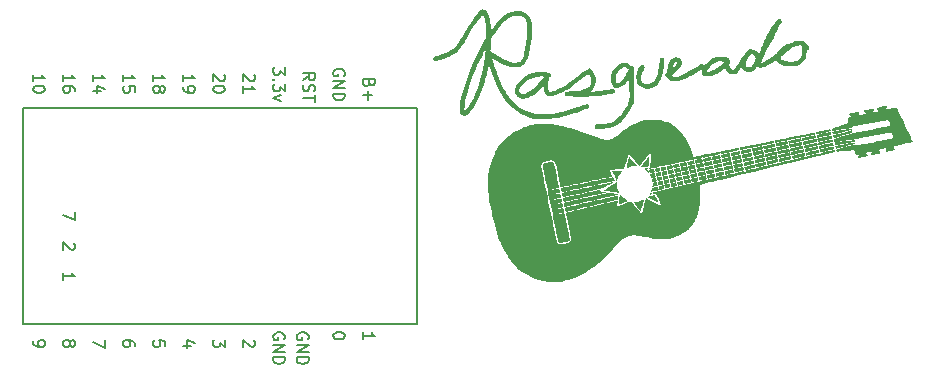
<source format=gbr>
%TF.GenerationSoftware,KiCad,Pcbnew,8.0.7*%
%TF.CreationDate,2025-01-12T16:59:08-05:00*%
%TF.ProjectId,rasgueado,72617367-7565-4616-946f-2e6b69636164,rev?*%
%TF.SameCoordinates,Original*%
%TF.FileFunction,Legend,Top*%
%TF.FilePolarity,Positive*%
%FSLAX46Y46*%
G04 Gerber Fmt 4.6, Leading zero omitted, Abs format (unit mm)*
G04 Created by KiCad (PCBNEW 8.0.7) date 2025-01-12 16:59:08*
%MOMM*%
%LPD*%
G01*
G04 APERTURE LIST*
%ADD10C,0.200000*%
%ADD11C,0.000000*%
G04 APERTURE END LIST*
D10*
X140412542Y-112982054D02*
X140460161Y-113029673D01*
X140460161Y-113029673D02*
X140507780Y-113124911D01*
X140507780Y-113124911D02*
X140507780Y-113363006D01*
X140507780Y-113363006D02*
X140460161Y-113458244D01*
X140460161Y-113458244D02*
X140412542Y-113505863D01*
X140412542Y-113505863D02*
X140317304Y-113553482D01*
X140317304Y-113553482D02*
X140222066Y-113553482D01*
X140222066Y-113553482D02*
X140079209Y-113505863D01*
X140079209Y-113505863D02*
X139507780Y-112934435D01*
X139507780Y-112934435D02*
X139507780Y-113553482D01*
X137967780Y-112934435D02*
X137967780Y-113553482D01*
X137967780Y-113553482D02*
X137586828Y-113220149D01*
X137586828Y-113220149D02*
X137586828Y-113363006D01*
X137586828Y-113363006D02*
X137539209Y-113458244D01*
X137539209Y-113458244D02*
X137491590Y-113505863D01*
X137491590Y-113505863D02*
X137396352Y-113553482D01*
X137396352Y-113553482D02*
X137158257Y-113553482D01*
X137158257Y-113553482D02*
X137063019Y-113505863D01*
X137063019Y-113505863D02*
X137015400Y-113458244D01*
X137015400Y-113458244D02*
X136967780Y-113363006D01*
X136967780Y-113363006D02*
X136967780Y-113077292D01*
X136967780Y-113077292D02*
X137015400Y-112982054D01*
X137015400Y-112982054D02*
X137063019Y-112934435D01*
X132887780Y-113505863D02*
X132887780Y-113029673D01*
X132887780Y-113029673D02*
X132411590Y-112982054D01*
X132411590Y-112982054D02*
X132459209Y-113029673D01*
X132459209Y-113029673D02*
X132506828Y-113124911D01*
X132506828Y-113124911D02*
X132506828Y-113363006D01*
X132506828Y-113363006D02*
X132459209Y-113458244D01*
X132459209Y-113458244D02*
X132411590Y-113505863D01*
X132411590Y-113505863D02*
X132316352Y-113553482D01*
X132316352Y-113553482D02*
X132078257Y-113553482D01*
X132078257Y-113553482D02*
X131983019Y-113505863D01*
X131983019Y-113505863D02*
X131935400Y-113458244D01*
X131935400Y-113458244D02*
X131887780Y-113363006D01*
X131887780Y-113363006D02*
X131887780Y-113124911D01*
X131887780Y-113124911D02*
X131935400Y-113029673D01*
X131935400Y-113029673D02*
X131983019Y-112982054D01*
X129347780Y-91065564D02*
X129347780Y-90494136D01*
X129347780Y-90779850D02*
X130347780Y-90779850D01*
X130347780Y-90779850D02*
X130204923Y-90684612D01*
X130204923Y-90684612D02*
X130109685Y-90589374D01*
X130109685Y-90589374D02*
X130062066Y-90494136D01*
X130347780Y-91970326D02*
X130347780Y-91494136D01*
X130347780Y-91494136D02*
X129871590Y-91446517D01*
X129871590Y-91446517D02*
X129919209Y-91494136D01*
X129919209Y-91494136D02*
X129966828Y-91589374D01*
X129966828Y-91589374D02*
X129966828Y-91827469D01*
X129966828Y-91827469D02*
X129919209Y-91922707D01*
X129919209Y-91922707D02*
X129871590Y-91970326D01*
X129871590Y-91970326D02*
X129776352Y-92017945D01*
X129776352Y-92017945D02*
X129538257Y-92017945D01*
X129538257Y-92017945D02*
X129443019Y-91970326D01*
X129443019Y-91970326D02*
X129395400Y-91922707D01*
X129395400Y-91922707D02*
X129347780Y-91827469D01*
X129347780Y-91827469D02*
X129347780Y-91589374D01*
X129347780Y-91589374D02*
X129395400Y-91494136D01*
X129395400Y-91494136D02*
X129443019Y-91446517D01*
X124267780Y-91065564D02*
X124267780Y-90494136D01*
X124267780Y-90779850D02*
X125267780Y-90779850D01*
X125267780Y-90779850D02*
X125124923Y-90684612D01*
X125124923Y-90684612D02*
X125029685Y-90589374D01*
X125029685Y-90589374D02*
X124982066Y-90494136D01*
X125267780Y-91922707D02*
X125267780Y-91732231D01*
X125267780Y-91732231D02*
X125220161Y-91636993D01*
X125220161Y-91636993D02*
X125172542Y-91589374D01*
X125172542Y-91589374D02*
X125029685Y-91494136D01*
X125029685Y-91494136D02*
X124839209Y-91446517D01*
X124839209Y-91446517D02*
X124458257Y-91446517D01*
X124458257Y-91446517D02*
X124363019Y-91494136D01*
X124363019Y-91494136D02*
X124315400Y-91541755D01*
X124315400Y-91541755D02*
X124267780Y-91636993D01*
X124267780Y-91636993D02*
X124267780Y-91827469D01*
X124267780Y-91827469D02*
X124315400Y-91922707D01*
X124315400Y-91922707D02*
X124363019Y-91970326D01*
X124363019Y-91970326D02*
X124458257Y-92017945D01*
X124458257Y-92017945D02*
X124696352Y-92017945D01*
X124696352Y-92017945D02*
X124791590Y-91970326D01*
X124791590Y-91970326D02*
X124839209Y-91922707D01*
X124839209Y-91922707D02*
X124886828Y-91827469D01*
X124886828Y-91827469D02*
X124886828Y-91636993D01*
X124886828Y-91636993D02*
X124839209Y-91541755D01*
X124839209Y-91541755D02*
X124791590Y-91494136D01*
X124791590Y-91494136D02*
X124696352Y-91446517D01*
X126807780Y-91065564D02*
X126807780Y-90494136D01*
X126807780Y-90779850D02*
X127807780Y-90779850D01*
X127807780Y-90779850D02*
X127664923Y-90684612D01*
X127664923Y-90684612D02*
X127569685Y-90589374D01*
X127569685Y-90589374D02*
X127522066Y-90494136D01*
X127474447Y-91922707D02*
X126807780Y-91922707D01*
X127855400Y-91684612D02*
X127141114Y-91446517D01*
X127141114Y-91446517D02*
X127141114Y-92065564D01*
X148080161Y-90582707D02*
X148127780Y-90487469D01*
X148127780Y-90487469D02*
X148127780Y-90344612D01*
X148127780Y-90344612D02*
X148080161Y-90201755D01*
X148080161Y-90201755D02*
X147984923Y-90106517D01*
X147984923Y-90106517D02*
X147889685Y-90058898D01*
X147889685Y-90058898D02*
X147699209Y-90011279D01*
X147699209Y-90011279D02*
X147556352Y-90011279D01*
X147556352Y-90011279D02*
X147365876Y-90058898D01*
X147365876Y-90058898D02*
X147270638Y-90106517D01*
X147270638Y-90106517D02*
X147175400Y-90201755D01*
X147175400Y-90201755D02*
X147127780Y-90344612D01*
X147127780Y-90344612D02*
X147127780Y-90439850D01*
X147127780Y-90439850D02*
X147175400Y-90582707D01*
X147175400Y-90582707D02*
X147223019Y-90630326D01*
X147223019Y-90630326D02*
X147556352Y-90630326D01*
X147556352Y-90630326D02*
X147556352Y-90439850D01*
X147127780Y-91058898D02*
X148127780Y-91058898D01*
X148127780Y-91058898D02*
X147127780Y-91630326D01*
X147127780Y-91630326D02*
X148127780Y-91630326D01*
X147127780Y-92106517D02*
X148127780Y-92106517D01*
X148127780Y-92106517D02*
X148127780Y-92344612D01*
X148127780Y-92344612D02*
X148080161Y-92487469D01*
X148080161Y-92487469D02*
X147984923Y-92582707D01*
X147984923Y-92582707D02*
X147889685Y-92630326D01*
X147889685Y-92630326D02*
X147699209Y-92677945D01*
X147699209Y-92677945D02*
X147556352Y-92677945D01*
X147556352Y-92677945D02*
X147365876Y-92630326D01*
X147365876Y-92630326D02*
X147270638Y-92582707D01*
X147270638Y-92582707D02*
X147175400Y-92487469D01*
X147175400Y-92487469D02*
X147127780Y-92344612D01*
X147127780Y-92344612D02*
X147127780Y-92106517D01*
X148127780Y-112560149D02*
X148127780Y-112655387D01*
X148127780Y-112655387D02*
X148080161Y-112750625D01*
X148080161Y-112750625D02*
X148032542Y-112798244D01*
X148032542Y-112798244D02*
X147937304Y-112845863D01*
X147937304Y-112845863D02*
X147746828Y-112893482D01*
X147746828Y-112893482D02*
X147508733Y-112893482D01*
X147508733Y-112893482D02*
X147318257Y-112845863D01*
X147318257Y-112845863D02*
X147223019Y-112798244D01*
X147223019Y-112798244D02*
X147175400Y-112750625D01*
X147175400Y-112750625D02*
X147127780Y-112655387D01*
X147127780Y-112655387D02*
X147127780Y-112560149D01*
X147127780Y-112560149D02*
X147175400Y-112464911D01*
X147175400Y-112464911D02*
X147223019Y-112417292D01*
X147223019Y-112417292D02*
X147318257Y-112369673D01*
X147318257Y-112369673D02*
X147508733Y-112322054D01*
X147508733Y-112322054D02*
X147746828Y-112322054D01*
X147746828Y-112322054D02*
X147937304Y-112369673D01*
X147937304Y-112369673D02*
X148032542Y-112417292D01*
X148032542Y-112417292D02*
X148080161Y-112464911D01*
X148080161Y-112464911D02*
X148127780Y-112560149D01*
X143000161Y-112893482D02*
X143047780Y-112798244D01*
X143047780Y-112798244D02*
X143047780Y-112655387D01*
X143047780Y-112655387D02*
X143000161Y-112512530D01*
X143000161Y-112512530D02*
X142904923Y-112417292D01*
X142904923Y-112417292D02*
X142809685Y-112369673D01*
X142809685Y-112369673D02*
X142619209Y-112322054D01*
X142619209Y-112322054D02*
X142476352Y-112322054D01*
X142476352Y-112322054D02*
X142285876Y-112369673D01*
X142285876Y-112369673D02*
X142190638Y-112417292D01*
X142190638Y-112417292D02*
X142095400Y-112512530D01*
X142095400Y-112512530D02*
X142047780Y-112655387D01*
X142047780Y-112655387D02*
X142047780Y-112750625D01*
X142047780Y-112750625D02*
X142095400Y-112893482D01*
X142095400Y-112893482D02*
X142143019Y-112941101D01*
X142143019Y-112941101D02*
X142476352Y-112941101D01*
X142476352Y-112941101D02*
X142476352Y-112750625D01*
X142047780Y-113369673D02*
X143047780Y-113369673D01*
X143047780Y-113369673D02*
X142047780Y-113941101D01*
X142047780Y-113941101D02*
X143047780Y-113941101D01*
X142047780Y-114417292D02*
X143047780Y-114417292D01*
X143047780Y-114417292D02*
X143047780Y-114655387D01*
X143047780Y-114655387D02*
X143000161Y-114798244D01*
X143000161Y-114798244D02*
X142904923Y-114893482D01*
X142904923Y-114893482D02*
X142809685Y-114941101D01*
X142809685Y-114941101D02*
X142619209Y-114988720D01*
X142619209Y-114988720D02*
X142476352Y-114988720D01*
X142476352Y-114988720D02*
X142285876Y-114941101D01*
X142285876Y-114941101D02*
X142190638Y-114893482D01*
X142190638Y-114893482D02*
X142095400Y-114798244D01*
X142095400Y-114798244D02*
X142047780Y-114655387D01*
X142047780Y-114655387D02*
X142047780Y-114417292D01*
X149667780Y-112893482D02*
X149667780Y-112322054D01*
X149667780Y-112607768D02*
X150667780Y-112607768D01*
X150667780Y-112607768D02*
X150524923Y-112512530D01*
X150524923Y-112512530D02*
X150429685Y-112417292D01*
X150429685Y-112417292D02*
X150382066Y-112322054D01*
X150191590Y-91201755D02*
X150143971Y-91344612D01*
X150143971Y-91344612D02*
X150096352Y-91392231D01*
X150096352Y-91392231D02*
X150001114Y-91439850D01*
X150001114Y-91439850D02*
X149858257Y-91439850D01*
X149858257Y-91439850D02*
X149763019Y-91392231D01*
X149763019Y-91392231D02*
X149715400Y-91344612D01*
X149715400Y-91344612D02*
X149667780Y-91249374D01*
X149667780Y-91249374D02*
X149667780Y-90868422D01*
X149667780Y-90868422D02*
X150667780Y-90868422D01*
X150667780Y-90868422D02*
X150667780Y-91201755D01*
X150667780Y-91201755D02*
X150620161Y-91296993D01*
X150620161Y-91296993D02*
X150572542Y-91344612D01*
X150572542Y-91344612D02*
X150477304Y-91392231D01*
X150477304Y-91392231D02*
X150382066Y-91392231D01*
X150382066Y-91392231D02*
X150286828Y-91344612D01*
X150286828Y-91344612D02*
X150239209Y-91296993D01*
X150239209Y-91296993D02*
X150191590Y-91201755D01*
X150191590Y-91201755D02*
X150191590Y-90868422D01*
X150048733Y-91868422D02*
X150048733Y-92630327D01*
X149667780Y-92249374D02*
X150429685Y-92249374D01*
X145000161Y-112893482D02*
X145047780Y-112798244D01*
X145047780Y-112798244D02*
X145047780Y-112655387D01*
X145047780Y-112655387D02*
X145000161Y-112512530D01*
X145000161Y-112512530D02*
X144904923Y-112417292D01*
X144904923Y-112417292D02*
X144809685Y-112369673D01*
X144809685Y-112369673D02*
X144619209Y-112322054D01*
X144619209Y-112322054D02*
X144476352Y-112322054D01*
X144476352Y-112322054D02*
X144285876Y-112369673D01*
X144285876Y-112369673D02*
X144190638Y-112417292D01*
X144190638Y-112417292D02*
X144095400Y-112512530D01*
X144095400Y-112512530D02*
X144047780Y-112655387D01*
X144047780Y-112655387D02*
X144047780Y-112750625D01*
X144047780Y-112750625D02*
X144095400Y-112893482D01*
X144095400Y-112893482D02*
X144143019Y-112941101D01*
X144143019Y-112941101D02*
X144476352Y-112941101D01*
X144476352Y-112941101D02*
X144476352Y-112750625D01*
X144047780Y-113369673D02*
X145047780Y-113369673D01*
X145047780Y-113369673D02*
X144047780Y-113941101D01*
X144047780Y-113941101D02*
X145047780Y-113941101D01*
X144047780Y-114417292D02*
X145047780Y-114417292D01*
X145047780Y-114417292D02*
X145047780Y-114655387D01*
X145047780Y-114655387D02*
X145000161Y-114798244D01*
X145000161Y-114798244D02*
X144904923Y-114893482D01*
X144904923Y-114893482D02*
X144809685Y-114941101D01*
X144809685Y-114941101D02*
X144619209Y-114988720D01*
X144619209Y-114988720D02*
X144476352Y-114988720D01*
X144476352Y-114988720D02*
X144285876Y-114941101D01*
X144285876Y-114941101D02*
X144190638Y-114893482D01*
X144190638Y-114893482D02*
X144095400Y-114798244D01*
X144095400Y-114798244D02*
X144047780Y-114655387D01*
X144047780Y-114655387D02*
X144047780Y-114417292D01*
X140412542Y-90494136D02*
X140460161Y-90541755D01*
X140460161Y-90541755D02*
X140507780Y-90636993D01*
X140507780Y-90636993D02*
X140507780Y-90875088D01*
X140507780Y-90875088D02*
X140460161Y-90970326D01*
X140460161Y-90970326D02*
X140412542Y-91017945D01*
X140412542Y-91017945D02*
X140317304Y-91065564D01*
X140317304Y-91065564D02*
X140222066Y-91065564D01*
X140222066Y-91065564D02*
X140079209Y-91017945D01*
X140079209Y-91017945D02*
X139507780Y-90446517D01*
X139507780Y-90446517D02*
X139507780Y-91065564D01*
X139507780Y-92017945D02*
X139507780Y-91446517D01*
X139507780Y-91732231D02*
X140507780Y-91732231D01*
X140507780Y-91732231D02*
X140364923Y-91636993D01*
X140364923Y-91636993D02*
X140269685Y-91541755D01*
X140269685Y-91541755D02*
X140222066Y-91446517D01*
X127807780Y-112934435D02*
X127807780Y-113601101D01*
X127807780Y-113601101D02*
X126807780Y-113172530D01*
X125172542Y-104754286D02*
X125220161Y-104801905D01*
X125220161Y-104801905D02*
X125267780Y-104897143D01*
X125267780Y-104897143D02*
X125267780Y-105135238D01*
X125267780Y-105135238D02*
X125220161Y-105230476D01*
X125220161Y-105230476D02*
X125172542Y-105278095D01*
X125172542Y-105278095D02*
X125077304Y-105325714D01*
X125077304Y-105325714D02*
X124982066Y-105325714D01*
X124982066Y-105325714D02*
X124839209Y-105278095D01*
X124839209Y-105278095D02*
X124267780Y-104706667D01*
X124267780Y-104706667D02*
X124267780Y-105325714D01*
X137872542Y-90494136D02*
X137920161Y-90541755D01*
X137920161Y-90541755D02*
X137967780Y-90636993D01*
X137967780Y-90636993D02*
X137967780Y-90875088D01*
X137967780Y-90875088D02*
X137920161Y-90970326D01*
X137920161Y-90970326D02*
X137872542Y-91017945D01*
X137872542Y-91017945D02*
X137777304Y-91065564D01*
X137777304Y-91065564D02*
X137682066Y-91065564D01*
X137682066Y-91065564D02*
X137539209Y-91017945D01*
X137539209Y-91017945D02*
X136967780Y-90446517D01*
X136967780Y-90446517D02*
X136967780Y-91065564D01*
X137967780Y-91684612D02*
X137967780Y-91779850D01*
X137967780Y-91779850D02*
X137920161Y-91875088D01*
X137920161Y-91875088D02*
X137872542Y-91922707D01*
X137872542Y-91922707D02*
X137777304Y-91970326D01*
X137777304Y-91970326D02*
X137586828Y-92017945D01*
X137586828Y-92017945D02*
X137348733Y-92017945D01*
X137348733Y-92017945D02*
X137158257Y-91970326D01*
X137158257Y-91970326D02*
X137063019Y-91922707D01*
X137063019Y-91922707D02*
X137015400Y-91875088D01*
X137015400Y-91875088D02*
X136967780Y-91779850D01*
X136967780Y-91779850D02*
X136967780Y-91684612D01*
X136967780Y-91684612D02*
X137015400Y-91589374D01*
X137015400Y-91589374D02*
X137063019Y-91541755D01*
X137063019Y-91541755D02*
X137158257Y-91494136D01*
X137158257Y-91494136D02*
X137348733Y-91446517D01*
X137348733Y-91446517D02*
X137586828Y-91446517D01*
X137586828Y-91446517D02*
X137777304Y-91494136D01*
X137777304Y-91494136D02*
X137872542Y-91541755D01*
X137872542Y-91541755D02*
X137920161Y-91589374D01*
X137920161Y-91589374D02*
X137967780Y-91684612D01*
X135094447Y-113458244D02*
X134427780Y-113458244D01*
X135475400Y-113220149D02*
X134761114Y-112982054D01*
X134761114Y-112982054D02*
X134761114Y-113601101D01*
X121727780Y-113077292D02*
X121727780Y-113267768D01*
X121727780Y-113267768D02*
X121775400Y-113363006D01*
X121775400Y-113363006D02*
X121823019Y-113410625D01*
X121823019Y-113410625D02*
X121965876Y-113505863D01*
X121965876Y-113505863D02*
X122156352Y-113553482D01*
X122156352Y-113553482D02*
X122537304Y-113553482D01*
X122537304Y-113553482D02*
X122632542Y-113505863D01*
X122632542Y-113505863D02*
X122680161Y-113458244D01*
X122680161Y-113458244D02*
X122727780Y-113363006D01*
X122727780Y-113363006D02*
X122727780Y-113172530D01*
X122727780Y-113172530D02*
X122680161Y-113077292D01*
X122680161Y-113077292D02*
X122632542Y-113029673D01*
X122632542Y-113029673D02*
X122537304Y-112982054D01*
X122537304Y-112982054D02*
X122299209Y-112982054D01*
X122299209Y-112982054D02*
X122203971Y-113029673D01*
X122203971Y-113029673D02*
X122156352Y-113077292D01*
X122156352Y-113077292D02*
X122108733Y-113172530D01*
X122108733Y-113172530D02*
X122108733Y-113363006D01*
X122108733Y-113363006D02*
X122156352Y-113458244D01*
X122156352Y-113458244D02*
X122203971Y-113505863D01*
X122203971Y-113505863D02*
X122299209Y-113553482D01*
X124267780Y-107865714D02*
X124267780Y-107294286D01*
X124267780Y-107580000D02*
X125267780Y-107580000D01*
X125267780Y-107580000D02*
X125124923Y-107484762D01*
X125124923Y-107484762D02*
X125029685Y-107389524D01*
X125029685Y-107389524D02*
X124982066Y-107294286D01*
X130347780Y-113458244D02*
X130347780Y-113267768D01*
X130347780Y-113267768D02*
X130300161Y-113172530D01*
X130300161Y-113172530D02*
X130252542Y-113124911D01*
X130252542Y-113124911D02*
X130109685Y-113029673D01*
X130109685Y-113029673D02*
X129919209Y-112982054D01*
X129919209Y-112982054D02*
X129538257Y-112982054D01*
X129538257Y-112982054D02*
X129443019Y-113029673D01*
X129443019Y-113029673D02*
X129395400Y-113077292D01*
X129395400Y-113077292D02*
X129347780Y-113172530D01*
X129347780Y-113172530D02*
X129347780Y-113363006D01*
X129347780Y-113363006D02*
X129395400Y-113458244D01*
X129395400Y-113458244D02*
X129443019Y-113505863D01*
X129443019Y-113505863D02*
X129538257Y-113553482D01*
X129538257Y-113553482D02*
X129776352Y-113553482D01*
X129776352Y-113553482D02*
X129871590Y-113505863D01*
X129871590Y-113505863D02*
X129919209Y-113458244D01*
X129919209Y-113458244D02*
X129966828Y-113363006D01*
X129966828Y-113363006D02*
X129966828Y-113172530D01*
X129966828Y-113172530D02*
X129919209Y-113077292D01*
X129919209Y-113077292D02*
X129871590Y-113029673D01*
X129871590Y-113029673D02*
X129776352Y-112982054D01*
X134427780Y-91065564D02*
X134427780Y-90494136D01*
X134427780Y-90779850D02*
X135427780Y-90779850D01*
X135427780Y-90779850D02*
X135284923Y-90684612D01*
X135284923Y-90684612D02*
X135189685Y-90589374D01*
X135189685Y-90589374D02*
X135142066Y-90494136D01*
X134427780Y-91541755D02*
X134427780Y-91732231D01*
X134427780Y-91732231D02*
X134475400Y-91827469D01*
X134475400Y-91827469D02*
X134523019Y-91875088D01*
X134523019Y-91875088D02*
X134665876Y-91970326D01*
X134665876Y-91970326D02*
X134856352Y-92017945D01*
X134856352Y-92017945D02*
X135237304Y-92017945D01*
X135237304Y-92017945D02*
X135332542Y-91970326D01*
X135332542Y-91970326D02*
X135380161Y-91922707D01*
X135380161Y-91922707D02*
X135427780Y-91827469D01*
X135427780Y-91827469D02*
X135427780Y-91636993D01*
X135427780Y-91636993D02*
X135380161Y-91541755D01*
X135380161Y-91541755D02*
X135332542Y-91494136D01*
X135332542Y-91494136D02*
X135237304Y-91446517D01*
X135237304Y-91446517D02*
X134999209Y-91446517D01*
X134999209Y-91446517D02*
X134903971Y-91494136D01*
X134903971Y-91494136D02*
X134856352Y-91541755D01*
X134856352Y-91541755D02*
X134808733Y-91636993D01*
X134808733Y-91636993D02*
X134808733Y-91827469D01*
X134808733Y-91827469D02*
X134856352Y-91922707D01*
X134856352Y-91922707D02*
X134903971Y-91970326D01*
X134903971Y-91970326D02*
X134999209Y-92017945D01*
X131887780Y-91065564D02*
X131887780Y-90494136D01*
X131887780Y-90779850D02*
X132887780Y-90779850D01*
X132887780Y-90779850D02*
X132744923Y-90684612D01*
X132744923Y-90684612D02*
X132649685Y-90589374D01*
X132649685Y-90589374D02*
X132602066Y-90494136D01*
X132459209Y-91636993D02*
X132506828Y-91541755D01*
X132506828Y-91541755D02*
X132554447Y-91494136D01*
X132554447Y-91494136D02*
X132649685Y-91446517D01*
X132649685Y-91446517D02*
X132697304Y-91446517D01*
X132697304Y-91446517D02*
X132792542Y-91494136D01*
X132792542Y-91494136D02*
X132840161Y-91541755D01*
X132840161Y-91541755D02*
X132887780Y-91636993D01*
X132887780Y-91636993D02*
X132887780Y-91827469D01*
X132887780Y-91827469D02*
X132840161Y-91922707D01*
X132840161Y-91922707D02*
X132792542Y-91970326D01*
X132792542Y-91970326D02*
X132697304Y-92017945D01*
X132697304Y-92017945D02*
X132649685Y-92017945D01*
X132649685Y-92017945D02*
X132554447Y-91970326D01*
X132554447Y-91970326D02*
X132506828Y-91922707D01*
X132506828Y-91922707D02*
X132459209Y-91827469D01*
X132459209Y-91827469D02*
X132459209Y-91636993D01*
X132459209Y-91636993D02*
X132411590Y-91541755D01*
X132411590Y-91541755D02*
X132363971Y-91494136D01*
X132363971Y-91494136D02*
X132268733Y-91446517D01*
X132268733Y-91446517D02*
X132078257Y-91446517D01*
X132078257Y-91446517D02*
X131983019Y-91494136D01*
X131983019Y-91494136D02*
X131935400Y-91541755D01*
X131935400Y-91541755D02*
X131887780Y-91636993D01*
X131887780Y-91636993D02*
X131887780Y-91827469D01*
X131887780Y-91827469D02*
X131935400Y-91922707D01*
X131935400Y-91922707D02*
X131983019Y-91970326D01*
X131983019Y-91970326D02*
X132078257Y-92017945D01*
X132078257Y-92017945D02*
X132268733Y-92017945D01*
X132268733Y-92017945D02*
X132363971Y-91970326D01*
X132363971Y-91970326D02*
X132411590Y-91922707D01*
X132411590Y-91922707D02*
X132459209Y-91827469D01*
X121727780Y-91065564D02*
X121727780Y-90494136D01*
X121727780Y-90779850D02*
X122727780Y-90779850D01*
X122727780Y-90779850D02*
X122584923Y-90684612D01*
X122584923Y-90684612D02*
X122489685Y-90589374D01*
X122489685Y-90589374D02*
X122442066Y-90494136D01*
X122727780Y-91684612D02*
X122727780Y-91779850D01*
X122727780Y-91779850D02*
X122680161Y-91875088D01*
X122680161Y-91875088D02*
X122632542Y-91922707D01*
X122632542Y-91922707D02*
X122537304Y-91970326D01*
X122537304Y-91970326D02*
X122346828Y-92017945D01*
X122346828Y-92017945D02*
X122108733Y-92017945D01*
X122108733Y-92017945D02*
X121918257Y-91970326D01*
X121918257Y-91970326D02*
X121823019Y-91922707D01*
X121823019Y-91922707D02*
X121775400Y-91875088D01*
X121775400Y-91875088D02*
X121727780Y-91779850D01*
X121727780Y-91779850D02*
X121727780Y-91684612D01*
X121727780Y-91684612D02*
X121775400Y-91589374D01*
X121775400Y-91589374D02*
X121823019Y-91541755D01*
X121823019Y-91541755D02*
X121918257Y-91494136D01*
X121918257Y-91494136D02*
X122108733Y-91446517D01*
X122108733Y-91446517D02*
X122346828Y-91446517D01*
X122346828Y-91446517D02*
X122537304Y-91494136D01*
X122537304Y-91494136D02*
X122632542Y-91541755D01*
X122632542Y-91541755D02*
X122680161Y-91589374D01*
X122680161Y-91589374D02*
X122727780Y-91684612D01*
X144587780Y-90963659D02*
X145063971Y-90630326D01*
X144587780Y-90392231D02*
X145587780Y-90392231D01*
X145587780Y-90392231D02*
X145587780Y-90773183D01*
X145587780Y-90773183D02*
X145540161Y-90868421D01*
X145540161Y-90868421D02*
X145492542Y-90916040D01*
X145492542Y-90916040D02*
X145397304Y-90963659D01*
X145397304Y-90963659D02*
X145254447Y-90963659D01*
X145254447Y-90963659D02*
X145159209Y-90916040D01*
X145159209Y-90916040D02*
X145111590Y-90868421D01*
X145111590Y-90868421D02*
X145063971Y-90773183D01*
X145063971Y-90773183D02*
X145063971Y-90392231D01*
X144635400Y-91344612D02*
X144587780Y-91487469D01*
X144587780Y-91487469D02*
X144587780Y-91725564D01*
X144587780Y-91725564D02*
X144635400Y-91820802D01*
X144635400Y-91820802D02*
X144683019Y-91868421D01*
X144683019Y-91868421D02*
X144778257Y-91916040D01*
X144778257Y-91916040D02*
X144873495Y-91916040D01*
X144873495Y-91916040D02*
X144968733Y-91868421D01*
X144968733Y-91868421D02*
X145016352Y-91820802D01*
X145016352Y-91820802D02*
X145063971Y-91725564D01*
X145063971Y-91725564D02*
X145111590Y-91535088D01*
X145111590Y-91535088D02*
X145159209Y-91439850D01*
X145159209Y-91439850D02*
X145206828Y-91392231D01*
X145206828Y-91392231D02*
X145302066Y-91344612D01*
X145302066Y-91344612D02*
X145397304Y-91344612D01*
X145397304Y-91344612D02*
X145492542Y-91392231D01*
X145492542Y-91392231D02*
X145540161Y-91439850D01*
X145540161Y-91439850D02*
X145587780Y-91535088D01*
X145587780Y-91535088D02*
X145587780Y-91773183D01*
X145587780Y-91773183D02*
X145540161Y-91916040D01*
X145587780Y-92201755D02*
X145587780Y-92773183D01*
X144587780Y-92487469D02*
X145587780Y-92487469D01*
X125267782Y-102166667D02*
X125267782Y-102833333D01*
X125267782Y-102833333D02*
X124267782Y-102404762D01*
X143047780Y-89868422D02*
X143047780Y-90487469D01*
X143047780Y-90487469D02*
X142666828Y-90154136D01*
X142666828Y-90154136D02*
X142666828Y-90296993D01*
X142666828Y-90296993D02*
X142619209Y-90392231D01*
X142619209Y-90392231D02*
X142571590Y-90439850D01*
X142571590Y-90439850D02*
X142476352Y-90487469D01*
X142476352Y-90487469D02*
X142238257Y-90487469D01*
X142238257Y-90487469D02*
X142143019Y-90439850D01*
X142143019Y-90439850D02*
X142095400Y-90392231D01*
X142095400Y-90392231D02*
X142047780Y-90296993D01*
X142047780Y-90296993D02*
X142047780Y-90011279D01*
X142047780Y-90011279D02*
X142095400Y-89916041D01*
X142095400Y-89916041D02*
X142143019Y-89868422D01*
X142143019Y-90916041D02*
X142095400Y-90963660D01*
X142095400Y-90963660D02*
X142047780Y-90916041D01*
X142047780Y-90916041D02*
X142095400Y-90868422D01*
X142095400Y-90868422D02*
X142143019Y-90916041D01*
X142143019Y-90916041D02*
X142047780Y-90916041D01*
X143047780Y-91296993D02*
X143047780Y-91916040D01*
X143047780Y-91916040D02*
X142666828Y-91582707D01*
X142666828Y-91582707D02*
X142666828Y-91725564D01*
X142666828Y-91725564D02*
X142619209Y-91820802D01*
X142619209Y-91820802D02*
X142571590Y-91868421D01*
X142571590Y-91868421D02*
X142476352Y-91916040D01*
X142476352Y-91916040D02*
X142238257Y-91916040D01*
X142238257Y-91916040D02*
X142143019Y-91868421D01*
X142143019Y-91868421D02*
X142095400Y-91820802D01*
X142095400Y-91820802D02*
X142047780Y-91725564D01*
X142047780Y-91725564D02*
X142047780Y-91439850D01*
X142047780Y-91439850D02*
X142095400Y-91344612D01*
X142095400Y-91344612D02*
X142143019Y-91296993D01*
X142714447Y-92249374D02*
X142047780Y-92487469D01*
X142047780Y-92487469D02*
X142714447Y-92725564D01*
X124839209Y-113172530D02*
X124886828Y-113077292D01*
X124886828Y-113077292D02*
X124934447Y-113029673D01*
X124934447Y-113029673D02*
X125029685Y-112982054D01*
X125029685Y-112982054D02*
X125077304Y-112982054D01*
X125077304Y-112982054D02*
X125172542Y-113029673D01*
X125172542Y-113029673D02*
X125220161Y-113077292D01*
X125220161Y-113077292D02*
X125267780Y-113172530D01*
X125267780Y-113172530D02*
X125267780Y-113363006D01*
X125267780Y-113363006D02*
X125220161Y-113458244D01*
X125220161Y-113458244D02*
X125172542Y-113505863D01*
X125172542Y-113505863D02*
X125077304Y-113553482D01*
X125077304Y-113553482D02*
X125029685Y-113553482D01*
X125029685Y-113553482D02*
X124934447Y-113505863D01*
X124934447Y-113505863D02*
X124886828Y-113458244D01*
X124886828Y-113458244D02*
X124839209Y-113363006D01*
X124839209Y-113363006D02*
X124839209Y-113172530D01*
X124839209Y-113172530D02*
X124791590Y-113077292D01*
X124791590Y-113077292D02*
X124743971Y-113029673D01*
X124743971Y-113029673D02*
X124648733Y-112982054D01*
X124648733Y-112982054D02*
X124458257Y-112982054D01*
X124458257Y-112982054D02*
X124363019Y-113029673D01*
X124363019Y-113029673D02*
X124315400Y-113077292D01*
X124315400Y-113077292D02*
X124267780Y-113172530D01*
X124267780Y-113172530D02*
X124267780Y-113363006D01*
X124267780Y-113363006D02*
X124315400Y-113458244D01*
X124315400Y-113458244D02*
X124363019Y-113505863D01*
X124363019Y-113505863D02*
X124458257Y-113553482D01*
X124458257Y-113553482D02*
X124648733Y-113553482D01*
X124648733Y-113553482D02*
X124743971Y-113505863D01*
X124743971Y-113505863D02*
X124791590Y-113458244D01*
X124791590Y-113458244D02*
X124839209Y-113363006D01*
D11*
%TO.C,G\u002A\u002A\u002A*%
G36*
X174167144Y-94329866D02*
G01*
X174369486Y-94330299D01*
X174528282Y-94331561D01*
X174651981Y-94334320D01*
X174749032Y-94339245D01*
X174827886Y-94347005D01*
X174896990Y-94358269D01*
X174964794Y-94373706D01*
X175039749Y-94393986D01*
X175064073Y-94400880D01*
X175305111Y-94474039D01*
X175506486Y-94546771D01*
X175680120Y-94625177D01*
X175837933Y-94715357D01*
X175991849Y-94823411D01*
X176153788Y-94955440D01*
X176162507Y-94962951D01*
X176281430Y-95068360D01*
X176404480Y-95182035D01*
X176516604Y-95289821D01*
X176597953Y-95372446D01*
X176759160Y-95567806D01*
X176922523Y-95813244D01*
X177087095Y-96106935D01*
X177251931Y-96447056D01*
X177416087Y-96831779D01*
X177578616Y-97259282D01*
X177586035Y-97279938D01*
X177616784Y-97364993D01*
X177640032Y-97427855D01*
X177650913Y-97455379D01*
X177651019Y-97455553D01*
X177676617Y-97453190D01*
X177743322Y-97441960D01*
X177841343Y-97423631D01*
X177960889Y-97399967D01*
X177975215Y-97397057D01*
X178116179Y-97368371D01*
X178214014Y-97349102D01*
X178276591Y-97338531D01*
X178311777Y-97335937D01*
X178327443Y-97340600D01*
X178331457Y-97351798D01*
X178331559Y-97364432D01*
X178337273Y-97411654D01*
X178350103Y-97477535D01*
X178368237Y-97558141D01*
X178087547Y-97614045D01*
X177970762Y-97636754D01*
X177871559Y-97655021D01*
X177801816Y-97666723D01*
X177775103Y-97669928D01*
X177747603Y-97647479D01*
X177723468Y-97592891D01*
X177721913Y-97587183D01*
X177694276Y-97514927D01*
X177666572Y-97490983D01*
X177646490Y-97514696D01*
X177641718Y-97585411D01*
X177642296Y-97593969D01*
X177650870Y-97705732D01*
X177374026Y-97761511D01*
X177097183Y-97817290D01*
X177081242Y-97717601D01*
X177059189Y-97641478D01*
X177031426Y-97614034D01*
X177007175Y-97634140D01*
X176995660Y-97700670D01*
X176995999Y-97728022D01*
X177000921Y-97838132D01*
X176805936Y-97881521D01*
X176671429Y-97910186D01*
X176578736Y-97925042D01*
X176519263Y-97925039D01*
X176484419Y-97909130D01*
X176465612Y-97876266D01*
X176456679Y-97838894D01*
X176434635Y-97774224D01*
X176403546Y-97747975D01*
X176401790Y-97747902D01*
X176373913Y-97752929D01*
X176366050Y-97776354D01*
X176376779Y-97830691D01*
X176387845Y-97870486D01*
X176398910Y-97910608D01*
X176399282Y-97938351D01*
X176380933Y-97958464D01*
X176335836Y-97975698D01*
X176255963Y-97994801D01*
X176134789Y-98020211D01*
X176025470Y-98042888D01*
X175956788Y-98053949D01*
X175918251Y-98051240D01*
X175899370Y-98032608D01*
X175889652Y-97995901D01*
X175884724Y-97968884D01*
X175862482Y-97903806D01*
X175830951Y-97877937D01*
X175829528Y-97877891D01*
X175806157Y-97889240D01*
X175801664Y-97931025D01*
X175808031Y-97981883D01*
X175813390Y-98046657D01*
X175806759Y-98083432D01*
X175801838Y-98086542D01*
X175767459Y-98092261D01*
X175695792Y-98106908D01*
X175600213Y-98127713D01*
X175564764Y-98135670D01*
X175350510Y-98184131D01*
X175323281Y-98083007D01*
X175295612Y-98008800D01*
X175270056Y-97984061D01*
X175252697Y-98008181D01*
X175249620Y-98080551D01*
X175250323Y-98090310D01*
X175259058Y-98198737D01*
X175055247Y-98242361D01*
X174940613Y-98263877D01*
X174871342Y-98269265D01*
X174843459Y-98258806D01*
X174842935Y-98257424D01*
X174831378Y-98212324D01*
X174818305Y-98155522D01*
X174797290Y-98105862D01*
X174770638Y-98092796D01*
X174750791Y-98122125D01*
X174749511Y-98193111D01*
X174761049Y-98278671D01*
X174739964Y-98294516D01*
X174682523Y-98315287D01*
X174603618Y-98337097D01*
X174518135Y-98356060D01*
X174440964Y-98368290D01*
X174408368Y-98370718D01*
X174367208Y-98347114D01*
X174342179Y-98289127D01*
X174317517Y-98228625D01*
X174287110Y-98195262D01*
X174285564Y-98194676D01*
X174264536Y-98198197D01*
X174260545Y-98235242D01*
X174267401Y-98289360D01*
X174275754Y-98357302D01*
X174264490Y-98392093D01*
X174222567Y-98411867D01*
X174186783Y-98421754D01*
X174093564Y-98443491D01*
X173992373Y-98462883D01*
X173978659Y-98465114D01*
X173909714Y-98473783D01*
X173877738Y-98466704D01*
X173868597Y-98437723D01*
X173868168Y-98416991D01*
X173884538Y-98360262D01*
X173930277Y-98335903D01*
X173992386Y-98320314D01*
X174011547Y-97758189D01*
X174017514Y-97567909D01*
X174020623Y-97423370D01*
X174020700Y-97318388D01*
X174017568Y-97246777D01*
X174011053Y-97202355D01*
X174000978Y-97178934D01*
X173994935Y-97173405D01*
X173955107Y-97153100D01*
X173944111Y-97150347D01*
X173924389Y-97169624D01*
X173876575Y-97224133D01*
X173805125Y-97308559D01*
X173714494Y-97417586D01*
X173609139Y-97545898D01*
X173502146Y-97677515D01*
X173386902Y-97819642D01*
X173282232Y-97948180D01*
X173192624Y-98057662D01*
X173122566Y-98142622D01*
X173076545Y-98197593D01*
X173059304Y-98216972D01*
X173039231Y-98201014D01*
X172991403Y-98149823D01*
X172920492Y-98068808D01*
X172831175Y-97963379D01*
X172728126Y-97838944D01*
X172653944Y-97747902D01*
X172518152Y-97580495D01*
X172411077Y-97449733D01*
X172328864Y-97351732D01*
X172267661Y-97282605D01*
X172223615Y-97238466D01*
X172192873Y-97215429D01*
X172171581Y-97209608D01*
X172155887Y-97217117D01*
X172142990Y-97232585D01*
X172128236Y-97268445D01*
X172102442Y-97347238D01*
X172067795Y-97461612D01*
X172026480Y-97604213D01*
X171980682Y-97767689D01*
X171944319Y-97901010D01*
X171775332Y-98527759D01*
X171212003Y-98527800D01*
X171044050Y-98528516D01*
X170892206Y-98530497D01*
X170764693Y-98533527D01*
X170669734Y-98537392D01*
X170615550Y-98541875D01*
X170607551Y-98543621D01*
X170581425Y-98558845D01*
X170571245Y-98584030D01*
X170579114Y-98626892D01*
X170607133Y-98695146D01*
X170657408Y-98796508D01*
X170697346Y-98873039D01*
X170828265Y-99121721D01*
X170677848Y-99152348D01*
X170629106Y-99162369D01*
X170533628Y-99182091D01*
X170395588Y-99210649D01*
X170219160Y-99247177D01*
X170008519Y-99290811D01*
X169767839Y-99340686D01*
X169501295Y-99395937D01*
X169213061Y-99455698D01*
X168907311Y-99519106D01*
X168588221Y-99585294D01*
X168474442Y-99608898D01*
X168155654Y-99674760D01*
X167851591Y-99737046D01*
X167566090Y-99795000D01*
X167302987Y-99847869D01*
X167066118Y-99894900D01*
X166859319Y-99935339D01*
X166686425Y-99968431D01*
X166551272Y-99993424D01*
X166457697Y-100009564D01*
X166409535Y-100016096D01*
X166403751Y-100015773D01*
X166394827Y-99986881D01*
X166376914Y-99912597D01*
X166351225Y-99798514D01*
X166318973Y-99650227D01*
X166281370Y-99473330D01*
X166239628Y-99273415D01*
X166194961Y-99056076D01*
X166183230Y-98998449D01*
X166128537Y-98730497D01*
X166082287Y-98508695D01*
X166042848Y-98328186D01*
X166008591Y-98184109D01*
X165977885Y-98071604D01*
X165949100Y-97985812D01*
X165920605Y-97921873D01*
X165890770Y-97874928D01*
X165857966Y-97840116D01*
X165820561Y-97812579D01*
X165776980Y-97787486D01*
X165681774Y-97736077D01*
X165325965Y-97806193D01*
X165190831Y-97834848D01*
X165069606Y-97864286D01*
X164973773Y-97891454D01*
X164914816Y-97913298D01*
X164907276Y-97917510D01*
X164835260Y-97984884D01*
X164776978Y-98074857D01*
X164745361Y-98165785D01*
X164742983Y-98192474D01*
X164748140Y-98227257D01*
X164763124Y-98309182D01*
X164787162Y-98434483D01*
X164819483Y-98599399D01*
X164859313Y-98800165D01*
X164905881Y-99033019D01*
X164958415Y-99294196D01*
X165016141Y-99579935D01*
X165078288Y-99886470D01*
X165144082Y-100210039D01*
X165212753Y-100546879D01*
X165283527Y-100893227D01*
X165355632Y-101245318D01*
X165428296Y-101599389D01*
X165500746Y-101951678D01*
X165572210Y-102298420D01*
X165641915Y-102635853D01*
X165709090Y-102960213D01*
X165772961Y-103267737D01*
X165832757Y-103554661D01*
X165887705Y-103817222D01*
X165937033Y-104051656D01*
X165979968Y-104254201D01*
X166015739Y-104421093D01*
X166043572Y-104548569D01*
X166062695Y-104632865D01*
X166072336Y-104670218D01*
X166072536Y-104670738D01*
X166137689Y-104766500D01*
X166238340Y-104835117D01*
X166319643Y-104860785D01*
X166381409Y-104862019D01*
X166480836Y-104852640D01*
X166605183Y-104834795D01*
X166741704Y-104810634D01*
X166877659Y-104782306D01*
X167000303Y-104751960D01*
X167049354Y-104737726D01*
X167143476Y-104685232D01*
X167223680Y-104599003D01*
X167273703Y-104497249D01*
X167277492Y-104482255D01*
X167277299Y-104435376D01*
X167266020Y-104342467D01*
X167243510Y-104202709D01*
X167209623Y-104015283D01*
X167164214Y-103779370D01*
X167107136Y-103494152D01*
X167067205Y-103298898D01*
X167019731Y-103066734D01*
X166976160Y-102850597D01*
X166937503Y-102655734D01*
X166904772Y-102487391D01*
X166878979Y-102350814D01*
X166861136Y-102251249D01*
X166852254Y-102193943D01*
X166851758Y-102181848D01*
X166878329Y-102174252D01*
X166951826Y-102155786D01*
X167068524Y-102127335D01*
X167224700Y-102089783D01*
X167416629Y-102044013D01*
X167640587Y-101990908D01*
X167892849Y-101931354D01*
X168169691Y-101866234D01*
X168467389Y-101796431D01*
X168782218Y-101722830D01*
X168994596Y-101673297D01*
X169319600Y-101597532D01*
X169630655Y-101524950D01*
X169923950Y-101456444D01*
X170195676Y-101392907D01*
X170442023Y-101335233D01*
X170659181Y-101284314D01*
X170843341Y-101241043D01*
X170990691Y-101206315D01*
X171097423Y-101181020D01*
X171159726Y-101166054D01*
X171174459Y-101162327D01*
X171197299Y-101158670D01*
X171210475Y-101170388D01*
X171215246Y-101206665D01*
X171212875Y-101276685D01*
X171205000Y-101384792D01*
X171197276Y-101498918D01*
X171196348Y-101571548D01*
X171203129Y-101612851D01*
X171218535Y-101632992D01*
X171227748Y-101637568D01*
X171264114Y-101632498D01*
X171340802Y-101608347D01*
X171450866Y-101567691D01*
X171587358Y-101513111D01*
X171743330Y-101447182D01*
X171757947Y-101440840D01*
X171933694Y-101365439D01*
X172068614Y-101310169D01*
X172168868Y-101272891D01*
X172240613Y-101251466D01*
X172290009Y-101243754D01*
X172318369Y-101246216D01*
X172354935Y-101266388D01*
X172409692Y-101314682D01*
X172485498Y-101394171D01*
X172585212Y-101507925D01*
X172711693Y-101659015D01*
X172778683Y-101740714D01*
X172889518Y-101875871D01*
X172990417Y-101997603D01*
X173076451Y-102100068D01*
X173142687Y-102177422D01*
X173184197Y-102223823D01*
X173195350Y-102234482D01*
X173216967Y-102240370D01*
X173238696Y-102227466D01*
X173262366Y-102191029D01*
X173289808Y-102126317D01*
X173322854Y-102028587D01*
X173363333Y-101893099D01*
X173413077Y-101715109D01*
X173453655Y-101565425D01*
X173619090Y-100950298D01*
X173750128Y-101016648D01*
X173814352Y-101049607D01*
X173914880Y-101101734D01*
X174042004Y-101167969D01*
X174186019Y-101243257D01*
X174337220Y-101322539D01*
X174344379Y-101326299D01*
X174512987Y-101414300D01*
X174641738Y-101479750D01*
X174736447Y-101524959D01*
X174802925Y-101552234D01*
X174846986Y-101563884D01*
X174874443Y-101562218D01*
X174891107Y-101549544D01*
X174894389Y-101544731D01*
X174888703Y-101514560D01*
X174863900Y-101444847D01*
X174823018Y-101343091D01*
X174769091Y-101216791D01*
X174705155Y-101073448D01*
X174691835Y-101044270D01*
X174473910Y-100568679D01*
X174340026Y-100577038D01*
X174261623Y-100580224D01*
X174221917Y-100573355D01*
X174207807Y-100550922D01*
X174206141Y-100520709D01*
X174209851Y-100489425D01*
X174227359Y-100466275D01*
X174268234Y-100446378D01*
X174342045Y-100424852D01*
X174441018Y-100400878D01*
X174546070Y-100378133D01*
X174632051Y-100363089D01*
X174686473Y-100357759D01*
X174698051Y-100359428D01*
X174717227Y-100391993D01*
X174735233Y-100453904D01*
X174737330Y-100464401D01*
X174758650Y-100532435D01*
X174786359Y-100555928D01*
X174814805Y-100533384D01*
X174817555Y-100495413D01*
X174805933Y-100432382D01*
X174803785Y-100424615D01*
X174790094Y-100363810D01*
X174789173Y-100328597D01*
X174790239Y-100326888D01*
X174819230Y-100316025D01*
X174885697Y-100297521D01*
X174976362Y-100275023D01*
X174994927Y-100270668D01*
X175188362Y-100225702D01*
X175210711Y-100330102D01*
X175232719Y-100398454D01*
X175260276Y-100441234D01*
X175268427Y-100446219D01*
X175288470Y-100443078D01*
X175294087Y-100408866D01*
X175286739Y-100333965D01*
X175286147Y-100329631D01*
X175268501Y-100201328D01*
X175472357Y-100157522D01*
X175569613Y-100137040D01*
X175646251Y-100121678D01*
X175688929Y-100114089D01*
X175692833Y-100113715D01*
X175707079Y-100136622D01*
X175722556Y-100193894D01*
X175727021Y-100217707D01*
X175747792Y-100289771D01*
X175776579Y-100321113D01*
X175781302Y-100321699D01*
X175810008Y-100310157D01*
X175815799Y-100269798D01*
X175799452Y-100192025D01*
X175794563Y-100174592D01*
X175771112Y-100092824D01*
X175988607Y-100038275D01*
X176090021Y-100013517D01*
X176172543Y-99994628D01*
X176222908Y-99984595D01*
X176230755Y-99983726D01*
X176250038Y-100006678D01*
X176268331Y-100064050D01*
X176272978Y-100087717D01*
X176293749Y-100159781D01*
X176322536Y-100191123D01*
X176327259Y-100191709D01*
X176355902Y-100180275D01*
X176361772Y-100140211D01*
X176345629Y-100062881D01*
X176340251Y-100043664D01*
X176316531Y-99960958D01*
X176560525Y-99905374D01*
X176668322Y-99883037D01*
X176757785Y-99868622D01*
X176816410Y-99863932D01*
X176831225Y-99866296D01*
X176852913Y-99902942D01*
X176858330Y-99939763D01*
X176869573Y-100005755D01*
X176896316Y-100047966D01*
X176929620Y-100052581D01*
X176930867Y-100051847D01*
X176944668Y-100015102D01*
X176931691Y-99941407D01*
X176920050Y-99875912D01*
X176924217Y-99833341D01*
X176927344Y-99829184D01*
X176961392Y-99815398D01*
X177032741Y-99794993D01*
X177127749Y-99771769D01*
X177156909Y-99765240D01*
X177259394Y-99742483D01*
X177345438Y-99722880D01*
X177399760Y-99709925D01*
X177406580Y-99708138D01*
X177437265Y-99714652D01*
X177460082Y-99759933D01*
X177471575Y-99805603D01*
X177493601Y-99875473D01*
X177520886Y-99920074D01*
X177530249Y-99926260D01*
X177550167Y-99923176D01*
X177555844Y-99889293D01*
X177548689Y-99814998D01*
X177547666Y-99807471D01*
X177529717Y-99676966D01*
X177785278Y-99619237D01*
X177894960Y-99593791D01*
X177985311Y-99571579D01*
X178044480Y-99555583D01*
X178060643Y-99549911D01*
X178078588Y-99563786D01*
X178095382Y-99613193D01*
X178096390Y-99618031D01*
X178120480Y-99680209D01*
X178150698Y-99699302D01*
X178174316Y-99675894D01*
X178178991Y-99614255D01*
X178170829Y-99530762D01*
X178469268Y-99459880D01*
X178605413Y-99428848D01*
X178699205Y-99412319D01*
X178758470Y-99411184D01*
X178791038Y-99426337D01*
X178804737Y-99458669D01*
X178807381Y-99498430D01*
X178821637Y-99532911D01*
X178840276Y-99534598D01*
X178861881Y-99502886D01*
X178866599Y-99444569D01*
X178860425Y-99366034D01*
X179103639Y-99309832D01*
X179259571Y-99274204D01*
X179372211Y-99250213D01*
X179448840Y-99237415D01*
X179496739Y-99235365D01*
X179523189Y-99243620D01*
X179535471Y-99261735D01*
X179540014Y-99283200D01*
X179560358Y-99334598D01*
X179583484Y-99354161D01*
X179606724Y-99347464D01*
X179611215Y-99300454D01*
X179609482Y-99279315D01*
X179600716Y-99193012D01*
X179912692Y-99120970D01*
X180035395Y-99093166D01*
X180140890Y-99070249D01*
X180218165Y-99054545D01*
X180256209Y-99048378D01*
X180256669Y-99048364D01*
X180286200Y-99070029D01*
X180304984Y-99112794D01*
X180331558Y-99167929D01*
X180362592Y-99177194D01*
X180384568Y-99143509D01*
X180387253Y-99095025D01*
X180380655Y-99012260D01*
X180692630Y-98939602D01*
X180843468Y-98904899D01*
X180951041Y-98882180D01*
X181022653Y-98871325D01*
X181065609Y-98872213D01*
X181087210Y-98884725D01*
X181094762Y-98908741D01*
X181095598Y-98932975D01*
X181105802Y-98982033D01*
X181128096Y-98989088D01*
X181151653Y-98957914D01*
X181160593Y-98904007D01*
X181161967Y-98874756D01*
X181171224Y-98852379D01*
X181196073Y-98833495D01*
X181244221Y-98814724D01*
X181323374Y-98792683D01*
X181441241Y-98763993D01*
X181524565Y-98744342D01*
X181656770Y-98713673D01*
X181771813Y-98687803D01*
X181859776Y-98668900D01*
X181910741Y-98659133D01*
X181918215Y-98658269D01*
X181945774Y-98680060D01*
X181964670Y-98724672D01*
X181988941Y-98773321D01*
X182017546Y-98776396D01*
X182038950Y-98737837D01*
X182043523Y-98697733D01*
X182045166Y-98670126D01*
X182054091Y-98648560D01*
X182077586Y-98630018D01*
X182122936Y-98611485D01*
X182197428Y-98589943D01*
X182308350Y-98562375D01*
X182453564Y-98527985D01*
X182592145Y-98496324D01*
X182712317Y-98470718D01*
X182805309Y-98452887D01*
X182862346Y-98444553D01*
X182876031Y-98445086D01*
X182887501Y-98479524D01*
X182889457Y-98506175D01*
X182907774Y-98545874D01*
X182930315Y-98553838D01*
X182959919Y-98537037D01*
X182962812Y-98483159D01*
X182960911Y-98454788D01*
X182968087Y-98433109D01*
X182991992Y-98414680D01*
X183040282Y-98396056D01*
X183120611Y-98373794D01*
X183240633Y-98344450D01*
X183305424Y-98329018D01*
X183480260Y-98287521D01*
X183611110Y-98257176D01*
X183704595Y-98237212D01*
X183767340Y-98226856D01*
X183805968Y-98225336D01*
X183827102Y-98231881D01*
X183837366Y-98245718D01*
X183843382Y-98266075D01*
X183843441Y-98266302D01*
X183869573Y-98309383D01*
X183893906Y-98319857D01*
X183918470Y-98303265D01*
X183914337Y-98255993D01*
X183911476Y-98205434D01*
X183945222Y-98181102D01*
X183959338Y-98177216D01*
X184004595Y-98166408D01*
X184090484Y-98146113D01*
X184207007Y-98118686D01*
X184344168Y-98086481D01*
X184441183Y-98063742D01*
X184861998Y-97965182D01*
X184877608Y-98027375D01*
X184902237Y-98072617D01*
X184932138Y-98073528D01*
X184953054Y-98033967D01*
X184955730Y-98006232D01*
X184958354Y-97983606D01*
X184970299Y-97964658D01*
X184998359Y-97946884D01*
X185049329Y-97927779D01*
X185130004Y-97904839D01*
X185247176Y-97875559D01*
X185407642Y-97837435D01*
X185424258Y-97833528D01*
X185575438Y-97798465D01*
X185710986Y-97767931D01*
X185822053Y-97743846D01*
X185899791Y-97728132D01*
X185934685Y-97722707D01*
X185974319Y-97743918D01*
X185991431Y-97776515D01*
X186013872Y-97812558D01*
X186040522Y-97808102D01*
X186056603Y-97771050D01*
X186055952Y-97742004D01*
X186056929Y-97722554D01*
X186070386Y-97705238D01*
X186102834Y-97687778D01*
X186160785Y-97667895D01*
X186250750Y-97643310D01*
X186379240Y-97611745D01*
X186529171Y-97576428D01*
X186683911Y-97540253D01*
X186824326Y-97507336D01*
X186941326Y-97479816D01*
X187025821Y-97459829D01*
X187068628Y-97449538D01*
X187113590Y-97447693D01*
X187126995Y-97480554D01*
X187127124Y-97487427D01*
X187144045Y-97530795D01*
X187167929Y-97539918D01*
X187198797Y-97520497D01*
X187200426Y-97481423D01*
X187200049Y-97461828D01*
X187209123Y-97444823D01*
X187233756Y-97428307D01*
X187280055Y-97410175D01*
X187354130Y-97388325D01*
X187462087Y-97360655D01*
X187610034Y-97325062D01*
X187751074Y-97291866D01*
X187933673Y-97249359D01*
X188071967Y-97218211D01*
X188172175Y-97197495D01*
X188240515Y-97186285D01*
X188283207Y-97183656D01*
X188306469Y-97188679D01*
X188316520Y-97200431D01*
X188318338Y-97207373D01*
X188341123Y-97247735D01*
X188374091Y-97252019D01*
X188395875Y-97222776D01*
X188396158Y-97198077D01*
X188396334Y-97179720D01*
X188406622Y-97163331D01*
X188432931Y-97146947D01*
X188481167Y-97128606D01*
X188557238Y-97106346D01*
X188667053Y-97078206D01*
X188816517Y-97042223D01*
X188983667Y-97002948D01*
X189151757Y-96964050D01*
X189302150Y-96930014D01*
X189427742Y-96902388D01*
X189521429Y-96882714D01*
X189576106Y-96872538D01*
X189587325Y-96871699D01*
X189594702Y-96900360D01*
X189601997Y-96959566D01*
X189602634Y-96966878D01*
X189609928Y-97054041D01*
X184735312Y-98231803D01*
X184228857Y-98354164D01*
X183728038Y-98475157D01*
X183235885Y-98594048D01*
X182755426Y-98710108D01*
X182289690Y-98822604D01*
X181841706Y-98930805D01*
X181414505Y-99033980D01*
X181011113Y-99131397D01*
X180634562Y-99222324D01*
X180287879Y-99306030D01*
X179974094Y-99381784D01*
X179696236Y-99448854D01*
X179457333Y-99506509D01*
X179260416Y-99554017D01*
X179108513Y-99590647D01*
X179019253Y-99612152D01*
X178177811Y-99814739D01*
X178192984Y-99960061D01*
X178198800Y-100033221D01*
X178205607Y-100146877D01*
X178212821Y-100289557D01*
X178219856Y-100449784D01*
X178225463Y-100597011D01*
X178226042Y-101055400D01*
X178194906Y-101484272D01*
X178132608Y-101880816D01*
X178039703Y-102242220D01*
X177916744Y-102565673D01*
X177789972Y-102807088D01*
X177733833Y-102894019D01*
X177658225Y-103003172D01*
X177570026Y-103125448D01*
X177476108Y-103251751D01*
X177383347Y-103372981D01*
X177298617Y-103480043D01*
X177228794Y-103563837D01*
X177180753Y-103615268D01*
X177176156Y-103619368D01*
X177047068Y-103718695D01*
X176881366Y-103829615D01*
X176691106Y-103945420D01*
X176488347Y-104059407D01*
X176285143Y-104164871D01*
X176093552Y-104255107D01*
X175925631Y-104323410D01*
X175884352Y-104337740D01*
X175559468Y-104419530D01*
X175219987Y-104453999D01*
X175133709Y-104455373D01*
X174902403Y-104447612D01*
X174631446Y-104425245D01*
X174330666Y-104389652D01*
X174009890Y-104342210D01*
X173678946Y-104284297D01*
X173347662Y-104217291D01*
X173199413Y-104184152D01*
X172933562Y-104130592D01*
X172703926Y-104102575D01*
X172501220Y-104100476D01*
X172316160Y-104124669D01*
X172139461Y-104175529D01*
X172004847Y-104232344D01*
X171827816Y-104322218D01*
X171665922Y-104418228D01*
X171512030Y-104526343D01*
X171359000Y-104652536D01*
X171199695Y-104802775D01*
X171026979Y-104983032D01*
X170833712Y-105199278D01*
X170793394Y-105245718D01*
X170540818Y-105532445D01*
X170308391Y-105784054D01*
X170087517Y-106008751D01*
X169869597Y-106214743D01*
X169646032Y-106410237D01*
X169408225Y-106603439D01*
X169216159Y-106751165D01*
X169025075Y-106891525D01*
X168827194Y-107030207D01*
X168631662Y-107161251D01*
X168447624Y-107278697D01*
X168284225Y-107376583D01*
X168150610Y-107448949D01*
X168130676Y-107458687D01*
X167958983Y-107535795D01*
X167758206Y-107617773D01*
X167538295Y-107701260D01*
X167309200Y-107782893D01*
X167080869Y-107859310D01*
X166863254Y-107927150D01*
X166666302Y-107983050D01*
X166499964Y-108023648D01*
X166406755Y-108041210D01*
X166239238Y-108060735D01*
X166042005Y-108074131D01*
X165833982Y-108080875D01*
X165634097Y-108080441D01*
X165461276Y-108072305D01*
X165420128Y-108068556D01*
X164980441Y-107998570D01*
X164531359Y-107879801D01*
X164077092Y-107713651D01*
X163621848Y-107501519D01*
X163464900Y-107417685D01*
X163293835Y-107319030D01*
X163147271Y-107223444D01*
X163011124Y-107120199D01*
X162871311Y-106998568D01*
X162713748Y-106847824D01*
X162703731Y-106837925D01*
X162572109Y-106704075D01*
X162453775Y-106574841D01*
X162341329Y-106440882D01*
X162227370Y-106292856D01*
X162104497Y-106121421D01*
X161965311Y-105917236D01*
X161917285Y-105845213D01*
X161827392Y-105710069D01*
X161741386Y-105581159D01*
X161665882Y-105468367D01*
X161607493Y-105381576D01*
X161578782Y-105339304D01*
X161494322Y-105197125D01*
X161403058Y-105009044D01*
X161306612Y-104780464D01*
X161206606Y-104516791D01*
X161104665Y-104223430D01*
X161002410Y-103905786D01*
X160901464Y-103569265D01*
X160803450Y-103219271D01*
X160709991Y-102861210D01*
X160622711Y-102500486D01*
X160543230Y-102142505D01*
X160473173Y-101792673D01*
X160415543Y-101464913D01*
X160367330Y-101156064D01*
X160329520Y-100883859D01*
X160300753Y-100634294D01*
X160279669Y-100393366D01*
X160264908Y-100147070D01*
X160255110Y-99881402D01*
X160252771Y-99788741D01*
X160248671Y-99523315D01*
X160250747Y-99297480D01*
X160260706Y-99099023D01*
X160280251Y-98915732D01*
X160311089Y-98735393D01*
X160354925Y-98545796D01*
X160413464Y-98334726D01*
X160488411Y-98089972D01*
X160491207Y-98081105D01*
X160579229Y-97806533D01*
X160656981Y-97574320D01*
X160727484Y-97376559D01*
X160793760Y-97205340D01*
X160858831Y-97052755D01*
X160925717Y-96910895D01*
X160975927Y-96812423D01*
X161084062Y-96622851D01*
X161202572Y-96450656D01*
X161339748Y-96286160D01*
X161503880Y-96119688D01*
X161703260Y-95941563D01*
X161770796Y-95884731D01*
X162011905Y-95688872D01*
X162228389Y-95524762D01*
X162431020Y-95386068D01*
X162630571Y-95266451D01*
X162837815Y-95159578D01*
X163063524Y-95059110D01*
X163318471Y-94958714D01*
X163390993Y-94931797D01*
X163595477Y-94857099D01*
X163762491Y-94798399D01*
X163902942Y-94753746D01*
X164027736Y-94721188D01*
X164147780Y-94698776D01*
X164273983Y-94684559D01*
X164417251Y-94676585D01*
X164588491Y-94672904D01*
X164798611Y-94671564D01*
X164846878Y-94671404D01*
X165168655Y-94673184D01*
X165450713Y-94681680D01*
X165705058Y-94698309D01*
X165943697Y-94724487D01*
X166178635Y-94761631D01*
X166421878Y-94811157D01*
X166685433Y-94874481D01*
X166783725Y-94899911D01*
X167149863Y-95001387D01*
X167527211Y-95116881D01*
X167925001Y-95249435D01*
X168352467Y-95402091D01*
X168677312Y-95523687D01*
X168976072Y-95636772D01*
X169231637Y-95731815D01*
X169449057Y-95810158D01*
X169633384Y-95873145D01*
X169789669Y-95922119D01*
X169922964Y-95958422D01*
X170038320Y-95983397D01*
X170140788Y-95998388D01*
X170235419Y-96004737D01*
X170327265Y-96003788D01*
X170421378Y-95996882D01*
X170447224Y-95994236D01*
X170528897Y-95980374D01*
X170616112Y-95954138D01*
X170713991Y-95912657D01*
X170827656Y-95853057D01*
X170962229Y-95772467D01*
X171122833Y-95668014D01*
X171314590Y-95536826D01*
X171516274Y-95394781D01*
X171756478Y-95224539D01*
X171960674Y-95081503D01*
X172134857Y-94962235D01*
X172285023Y-94863295D01*
X172417169Y-94781244D01*
X172537291Y-94712643D01*
X172651385Y-94654053D01*
X172765448Y-94602036D01*
X172885475Y-94553153D01*
X173017464Y-94503963D01*
X173153224Y-94455967D01*
X173517195Y-94329171D01*
X174167144Y-94329866D01*
G37*
G36*
X185008950Y-85777536D02*
G01*
X185074342Y-85839548D01*
X185104213Y-85928126D01*
X185104809Y-85938867D01*
X185092892Y-85999686D01*
X185056188Y-86101372D01*
X184996605Y-86240175D01*
X184916052Y-86412342D01*
X184816437Y-86614123D01*
X184699668Y-86841763D01*
X184567655Y-87091514D01*
X184422305Y-87359621D01*
X184265528Y-87642334D01*
X184099230Y-87935901D01*
X184010748Y-88089662D01*
X183875691Y-88326798D01*
X183764332Y-88531570D01*
X183671458Y-88714829D01*
X183591854Y-88887427D01*
X183520304Y-89060215D01*
X183451594Y-89244044D01*
X183439151Y-89279068D01*
X183401617Y-89390901D01*
X183383162Y-89461591D01*
X183382487Y-89497832D01*
X183394993Y-89506551D01*
X183465552Y-89490926D01*
X183571749Y-89446018D01*
X183708426Y-89374778D01*
X183870420Y-89280155D01*
X184052573Y-89165100D01*
X184246035Y-89035041D01*
X185021289Y-89035041D01*
X185046478Y-89133513D01*
X185121539Y-89219573D01*
X185245719Y-89292653D01*
X185418262Y-89352187D01*
X185457018Y-89362058D01*
X185584561Y-89383440D01*
X185742295Y-89396029D01*
X185910542Y-89399491D01*
X186069624Y-89393488D01*
X186199865Y-89377684D01*
X186213195Y-89374990D01*
X186390774Y-89314421D01*
X186547004Y-89217080D01*
X186670231Y-89090898D01*
X186703369Y-89041451D01*
X186755630Y-88941631D01*
X186793731Y-88835926D01*
X186819943Y-88713250D01*
X186836538Y-88562518D01*
X186845789Y-88372642D01*
X186846625Y-88342360D01*
X186854145Y-88049101D01*
X186752979Y-88021894D01*
X186624055Y-88010141D01*
X186467150Y-88033301D01*
X186289782Y-88088295D01*
X186099471Y-88172045D01*
X185903734Y-88281471D01*
X185710090Y-88413495D01*
X185615628Y-88487656D01*
X185498476Y-88583576D01*
X185374730Y-88683998D01*
X185261564Y-88775027D01*
X185196776Y-88826558D01*
X185106220Y-88901649D01*
X185051851Y-88957392D01*
X185026191Y-89002671D01*
X185021289Y-89035041D01*
X184246035Y-89035041D01*
X184249723Y-89032562D01*
X184362168Y-88953647D01*
X184488206Y-88861731D01*
X184579027Y-88789257D01*
X184643417Y-88727966D01*
X184690160Y-88669598D01*
X184724025Y-88613440D01*
X184829833Y-88458661D01*
X184975130Y-88305230D01*
X185147982Y-88162195D01*
X185336456Y-88038600D01*
X185528618Y-87943492D01*
X185671238Y-87895453D01*
X185751496Y-87870654D01*
X185858765Y-87832060D01*
X185972596Y-87787110D01*
X185996564Y-87777076D01*
X186265024Y-87680095D01*
X186507866Y-87627940D01*
X186726137Y-87620798D01*
X186920885Y-87658856D01*
X187093157Y-87742303D01*
X187244002Y-87871326D01*
X187358856Y-88021162D01*
X187418753Y-88141416D01*
X187434962Y-88244325D01*
X187407880Y-88325869D01*
X187337905Y-88382031D01*
X187322576Y-88388461D01*
X187285925Y-88410525D01*
X187263365Y-88451261D01*
X187248529Y-88524745D01*
X187243763Y-88562702D01*
X187198060Y-88836913D01*
X187128332Y-89068682D01*
X187032648Y-89262634D01*
X186909079Y-89423396D01*
X186867154Y-89465028D01*
X186707522Y-89592220D01*
X186532923Y-89685868D01*
X186335216Y-89748654D01*
X186106256Y-89783259D01*
X185872392Y-89792528D01*
X185575546Y-89778607D01*
X185320674Y-89736404D01*
X185105699Y-89665263D01*
X184928546Y-89564527D01*
X184806090Y-89455073D01*
X184743073Y-89383146D01*
X184692177Y-89319969D01*
X184669016Y-89286585D01*
X184652524Y-89265636D01*
X184629142Y-89262376D01*
X184589445Y-89280529D01*
X184524012Y-89323819D01*
X184461032Y-89368775D01*
X184292574Y-89484495D01*
X184112139Y-89598478D01*
X183933637Y-89702536D01*
X183770980Y-89788482D01*
X183665078Y-89837253D01*
X183526152Y-89882850D01*
X183386331Y-89907033D01*
X183258141Y-89909354D01*
X183154109Y-89889366D01*
X183097259Y-89857523D01*
X183039476Y-89805527D01*
X182970966Y-89896073D01*
X182856437Y-90038181D01*
X182754680Y-90139788D01*
X182655318Y-90206955D01*
X182547976Y-90245741D01*
X182422280Y-90262204D01*
X182341083Y-90263938D01*
X182179855Y-90253243D01*
X182049862Y-90217989D01*
X181933263Y-90150797D01*
X181813835Y-90045898D01*
X181743471Y-89977448D01*
X181688889Y-89927040D01*
X181658941Y-89902747D01*
X181655928Y-89901893D01*
X181639479Y-89926130D01*
X181604463Y-89977793D01*
X181589071Y-90000512D01*
X181492818Y-90131290D01*
X181391247Y-90249989D01*
X181294037Y-90346322D01*
X181210872Y-90410000D01*
X181195828Y-90418398D01*
X181076977Y-90456392D01*
X180937858Y-90467304D01*
X180803036Y-90450391D01*
X180746662Y-90432004D01*
X180633306Y-90364966D01*
X180519781Y-90264591D01*
X180422450Y-90146840D01*
X180377124Y-90071537D01*
X180312637Y-89944279D01*
X180203657Y-90037777D01*
X179915977Y-90255036D01*
X179608700Y-90431884D01*
X179291451Y-90562887D01*
X179249744Y-90576340D01*
X179100173Y-90612617D01*
X178941583Y-90633589D01*
X178787761Y-90638933D01*
X178652493Y-90628328D01*
X178549568Y-90601454D01*
X178532161Y-90593069D01*
X178432067Y-90511974D01*
X178374205Y-90402775D01*
X178359486Y-90268928D01*
X178369689Y-90214995D01*
X178782025Y-90214995D01*
X178789088Y-90243294D01*
X178815752Y-90256719D01*
X178869659Y-90255115D01*
X178958446Y-90238323D01*
X179079203Y-90208893D01*
X179370915Y-90107572D01*
X179646364Y-89957430D01*
X179903486Y-89759666D01*
X179985756Y-89682392D01*
X180072845Y-89593375D01*
X180143104Y-89515419D01*
X180189726Y-89456534D01*
X180205905Y-89424727D01*
X180205685Y-89423607D01*
X180168945Y-89390294D01*
X180089873Y-89366876D01*
X179977469Y-89354964D01*
X179840734Y-89356169D01*
X179831799Y-89356703D01*
X179624278Y-89391318D01*
X179430538Y-89470008D01*
X179244612Y-89595721D01*
X179121334Y-89707833D01*
X179021591Y-89816395D01*
X178931003Y-89930892D01*
X178856390Y-90041127D01*
X178804575Y-90136906D01*
X178782379Y-90208030D01*
X178782025Y-90214995D01*
X178369689Y-90214995D01*
X178388817Y-90113886D01*
X178398485Y-90085005D01*
X178419478Y-90019351D01*
X178427648Y-89979769D01*
X178425927Y-89974514D01*
X178400614Y-89988506D01*
X178344405Y-90025517D01*
X178268537Y-90078102D01*
X178253481Y-90088774D01*
X178047027Y-90229154D01*
X177818413Y-90373482D01*
X177578956Y-90515376D01*
X177339969Y-90648454D01*
X177112769Y-90766332D01*
X176908670Y-90862629D01*
X176802644Y-90907142D01*
X176557306Y-90992237D01*
X176326159Y-91049550D01*
X176117043Y-91077731D01*
X175937802Y-91075429D01*
X175878947Y-91066238D01*
X175704012Y-91008001D01*
X175559849Y-90913691D01*
X175473618Y-90818195D01*
X175422626Y-90753726D01*
X175378746Y-90711709D01*
X175359519Y-90702456D01*
X175317486Y-90680373D01*
X175276685Y-90627121D01*
X175250037Y-90562197D01*
X175246059Y-90531260D01*
X175261712Y-90477553D01*
X175301068Y-90408355D01*
X175320602Y-90381825D01*
X175388530Y-90257766D01*
X175413149Y-90150768D01*
X175453887Y-89925201D01*
X175459352Y-89905508D01*
X175876778Y-89905508D01*
X175887777Y-89922518D01*
X175917031Y-89905061D01*
X175968683Y-89859861D01*
X176016676Y-89812026D01*
X176119064Y-89698209D01*
X176197127Y-89597914D01*
X176245709Y-89518360D01*
X176259979Y-89471599D01*
X176239145Y-89439629D01*
X176188603Y-89428288D01*
X176126293Y-89437391D01*
X176070155Y-89466754D01*
X176062631Y-89473631D01*
X176022789Y-89526286D01*
X175980390Y-89602342D01*
X175940011Y-89690046D01*
X175906230Y-89777644D01*
X175883626Y-89853383D01*
X175876778Y-89905508D01*
X175459352Y-89905508D01*
X175513952Y-89708769D01*
X175589441Y-89510941D01*
X175676453Y-89341184D01*
X175771084Y-89208966D01*
X175822409Y-89157848D01*
X175964516Y-89062829D01*
X176111414Y-89018937D01*
X176267599Y-89025301D01*
X176366833Y-89052596D01*
X176507205Y-89124365D01*
X176604611Y-89223010D01*
X176657846Y-89344430D01*
X176665706Y-89484525D01*
X176626986Y-89639195D01*
X176572403Y-89752405D01*
X176494044Y-89865693D01*
X176380373Y-89997930D01*
X176239971Y-90140185D01*
X176081417Y-90283529D01*
X175987001Y-90361665D01*
X175903523Y-90429568D01*
X175835386Y-90487068D01*
X175793110Y-90525201D01*
X175785536Y-90533363D01*
X175789695Y-90565996D01*
X175825500Y-90611567D01*
X175832482Y-90617963D01*
X175884525Y-90653236D01*
X175949460Y-90671113D01*
X176045782Y-90676431D01*
X176056192Y-90676458D01*
X176245821Y-90659065D01*
X176461667Y-90606458D01*
X176705162Y-90517994D01*
X176977740Y-90393031D01*
X177280833Y-90230927D01*
X177615873Y-90031038D01*
X177895758Y-89851478D01*
X178027116Y-89766827D01*
X178146750Y-89693239D01*
X178246770Y-89635291D01*
X178319286Y-89597558D01*
X178355808Y-89584603D01*
X178417548Y-89601302D01*
X178482240Y-89642067D01*
X178531586Y-89692728D01*
X178547799Y-89733297D01*
X178561785Y-89733531D01*
X178599052Y-89698532D01*
X178652560Y-89635309D01*
X178673840Y-89607788D01*
X178859553Y-89401008D01*
X179077109Y-89224906D01*
X179315853Y-89087042D01*
X179518737Y-89008203D01*
X179616646Y-88981827D01*
X179707138Y-88967260D01*
X179809114Y-88962767D01*
X179941475Y-88966608D01*
X179960703Y-88967567D01*
X180114277Y-88981863D01*
X180267665Y-89007408D01*
X180410774Y-89041359D01*
X180533507Y-89080875D01*
X180625771Y-89123113D01*
X180677470Y-89165231D01*
X180680512Y-89170224D01*
X180692375Y-89224337D01*
X180696182Y-89322951D01*
X180691730Y-89459167D01*
X180689965Y-89488242D01*
X180683076Y-89615485D01*
X180682788Y-89705472D01*
X180690438Y-89772676D01*
X180707363Y-89831571D01*
X180725853Y-89876522D01*
X180787329Y-89973956D01*
X180868027Y-90044574D01*
X180954604Y-90077429D01*
X180972040Y-90078505D01*
X181009903Y-90064053D01*
X181062403Y-90018974D01*
X181131580Y-89940682D01*
X181219471Y-89826592D01*
X181328113Y-89674119D01*
X181407355Y-89557490D01*
X182044828Y-89557490D01*
X182047327Y-89682141D01*
X182089861Y-89776241D01*
X182172093Y-89838616D01*
X182293687Y-89868092D01*
X182347790Y-89870425D01*
X182418296Y-89867038D01*
X182469366Y-89850402D01*
X182518831Y-89811008D01*
X182576541Y-89748430D01*
X182665189Y-89631936D01*
X182747831Y-89495014D01*
X182817749Y-89351772D01*
X182868224Y-89216317D01*
X182892535Y-89102758D01*
X182893699Y-89082482D01*
X182888907Y-88993896D01*
X182864712Y-88931521D01*
X182826499Y-88884726D01*
X182742204Y-88822424D01*
X182633385Y-88774600D01*
X182527436Y-88752904D01*
X182515916Y-88752610D01*
X182478738Y-88773650D01*
X182423075Y-88830464D01*
X182356087Y-88913592D01*
X182284931Y-89013576D01*
X182216765Y-89120956D01*
X182161285Y-89221229D01*
X182082702Y-89403461D01*
X182044828Y-89557490D01*
X181407355Y-89557490D01*
X181459545Y-89480677D01*
X181545787Y-89350563D01*
X181666935Y-89166726D01*
X181764336Y-89019837D01*
X181842705Y-88903331D01*
X181906758Y-88810643D01*
X181961211Y-88735206D01*
X182010778Y-88670454D01*
X182060175Y-88609823D01*
X182114118Y-88546746D01*
X182163902Y-88489896D01*
X182304503Y-88330130D01*
X182490584Y-88345851D01*
X182725189Y-88386763D01*
X182927093Y-88466820D01*
X183082896Y-88574695D01*
X183147044Y-88628602D01*
X183194082Y-88663338D01*
X183212433Y-88671320D01*
X183239957Y-88626469D01*
X183281662Y-88539816D01*
X183334454Y-88418604D01*
X183395245Y-88270074D01*
X183460940Y-88101469D01*
X183499578Y-87998669D01*
X183624423Y-87678211D01*
X183751566Y-87387660D01*
X183887507Y-87115234D01*
X184038748Y-86849149D01*
X184211790Y-86577620D01*
X184413135Y-86288866D01*
X184533130Y-86125372D01*
X184633096Y-85992051D01*
X184708551Y-85895083D01*
X184765491Y-85828715D01*
X184809914Y-85787197D01*
X184847816Y-85764775D01*
X184885195Y-85755699D01*
X184920127Y-85754179D01*
X185008950Y-85777536D01*
G37*
G36*
X159922696Y-84984779D02*
G01*
X160041625Y-85064796D01*
X160144811Y-85180355D01*
X160233215Y-85334004D01*
X160307800Y-85528293D01*
X160369528Y-85765770D01*
X160419362Y-86048984D01*
X160458264Y-86380482D01*
X160461051Y-86410461D01*
X160492873Y-86759100D01*
X160731831Y-86423460D01*
X160890539Y-86204913D01*
X161029738Y-86024282D01*
X161156241Y-85874643D01*
X161276859Y-85749069D01*
X161398406Y-85640636D01*
X161527695Y-85542419D01*
X161671537Y-85447493D01*
X161723044Y-85415900D01*
X161977358Y-85283704D01*
X162239760Y-85187257D01*
X162502684Y-85127614D01*
X162758560Y-85105831D01*
X162999821Y-85122964D01*
X163218899Y-85180069D01*
X163268384Y-85200302D01*
X163409694Y-85281877D01*
X163552728Y-85397180D01*
X163681138Y-85531185D01*
X163778575Y-85668864D01*
X163779015Y-85669639D01*
X163876074Y-85885118D01*
X163946355Y-86138367D01*
X163988675Y-86421894D01*
X164001848Y-86728206D01*
X163989311Y-87000135D01*
X163976351Y-87136647D01*
X163961709Y-87267943D01*
X163947347Y-87377504D01*
X163937120Y-87439713D01*
X163925262Y-87505937D01*
X163907455Y-87613167D01*
X163885368Y-87750974D01*
X163860673Y-87908932D01*
X163835038Y-88076610D01*
X163833067Y-88089662D01*
X163805392Y-88265967D01*
X163775964Y-88441120D01*
X163747053Y-88602439D01*
X163720931Y-88737242D01*
X163700421Y-88830604D01*
X163612798Y-89108086D01*
X163496293Y-89346075D01*
X163352100Y-89542855D01*
X163181408Y-89696710D01*
X163040020Y-89781295D01*
X162976635Y-89811169D01*
X162921899Y-89831983D01*
X162864447Y-89845346D01*
X162792909Y-89852869D01*
X162695921Y-89856159D01*
X162562115Y-89856826D01*
X162507062Y-89856742D01*
X162357361Y-89855896D01*
X162245369Y-89852653D01*
X162156797Y-89844881D01*
X162077359Y-89830447D01*
X161992768Y-89807220D01*
X161888736Y-89773068D01*
X161844114Y-89757804D01*
X161644362Y-89682600D01*
X161451016Y-89594874D01*
X161252076Y-89488350D01*
X161035539Y-89356750D01*
X160870423Y-89248600D01*
X160766971Y-89180488D01*
X160680034Y-89125572D01*
X160618079Y-89089033D01*
X160589577Y-89076052D01*
X160588815Y-89076316D01*
X160589852Y-89106954D01*
X160606020Y-89179870D01*
X160635172Y-89288301D01*
X160675158Y-89425484D01*
X160723833Y-89584657D01*
X160779047Y-89759056D01*
X160838652Y-89941918D01*
X160900502Y-90126481D01*
X160962448Y-90305982D01*
X161022341Y-90473658D01*
X161078035Y-90622745D01*
X161088763Y-90650460D01*
X161157309Y-90815587D01*
X161243902Y-91007807D01*
X161342714Y-91215515D01*
X161447915Y-91427103D01*
X161553676Y-91630966D01*
X161654167Y-91815497D01*
X161743560Y-91969088D01*
X161780775Y-92028352D01*
X162057633Y-92420117D01*
X162347679Y-92762546D01*
X162652831Y-93057063D01*
X162975007Y-93305092D01*
X163316128Y-93508057D01*
X163678112Y-93667383D01*
X164062878Y-93784492D01*
X164183930Y-93811792D01*
X164335700Y-93835009D01*
X164526554Y-93851304D01*
X164744042Y-93860665D01*
X164975714Y-93863084D01*
X165209119Y-93858549D01*
X165431806Y-93847050D01*
X165631326Y-93828577D01*
X165741173Y-93813080D01*
X166083505Y-93748056D01*
X166450554Y-93662782D01*
X166846899Y-93555987D01*
X167277117Y-93426405D01*
X167745788Y-93272767D01*
X167970199Y-93195532D01*
X168138895Y-93137661D01*
X168294475Y-93086108D01*
X168429187Y-93043295D01*
X168535281Y-93011647D01*
X168605006Y-92993587D01*
X168626647Y-92990276D01*
X168705044Y-93012768D01*
X168763354Y-93070231D01*
X168795800Y-93147649D01*
X168796603Y-93230005D01*
X168759983Y-93302282D01*
X168750375Y-93311808D01*
X168701732Y-93341061D01*
X168609352Y-93382708D01*
X168479432Y-93434661D01*
X168318172Y-93494828D01*
X168131772Y-93561120D01*
X167926430Y-93631449D01*
X167708346Y-93703723D01*
X167483718Y-93775853D01*
X167258747Y-93845750D01*
X167039632Y-93911323D01*
X166832571Y-93970484D01*
X166653736Y-94018569D01*
X166383218Y-94086497D01*
X166149484Y-94139839D01*
X165939977Y-94180400D01*
X165742136Y-94209986D01*
X165543401Y-94230401D01*
X165331213Y-94243452D01*
X165093013Y-94250943D01*
X165028864Y-94252144D01*
X164775135Y-94254299D01*
X164568538Y-94251321D01*
X164404449Y-94243058D01*
X164278243Y-94229356D01*
X164261924Y-94226761D01*
X163834205Y-94132090D01*
X163429668Y-93994442D01*
X163047419Y-93813049D01*
X162686562Y-93587140D01*
X162346201Y-93315946D01*
X162025443Y-92998697D01*
X161723391Y-92634622D01*
X161439151Y-92222953D01*
X161171828Y-91762920D01*
X160998476Y-91420456D01*
X160897281Y-91205310D01*
X160808957Y-91007436D01*
X160728320Y-90813815D01*
X160650185Y-90611433D01*
X160569367Y-90387271D01*
X160480683Y-90128314D01*
X160463987Y-90078505D01*
X160407131Y-89908755D01*
X160364352Y-89785815D01*
X160332809Y-89707327D01*
X160309659Y-89670934D01*
X160292063Y-89674279D01*
X160277177Y-89715005D01*
X160262161Y-89790755D01*
X160244611Y-89896520D01*
X160212763Y-90072097D01*
X160170165Y-90281206D01*
X160120522Y-90507430D01*
X160067537Y-90734355D01*
X160014914Y-90945564D01*
X159971837Y-91105425D01*
X159830782Y-91569005D01*
X159681625Y-91988235D01*
X159520893Y-92370551D01*
X159345112Y-92723393D01*
X159150808Y-93054199D01*
X158934508Y-93370406D01*
X158879921Y-93443651D01*
X158717232Y-93644508D01*
X158568984Y-93797114D01*
X158433227Y-93902564D01*
X158308012Y-93961951D01*
X158191387Y-93976369D01*
X158081405Y-93946914D01*
X158032759Y-93919101D01*
X157948702Y-93832700D01*
X157891711Y-93703793D01*
X157861729Y-93531924D01*
X157860901Y-93473101D01*
X158245435Y-93473101D01*
X158255591Y-93527127D01*
X158267380Y-93536233D01*
X158295336Y-93518042D01*
X158346046Y-93470241D01*
X158408770Y-93402993D01*
X158411640Y-93399744D01*
X158492649Y-93299985D01*
X158590910Y-93166886D01*
X158698314Y-93012500D01*
X158806754Y-92848880D01*
X158908122Y-92688078D01*
X158994309Y-92542147D01*
X159020763Y-92494270D01*
X159178287Y-92171853D01*
X159328685Y-91803751D01*
X159470206Y-91395994D01*
X159601099Y-90954613D01*
X159719612Y-90485640D01*
X159823996Y-89995106D01*
X159912498Y-89489043D01*
X159933438Y-89350563D01*
X159959783Y-89162093D01*
X159983406Y-88977329D01*
X160003658Y-88803069D01*
X160019889Y-88646106D01*
X160031448Y-88513239D01*
X160034619Y-88461404D01*
X160453224Y-88461404D01*
X160680706Y-88630689D01*
X160856757Y-88757905D01*
X161047821Y-88889506D01*
X161238892Y-89015530D01*
X161414963Y-89126014D01*
X161521844Y-89189108D01*
X161737525Y-89296008D01*
X161965181Y-89380484D01*
X162194551Y-89440456D01*
X162415373Y-89473842D01*
X162617387Y-89478561D01*
X162790330Y-89452533D01*
X162803022Y-89448936D01*
X162913748Y-89394659D01*
X163026306Y-89302656D01*
X163128797Y-89185353D01*
X163209324Y-89055174D01*
X163234063Y-88998785D01*
X163264113Y-88908563D01*
X163295999Y-88789788D01*
X163330535Y-88638484D01*
X163368533Y-88450674D01*
X163410808Y-88222381D01*
X163458172Y-87949629D01*
X163499791Y-87699693D01*
X163531497Y-87499849D01*
X163554425Y-87335551D01*
X163569934Y-87191347D01*
X163579383Y-87051784D01*
X163584131Y-86901409D01*
X163585537Y-86724770D01*
X163584968Y-86552320D01*
X163582237Y-86421147D01*
X163576377Y-86320543D01*
X163566423Y-86239802D01*
X163551408Y-86168219D01*
X163530367Y-86095088D01*
X163528067Y-86087820D01*
X163447567Y-85898041D01*
X163339124Y-85739856D01*
X163208480Y-85620833D01*
X163144574Y-85582371D01*
X163079182Y-85551692D01*
X163017459Y-85532178D01*
X162944699Y-85521422D01*
X162846200Y-85517019D01*
X162741606Y-85516449D01*
X162534426Y-85527557D01*
X162348204Y-85563138D01*
X162167206Y-85628002D01*
X161975699Y-85726964D01*
X161896033Y-85775048D01*
X161775215Y-85855099D01*
X161662132Y-85941339D01*
X161552516Y-86038704D01*
X161442098Y-86152130D01*
X161326608Y-86286552D01*
X161201778Y-86446905D01*
X161063339Y-86638126D01*
X160907020Y-86865148D01*
X160751216Y-87098562D01*
X160496311Y-87484442D01*
X160476293Y-87839048D01*
X160468600Y-87983314D01*
X160462025Y-88121614D01*
X160457220Y-88239182D01*
X160454836Y-88321252D01*
X160454749Y-88327529D01*
X160453224Y-88461404D01*
X160034619Y-88461404D01*
X160037687Y-88411261D01*
X160037954Y-88346970D01*
X160031600Y-88327161D01*
X160031300Y-88327325D01*
X160011015Y-88355840D01*
X159972207Y-88424554D01*
X159918316Y-88526532D01*
X159852779Y-88654841D01*
X159779032Y-88802548D01*
X159700515Y-88962720D01*
X159620664Y-89128422D01*
X159542918Y-89292723D01*
X159470714Y-89448688D01*
X159423836Y-89552495D01*
X159206813Y-90056660D01*
X159007103Y-90555390D01*
X158826509Y-91043162D01*
X158666833Y-91514449D01*
X158529878Y-91963726D01*
X158417446Y-92385466D01*
X158331340Y-92774145D01*
X158284380Y-93045609D01*
X158259928Y-93229519D01*
X158246913Y-93372958D01*
X158245435Y-93473101D01*
X157860901Y-93473101D01*
X157858698Y-93316639D01*
X157882559Y-93057481D01*
X157904394Y-92912282D01*
X157990946Y-92472845D01*
X158108618Y-92000003D01*
X158254985Y-91500085D01*
X158427624Y-90979415D01*
X158624111Y-90444322D01*
X158842023Y-89901131D01*
X159078937Y-89356168D01*
X159332429Y-88815761D01*
X159600075Y-88286236D01*
X159858678Y-87810661D01*
X160089253Y-87401671D01*
X160089253Y-87004565D01*
X160082992Y-86724426D01*
X160065124Y-86444054D01*
X160037020Y-86176831D01*
X160000050Y-85936138D01*
X159961519Y-85757861D01*
X159928519Y-85642388D01*
X159892790Y-85538358D01*
X159858650Y-85456563D01*
X159830413Y-85407795D01*
X159817957Y-85398874D01*
X159799137Y-85418104D01*
X159754162Y-85470972D01*
X159689022Y-85550246D01*
X159609705Y-85648696D01*
X159575727Y-85691351D01*
X159289204Y-86067998D01*
X159009474Y-86468647D01*
X158731080Y-86901530D01*
X158448571Y-87374879D01*
X158374274Y-87504708D01*
X158253576Y-87714892D01*
X158151112Y-87886790D01*
X158061287Y-88028333D01*
X157978506Y-88147449D01*
X157897174Y-88252068D01*
X157811697Y-88350119D01*
X157716478Y-88449531D01*
X157686361Y-88479631D01*
X157523649Y-88629495D01*
X157358368Y-88755704D01*
X157177384Y-88866556D01*
X156967562Y-88970348D01*
X156790068Y-89045847D01*
X156675175Y-89089494D01*
X156537193Y-89137573D01*
X156386155Y-89187062D01*
X156232096Y-89234941D01*
X156085050Y-89278188D01*
X155955050Y-89313783D01*
X155852133Y-89338705D01*
X155786330Y-89349932D01*
X155778910Y-89350268D01*
X155710503Y-89328444D01*
X155645517Y-89274029D01*
X155601185Y-89204558D01*
X155591607Y-89159640D01*
X155600554Y-89098597D01*
X155631813Y-89047942D01*
X155692006Y-89003270D01*
X155787756Y-88960174D01*
X155925686Y-88914251D01*
X155988282Y-88895792D01*
X156326012Y-88791906D01*
X156618003Y-88686360D01*
X156870442Y-88574776D01*
X157089513Y-88452776D01*
X157281403Y-88315982D01*
X157452298Y-88160015D01*
X157608384Y-87980499D01*
X157755846Y-87773054D01*
X157892425Y-87548153D01*
X158097475Y-87192736D01*
X158284723Y-86876878D01*
X158458846Y-86593251D01*
X158624518Y-86334526D01*
X158786415Y-86093375D01*
X158949212Y-85862471D01*
X159089491Y-85671852D01*
X159255393Y-85454311D01*
X159395655Y-85278934D01*
X159512049Y-85143701D01*
X159606343Y-85046591D01*
X159680309Y-84985583D01*
X159702835Y-84971780D01*
X159795519Y-84921656D01*
X159922696Y-84984779D01*
G37*
G36*
X193978947Y-93148424D02*
G01*
X194006963Y-93161328D01*
X194013753Y-93187452D01*
X194004270Y-93227261D01*
X193983465Y-93281223D01*
X193966187Y-93324186D01*
X193940394Y-93397049D01*
X193928767Y-93445735D01*
X193931450Y-93458239D01*
X193961624Y-93453073D01*
X194034025Y-93438746D01*
X194140044Y-93417020D01*
X194271071Y-93389655D01*
X194391815Y-93364098D01*
X194556390Y-93329796D01*
X194677140Y-93306670D01*
X194760822Y-93293870D01*
X194814195Y-93290542D01*
X194844018Y-93295832D01*
X194855407Y-93305603D01*
X194882541Y-93355923D01*
X194927578Y-93445393D01*
X194988217Y-93569093D01*
X195062155Y-93722101D01*
X195147090Y-93899497D01*
X195240720Y-94096359D01*
X195340744Y-94307767D01*
X195444859Y-94528800D01*
X195550764Y-94754537D01*
X195656156Y-94980056D01*
X195758734Y-95200438D01*
X195856196Y-95410761D01*
X195946239Y-95606105D01*
X196026562Y-95781547D01*
X196094862Y-95932169D01*
X196148838Y-96053047D01*
X196186189Y-96139263D01*
X196204611Y-96185894D01*
X196206019Y-96192814D01*
X196176369Y-96203402D01*
X196102132Y-96223588D01*
X195989518Y-96251867D01*
X195844735Y-96286730D01*
X195673993Y-96326672D01*
X195483501Y-96370186D01*
X195369590Y-96395759D01*
X195171459Y-96440156D01*
X194990192Y-96481148D01*
X194831867Y-96517330D01*
X194702564Y-96547299D01*
X194608360Y-96569650D01*
X194555333Y-96582981D01*
X194545844Y-96586021D01*
X194558129Y-96607011D01*
X194598569Y-96652493D01*
X194641009Y-96695451D01*
X194711860Y-96772497D01*
X194740062Y-96825855D01*
X194726714Y-96859939D01*
X194686028Y-96876489D01*
X194639411Y-96887334D01*
X194553740Y-96907333D01*
X194440590Y-96933783D01*
X194311531Y-96963980D01*
X194290949Y-96968798D01*
X194163588Y-96997154D01*
X194053143Y-97019011D01*
X193970110Y-97032490D01*
X193924983Y-97035711D01*
X193921467Y-97034974D01*
X193906388Y-97015769D01*
X193910418Y-96970223D01*
X193934668Y-96888507D01*
X193939644Y-96873900D01*
X193965254Y-96794196D01*
X193980259Y-96736896D01*
X193981830Y-96716562D01*
X193955320Y-96718895D01*
X193889757Y-96730481D01*
X193796746Y-96748854D01*
X193687893Y-96771552D01*
X193574803Y-96796109D01*
X193469082Y-96820061D01*
X193382334Y-96840943D01*
X193331318Y-96854699D01*
X193308691Y-96867359D01*
X193312642Y-96890712D01*
X193347546Y-96933985D01*
X193389814Y-96978092D01*
X193460542Y-97056502D01*
X193491456Y-97109477D01*
X193484455Y-97142625D01*
X193451126Y-97159122D01*
X193330008Y-97190827D01*
X193195831Y-97222630D01*
X193058386Y-97252611D01*
X192927463Y-97278855D01*
X192812852Y-97299443D01*
X192724345Y-97312459D01*
X192671731Y-97315985D01*
X192662000Y-97313648D01*
X192656120Y-97275131D01*
X192670920Y-97200023D01*
X192688996Y-97141860D01*
X192712997Y-97064194D01*
X192724366Y-97010577D01*
X192721783Y-96993814D01*
X192690208Y-96999081D01*
X192619676Y-97013390D01*
X192521943Y-97034305D01*
X192449224Y-97050326D01*
X192194763Y-97106985D01*
X192299736Y-97213944D01*
X192352480Y-97267896D01*
X192387509Y-97309493D01*
X192400320Y-97342069D01*
X192386410Y-97368957D01*
X192341279Y-97393488D01*
X192260423Y-97418994D01*
X192139340Y-97448810D01*
X191973527Y-97486266D01*
X191913753Y-97499633D01*
X191776524Y-97530287D01*
X191682107Y-97550276D01*
X191622511Y-97560013D01*
X191589745Y-97559908D01*
X191575818Y-97550373D01*
X191572738Y-97531820D01*
X191572774Y-97517189D01*
X191581201Y-97463231D01*
X191602336Y-97386189D01*
X191612048Y-97357146D01*
X191633798Y-97289016D01*
X191643566Y-97244929D01*
X191642824Y-97237331D01*
X191614891Y-97238121D01*
X191557173Y-97251056D01*
X191545225Y-97254385D01*
X191480655Y-97271472D01*
X191439442Y-97279784D01*
X191436783Y-97279938D01*
X191416997Y-97258328D01*
X191381476Y-97200881D01*
X191336905Y-97118678D01*
X191323072Y-97091453D01*
X191278669Y-97003323D01*
X191243937Y-96935434D01*
X191224761Y-96899256D01*
X191222940Y-96896322D01*
X191196617Y-96896957D01*
X191125172Y-96902065D01*
X191015233Y-96911079D01*
X190873428Y-96923435D01*
X190706386Y-96938568D01*
X190520736Y-96955913D01*
X190495252Y-96958332D01*
X190276096Y-96979096D01*
X190103224Y-96994626D01*
X189971142Y-97004425D01*
X189874354Y-97008000D01*
X189807365Y-97004856D01*
X189764680Y-96994499D01*
X189740804Y-96976434D01*
X189730242Y-96950167D01*
X189727499Y-96915203D01*
X189727317Y-96889226D01*
X189728614Y-96870653D01*
X189736178Y-96854143D01*
X189755154Y-96837914D01*
X189790685Y-96820184D01*
X189847915Y-96799170D01*
X189931988Y-96773089D01*
X190048048Y-96740160D01*
X190201238Y-96698601D01*
X190396702Y-96646628D01*
X190526356Y-96612361D01*
X190751438Y-96553237D01*
X190931608Y-96506807D01*
X191072089Y-96471987D01*
X191178107Y-96447689D01*
X191254884Y-96432828D01*
X191307645Y-96426317D01*
X191341614Y-96427071D01*
X191362015Y-96434003D01*
X191366837Y-96437617D01*
X191424201Y-96465986D01*
X191475399Y-96474002D01*
X191515759Y-96469166D01*
X191600843Y-96455379D01*
X191725040Y-96433721D01*
X191882735Y-96405273D01*
X192068314Y-96371114D01*
X192276164Y-96332326D01*
X192500671Y-96289988D01*
X192736221Y-96245182D01*
X192977202Y-96198987D01*
X193217998Y-96152485D01*
X193452997Y-96106754D01*
X193676584Y-96062877D01*
X193883147Y-96021932D01*
X194067070Y-95985002D01*
X194222742Y-95953165D01*
X194344547Y-95927503D01*
X194426873Y-95909095D01*
X194464106Y-95899023D01*
X194464913Y-95898639D01*
X194493852Y-95856537D01*
X194506433Y-95780374D01*
X194504447Y-95684817D01*
X194489683Y-95584533D01*
X194463932Y-95494186D01*
X194428984Y-95428444D01*
X194404933Y-95407221D01*
X194380299Y-95403912D01*
X194328274Y-95407031D01*
X194246019Y-95417056D01*
X194130692Y-95434468D01*
X193979451Y-95459746D01*
X193789455Y-95493370D01*
X193557863Y-95535820D01*
X193281833Y-95587576D01*
X192958524Y-95649117D01*
X192855535Y-95668859D01*
X192583188Y-95721293D01*
X192326021Y-95771106D01*
X192088585Y-95817397D01*
X191875428Y-95859266D01*
X191691100Y-95895810D01*
X191540150Y-95926129D01*
X191427126Y-95949321D01*
X191356579Y-95964484D01*
X191333200Y-95970498D01*
X191302948Y-95976533D01*
X191227175Y-95987412D01*
X191112052Y-96002370D01*
X190963749Y-96020642D01*
X190788438Y-96041462D01*
X190592289Y-96064067D01*
X190441830Y-96080995D01*
X189572586Y-96177817D01*
X189555628Y-96064729D01*
X189547332Y-95994257D01*
X189546309Y-95949254D01*
X189548301Y-95942327D01*
X189576756Y-95930652D01*
X189647811Y-95906297D01*
X189754255Y-95871485D01*
X189888873Y-95828441D01*
X190044454Y-95779389D01*
X190213784Y-95726554D01*
X190389649Y-95672160D01*
X190564838Y-95618432D01*
X190732137Y-95567593D01*
X190884334Y-95521869D01*
X191014214Y-95483483D01*
X191114566Y-95454659D01*
X191178177Y-95437623D01*
X191196988Y-95433902D01*
X191241414Y-95428910D01*
X191329863Y-95414805D01*
X191456824Y-95392672D01*
X191616789Y-95363597D01*
X191804249Y-95328667D01*
X192013694Y-95288967D01*
X192239616Y-95245584D01*
X192476505Y-95199602D01*
X192718851Y-95152109D01*
X192961147Y-95104190D01*
X193197883Y-95056930D01*
X193423549Y-95011417D01*
X193632636Y-94968735D01*
X193819636Y-94929970D01*
X193979039Y-94896209D01*
X194105336Y-94868538D01*
X194193019Y-94848042D01*
X194236577Y-94835807D01*
X194240029Y-94834085D01*
X194263455Y-94804138D01*
X194273231Y-94756332D01*
X194271227Y-94676846D01*
X194267419Y-94631715D01*
X194243612Y-94490696D01*
X194203294Y-94395465D01*
X194147352Y-94347722D01*
X194115734Y-94342170D01*
X194080397Y-94346946D01*
X193998816Y-94360685D01*
X193875801Y-94382502D01*
X193716164Y-94411510D01*
X193524714Y-94446825D01*
X193306263Y-94487562D01*
X193065622Y-94532833D01*
X192807600Y-94581756D01*
X192632555Y-94615148D01*
X192366928Y-94665858D01*
X192116466Y-94713510D01*
X191885847Y-94757225D01*
X191679752Y-94796123D01*
X191502862Y-94829325D01*
X191359855Y-94855953D01*
X191255412Y-94875126D01*
X191194213Y-94885965D01*
X191179728Y-94888127D01*
X191145508Y-94904964D01*
X191096775Y-94945834D01*
X191093325Y-94949245D01*
X191071235Y-94967509D01*
X191040170Y-94984097D01*
X190994362Y-95000273D01*
X190928044Y-95017303D01*
X190835447Y-95036451D01*
X190710805Y-95058982D01*
X190548349Y-95086163D01*
X190342312Y-95119259D01*
X190256073Y-95132910D01*
X190059721Y-95164094D01*
X189878723Y-95193186D01*
X189719816Y-95219074D01*
X189589736Y-95240650D01*
X189495220Y-95256803D01*
X189443006Y-95266424D01*
X189436010Y-95268031D01*
X189401991Y-95262714D01*
X189375995Y-95217873D01*
X189365220Y-95183320D01*
X189349462Y-95120242D01*
X189343539Y-95083848D01*
X189344154Y-95080906D01*
X189369176Y-95071240D01*
X189436961Y-95046492D01*
X189541251Y-95008908D01*
X189675786Y-94960734D01*
X189834305Y-94904218D01*
X190010551Y-94841605D01*
X190038894Y-94831555D01*
X190727840Y-94587334D01*
X190719595Y-94362412D01*
X190711350Y-94137490D01*
X190870838Y-94106112D01*
X191030326Y-94074735D01*
X190924579Y-93966987D01*
X190860247Y-93894096D01*
X190823357Y-93836745D01*
X190818015Y-93802509D01*
X190832023Y-93796213D01*
X190860850Y-93790865D01*
X190930813Y-93776193D01*
X191032312Y-93754256D01*
X191155748Y-93727111D01*
X191195803Y-93718219D01*
X191385641Y-93677941D01*
X191528852Y-93651896D01*
X191624495Y-93640217D01*
X191671630Y-93643041D01*
X191676765Y-93649154D01*
X191668984Y-93676473D01*
X191648755Y-93738505D01*
X191625241Y-93807842D01*
X191573716Y-93957601D01*
X191631740Y-93944129D01*
X191680192Y-93933546D01*
X191766470Y-93915319D01*
X191877452Y-93892202D01*
X191975742Y-93871929D01*
X192091052Y-93847687D01*
X192186240Y-93826613D01*
X192250568Y-93811155D01*
X192273097Y-93804162D01*
X192262427Y-93782624D01*
X192223350Y-93735355D01*
X192170297Y-93678785D01*
X192108931Y-93609181D01*
X192079431Y-93559598D01*
X192080926Y-93540184D01*
X192115218Y-93526116D01*
X192188532Y-93505598D01*
X192290339Y-93480814D01*
X192410109Y-93453944D01*
X192537315Y-93427170D01*
X192661427Y-93402673D01*
X192771917Y-93382636D01*
X192858257Y-93369239D01*
X192909918Y-93364665D01*
X192919512Y-93366424D01*
X192920109Y-93397799D01*
X192904833Y-93462885D01*
X192879464Y-93540495D01*
X192822301Y-93697450D01*
X192879983Y-93683743D01*
X192931748Y-93672097D01*
X193018126Y-93653310D01*
X193122840Y-93630912D01*
X193153031Y-93624516D01*
X193368396Y-93578995D01*
X193263522Y-93472137D01*
X193206451Y-93409299D01*
X193168361Y-93358384D01*
X193158649Y-93336375D01*
X193182105Y-93317273D01*
X193244075Y-93293340D01*
X193331960Y-93269290D01*
X193347134Y-93265845D01*
X193555569Y-93219657D01*
X193718016Y-93184354D01*
X193839426Y-93160403D01*
X193924752Y-93148271D01*
X193978947Y-93148424D01*
G37*
G36*
X168914125Y-89933866D02*
G01*
X168984775Y-89978275D01*
X169058444Y-90067899D01*
X169138266Y-90205669D01*
X169140229Y-90209486D01*
X169230464Y-90407011D01*
X169305587Y-90614033D01*
X169359475Y-90812030D01*
X169381926Y-90940565D01*
X169383346Y-91156865D01*
X169339099Y-91372063D01*
X169253490Y-91574612D01*
X169130824Y-91752963D01*
X169047274Y-91838213D01*
X168915558Y-91955731D01*
X169110542Y-91938390D01*
X169187575Y-91930244D01*
X169307319Y-91915940D01*
X169461002Y-91896603D01*
X169639852Y-91873357D01*
X169835098Y-91847329D01*
X170037966Y-91819643D01*
X170058069Y-91816863D01*
X170289623Y-91785157D01*
X170475225Y-91761092D01*
X170620368Y-91744780D01*
X170730548Y-91736329D01*
X170811260Y-91735848D01*
X170867997Y-91743447D01*
X170906255Y-91759235D01*
X170931528Y-91783321D01*
X170949312Y-91815814D01*
X170956919Y-91834740D01*
X170979408Y-91915259D01*
X170969570Y-91975624D01*
X170923899Y-92038836D01*
X170909849Y-92053833D01*
X170893754Y-92067085D01*
X170871444Y-92079337D01*
X170838747Y-92091330D01*
X170791494Y-92103805D01*
X170725512Y-92117506D01*
X170636633Y-92133174D01*
X170520684Y-92151552D01*
X170373495Y-92173380D01*
X170190896Y-92199403D01*
X169968716Y-92230361D01*
X169702783Y-92266996D01*
X169435517Y-92303664D01*
X169285033Y-92319839D01*
X169091915Y-92333667D01*
X168865480Y-92344953D01*
X168615047Y-92353504D01*
X168349931Y-92359127D01*
X168079451Y-92361630D01*
X167812923Y-92360818D01*
X167559666Y-92356500D01*
X167328996Y-92348481D01*
X167311989Y-92347683D01*
X167125885Y-92337639D01*
X166985416Y-92326129D01*
X166884232Y-92310741D01*
X166815980Y-92289063D01*
X166774308Y-92258685D01*
X166752865Y-92217195D01*
X166745298Y-92162182D01*
X166744728Y-92132344D01*
X166748002Y-92070331D01*
X166762010Y-92022918D01*
X166793038Y-91987806D01*
X166847367Y-91962698D01*
X166931281Y-91945298D01*
X167051064Y-91933309D01*
X167212999Y-91924433D01*
X167325795Y-91919915D01*
X167603465Y-91905336D01*
X167839566Y-91883094D01*
X168044173Y-91851551D01*
X168227363Y-91809069D01*
X168399210Y-91754009D01*
X168439852Y-91738754D01*
X168618532Y-91652642D01*
X168768307Y-91545679D01*
X168881141Y-91424664D01*
X168943048Y-91313119D01*
X168970396Y-91192571D01*
X168976788Y-91042438D01*
X168963202Y-90880275D01*
X168930618Y-90723641D01*
X168905995Y-90648905D01*
X168865874Y-90546008D01*
X168832804Y-90480311D01*
X168797152Y-90449985D01*
X168749284Y-90453202D01*
X168679566Y-90488131D01*
X168578365Y-90552946D01*
X168538587Y-90579153D01*
X168376157Y-90688101D01*
X168217843Y-90799005D01*
X168054801Y-90918468D01*
X167878185Y-91053093D01*
X167679150Y-91209480D01*
X167476105Y-91372224D01*
X167253483Y-91548669D01*
X167059086Y-91694716D01*
X166883675Y-91816020D01*
X166718010Y-91918239D01*
X166552852Y-92007030D01*
X166378962Y-92088049D01*
X166187101Y-92166953D01*
X166162403Y-92176559D01*
X165945055Y-92255403D01*
X165764879Y-92308133D01*
X165614660Y-92335714D01*
X165487183Y-92339112D01*
X165375234Y-92319294D01*
X165301619Y-92291842D01*
X165164725Y-92202066D01*
X165060652Y-92072441D01*
X164989796Y-91903764D01*
X164952552Y-91696831D01*
X164946622Y-91576393D01*
X164943573Y-91482600D01*
X164937582Y-91413182D01*
X164929827Y-91380644D01*
X164928095Y-91379665D01*
X164904917Y-91399027D01*
X164859093Y-91448822D01*
X164800157Y-91518642D01*
X164794882Y-91525125D01*
X164701519Y-91631597D01*
X164580635Y-91757169D01*
X164445237Y-91889386D01*
X164308333Y-92015796D01*
X164182927Y-92123943D01*
X164107992Y-92182821D01*
X163872589Y-92337302D01*
X163644534Y-92448477D01*
X163427387Y-92515164D01*
X163224711Y-92536178D01*
X163087503Y-92521909D01*
X162935197Y-92474673D01*
X162798385Y-92394482D01*
X162693462Y-92305003D01*
X162580671Y-92177433D01*
X162514530Y-92049568D01*
X162491046Y-91909332D01*
X162492351Y-91895177D01*
X162898494Y-91895177D01*
X162924689Y-91979456D01*
X162994631Y-92057969D01*
X163099265Y-92108509D01*
X163228289Y-92129168D01*
X163371404Y-92118039D01*
X163490801Y-92084329D01*
X163653589Y-92004385D01*
X163835952Y-91882350D01*
X164033390Y-91722221D01*
X164241409Y-91527996D01*
X164455509Y-91303673D01*
X164671194Y-91053249D01*
X164723714Y-90988434D01*
X164983918Y-90663459D01*
X164869901Y-90646856D01*
X164702780Y-90638691D01*
X164506011Y-90655288D01*
X164294040Y-90693852D01*
X164081312Y-90751589D01*
X163882273Y-90825706D01*
X163835265Y-90846976D01*
X163636629Y-90953798D01*
X163453170Y-91077635D01*
X163288947Y-91213437D01*
X163148022Y-91356153D01*
X163034454Y-91500735D01*
X162952303Y-91642132D01*
X162905630Y-91775296D01*
X162898494Y-91895177D01*
X162492351Y-91895177D01*
X162506227Y-91744645D01*
X162506942Y-91740782D01*
X162571752Y-91527430D01*
X162682977Y-91316401D01*
X162835082Y-91112236D01*
X163022535Y-90919478D01*
X163239800Y-90742669D01*
X163481346Y-90586352D01*
X163741636Y-90455068D01*
X164015139Y-90353360D01*
X164274923Y-90289586D01*
X164577425Y-90252701D01*
X164888857Y-90248845D01*
X165190657Y-90277567D01*
X165385439Y-90316610D01*
X165483475Y-90361413D01*
X165544311Y-90430242D01*
X165565324Y-90512178D01*
X165543891Y-90596298D01*
X165477389Y-90671683D01*
X165471713Y-90675829D01*
X165438579Y-90703352D01*
X165415541Y-90737397D01*
X165398912Y-90789363D01*
X165385005Y-90870655D01*
X165370612Y-90988448D01*
X165354277Y-91165408D01*
X165344740Y-91342084D01*
X165342014Y-91507664D01*
X165346112Y-91651338D01*
X165357048Y-91762294D01*
X165369572Y-91817038D01*
X165401805Y-91884883D01*
X165446772Y-91927792D01*
X165510975Y-91946077D01*
X165600916Y-91940052D01*
X165723097Y-91910028D01*
X165884021Y-91856320D01*
X165919419Y-91843498D01*
X166149774Y-91753814D01*
X166356720Y-91660022D01*
X166551211Y-91555578D01*
X166744201Y-91433937D01*
X166946646Y-91288556D01*
X167169500Y-91112889D01*
X167241586Y-91053627D01*
X167396947Y-90927900D01*
X167567979Y-90794674D01*
X167748869Y-90658021D01*
X167933801Y-90522013D01*
X168116961Y-90390723D01*
X168292535Y-90268223D01*
X168454709Y-90158586D01*
X168597668Y-90065883D01*
X168715598Y-89994188D01*
X168802684Y-89947572D01*
X168843360Y-89931739D01*
X168914125Y-89933866D01*
G37*
G36*
X165675515Y-97883935D02*
G01*
X165707820Y-97893402D01*
X165738092Y-97910761D01*
X165741176Y-97912774D01*
X165799799Y-97963731D01*
X165836838Y-98015756D01*
X165847677Y-98053363D01*
X165867548Y-98136021D01*
X165895156Y-98257822D01*
X165929207Y-98412857D01*
X165968405Y-98595217D01*
X166011457Y-98798994D01*
X166057066Y-99018278D01*
X166065830Y-99060798D01*
X166123865Y-99346238D01*
X166170276Y-99582229D01*
X166205267Y-99769954D01*
X166229046Y-99910596D01*
X166241818Y-100005339D01*
X166243789Y-100055365D01*
X166240463Y-100064188D01*
X166204701Y-100075342D01*
X166129376Y-100093898D01*
X166025931Y-100117162D01*
X165919293Y-100139690D01*
X165803900Y-100165170D01*
X165709971Y-100189326D01*
X165647614Y-100209323D01*
X165626816Y-100221715D01*
X165632239Y-100235507D01*
X165653684Y-100241371D01*
X165698915Y-100238566D01*
X165775696Y-100226348D01*
X165891793Y-100203977D01*
X165962898Y-100189591D01*
X166076511Y-100168205D01*
X166172714Y-100153405D01*
X166239167Y-100146899D01*
X166261428Y-100148218D01*
X166280785Y-100176829D01*
X166303762Y-100238745D01*
X166325826Y-100316553D01*
X166342446Y-100392836D01*
X166349088Y-100450181D01*
X166345164Y-100469950D01*
X166317473Y-100478734D01*
X166249073Y-100495617D01*
X166150180Y-100518192D01*
X166031007Y-100544052D01*
X166027717Y-100544749D01*
X165889178Y-100574554D01*
X165794630Y-100596552D01*
X165737077Y-100613112D01*
X165709518Y-100626599D01*
X165704956Y-100639381D01*
X165713482Y-100651012D01*
X165742869Y-100651779D01*
X165811249Y-100643584D01*
X165906815Y-100628539D01*
X166017757Y-100608761D01*
X166132266Y-100586363D01*
X166238535Y-100563460D01*
X166324754Y-100542167D01*
X166331024Y-100540430D01*
X166354923Y-100544424D01*
X166374289Y-100577561D01*
X166392857Y-100648529D01*
X166405179Y-100712934D01*
X166420073Y-100803811D01*
X166428693Y-100871895D01*
X166429373Y-100903756D01*
X166428914Y-100904456D01*
X166401298Y-100912347D01*
X166333331Y-100928090D01*
X166235640Y-100949303D01*
X166133777Y-100970555D01*
X165983143Y-101003582D01*
X165880549Y-101031393D01*
X165822443Y-101055258D01*
X165805277Y-101076447D01*
X165810583Y-101086086D01*
X165838881Y-101085332D01*
X165907668Y-101074963D01*
X166006693Y-101056730D01*
X166125707Y-101032383D01*
X166128846Y-101031712D01*
X166248032Y-101007105D01*
X166347266Y-100988316D01*
X166416372Y-100977153D01*
X166445172Y-100975423D01*
X166445295Y-100975524D01*
X166455633Y-101003877D01*
X166473180Y-101068401D01*
X166491886Y-101145577D01*
X166528977Y-101306130D01*
X166331377Y-101348870D01*
X166176799Y-101383048D01*
X166067376Y-101409325D01*
X165997190Y-101429549D01*
X165960324Y-101445567D01*
X165950859Y-101459229D01*
X165955125Y-101466343D01*
X165989545Y-101470808D01*
X166064516Y-101463233D01*
X166170325Y-101444883D01*
X166250838Y-101427821D01*
X166390641Y-101398906D01*
X166483708Y-101385897D01*
X166532705Y-101388488D01*
X166540866Y-101394284D01*
X166555055Y-101435655D01*
X166570332Y-101506679D01*
X166575526Y-101538229D01*
X166588843Y-101616249D01*
X166601656Y-101674596D01*
X166605489Y-101686988D01*
X166592393Y-101706801D01*
X166537073Y-101730918D01*
X166436260Y-101760503D01*
X166317420Y-101789645D01*
X166200579Y-101818714D01*
X166104929Y-101846125D01*
X166040367Y-101868786D01*
X166016786Y-101883565D01*
X166021371Y-101898171D01*
X166040400Y-101904329D01*
X166081783Y-101901068D01*
X166153428Y-101887417D01*
X166263246Y-101862408D01*
X166341760Y-101843705D01*
X166451414Y-101819347D01*
X166541481Y-101803015D01*
X166600609Y-101796549D01*
X166617574Y-101798949D01*
X166633718Y-101836668D01*
X166650617Y-101905299D01*
X166665483Y-101987620D01*
X166675530Y-102066410D01*
X166677970Y-102124451D01*
X166673379Y-102143794D01*
X166641023Y-102156874D01*
X166569733Y-102177480D01*
X166471435Y-102202334D01*
X166400256Y-102218867D01*
X166293604Y-102245056D01*
X166209086Y-102270051D01*
X166157514Y-102290405D01*
X166146776Y-102299677D01*
X166150613Y-102314320D01*
X166167691Y-102320791D01*
X166206360Y-102318186D01*
X166274969Y-102305604D01*
X166381867Y-102282142D01*
X166447338Y-102267185D01*
X166553429Y-102244274D01*
X166639138Y-102228511D01*
X166692877Y-102221878D01*
X166704960Y-102223111D01*
X166712696Y-102250390D01*
X166729327Y-102322272D01*
X166753540Y-102432375D01*
X166784020Y-102574317D01*
X166819454Y-102741717D01*
X166858529Y-102928194D01*
X166899931Y-103127367D01*
X166942346Y-103332852D01*
X166984461Y-103538270D01*
X167024963Y-103737239D01*
X167062536Y-103923377D01*
X167095869Y-104090303D01*
X167123647Y-104231635D01*
X167144557Y-104340992D01*
X167157285Y-104411993D01*
X167160696Y-104437086D01*
X167144538Y-104484110D01*
X167105331Y-104541934D01*
X167102200Y-104545586D01*
X167067184Y-104577329D01*
X167017350Y-104603965D01*
X166942695Y-104629104D01*
X166833214Y-104656358D01*
X166738133Y-104677025D01*
X166584377Y-104708390D01*
X166472157Y-104728213D01*
X166392473Y-104737194D01*
X166336328Y-104736034D01*
X166294723Y-104725434D01*
X166270585Y-104713449D01*
X166219356Y-104667715D01*
X166200297Y-104640209D01*
X166192116Y-104609501D01*
X166174353Y-104531585D01*
X166147781Y-104410204D01*
X166113170Y-104249107D01*
X166071293Y-104052037D01*
X166022920Y-103822742D01*
X165968823Y-103564966D01*
X165909774Y-103282456D01*
X165846544Y-102978957D01*
X165779905Y-102658215D01*
X165710628Y-102323976D01*
X165639484Y-101979986D01*
X165567245Y-101629989D01*
X165494683Y-101277733D01*
X165422570Y-100926963D01*
X165351675Y-100581424D01*
X165282772Y-100244862D01*
X165216631Y-99921024D01*
X165154025Y-99613654D01*
X165095723Y-99326499D01*
X165042499Y-99063305D01*
X164995124Y-98827816D01*
X164954368Y-98623780D01*
X164921004Y-98454941D01*
X164895803Y-98325045D01*
X164879536Y-98237839D01*
X164872976Y-98197067D01*
X164872876Y-98195299D01*
X164889327Y-98138425D01*
X164929141Y-98075630D01*
X164931371Y-98073007D01*
X164963179Y-98043152D01*
X165007209Y-98018247D01*
X165072894Y-97995058D01*
X165169666Y-97970349D01*
X165306957Y-97940884D01*
X165330525Y-97936078D01*
X165468680Y-97908432D01*
X165565716Y-97890895D01*
X165631404Y-97882915D01*
X165675515Y-97883935D01*
G37*
G36*
X171908189Y-89488653D02*
G01*
X172058964Y-89529929D01*
X172186211Y-89609265D01*
X172228291Y-89651227D01*
X172298505Y-89715263D01*
X172367308Y-89739582D01*
X172386672Y-89740532D01*
X172476671Y-89764281D01*
X172528834Y-89802724D01*
X172591026Y-89864917D01*
X172575772Y-90382391D01*
X172571734Y-90695921D01*
X172576649Y-91026032D01*
X172589974Y-91342046D01*
X172593912Y-91405613D01*
X172612619Y-91714799D01*
X172624344Y-91979086D01*
X172628624Y-92205163D01*
X172624999Y-92399716D01*
X172613007Y-92569434D01*
X172592188Y-92721003D01*
X172562078Y-92861112D01*
X172522218Y-92996447D01*
X172475233Y-93125830D01*
X172387588Y-93312470D01*
X172264839Y-93520422D01*
X172114250Y-93740855D01*
X171943084Y-93964943D01*
X171758607Y-94183854D01*
X171568083Y-94388761D01*
X171378775Y-94570834D01*
X171197949Y-94721244D01*
X171112385Y-94782218D01*
X170988457Y-94858781D01*
X170866214Y-94919780D01*
X170737223Y-94967144D01*
X170593054Y-95002800D01*
X170425276Y-95028677D01*
X170225457Y-95046702D01*
X169985166Y-95058803D01*
X169888729Y-95062032D01*
X169380017Y-95077386D01*
X169323273Y-95005248D01*
X169274229Y-94912493D01*
X169276858Y-94823723D01*
X169315603Y-94755291D01*
X169335826Y-94733324D01*
X169361030Y-94716956D01*
X169399194Y-94704935D01*
X169458299Y-94696007D01*
X169546324Y-94688917D01*
X169671249Y-94682411D01*
X169819510Y-94676115D01*
X170060954Y-94663992D01*
X170257919Y-94648654D01*
X170417879Y-94629030D01*
X170548307Y-94604055D01*
X170656675Y-94572658D01*
X170721230Y-94547250D01*
X170865951Y-94467051D01*
X171028629Y-94348051D01*
X171202035Y-94196935D01*
X171378938Y-94020388D01*
X171552107Y-93825097D01*
X171688074Y-93653224D01*
X171844033Y-93437964D01*
X171967045Y-93250440D01*
X172060968Y-93081663D01*
X172129660Y-92922641D01*
X172176980Y-92764386D01*
X172206788Y-92597907D01*
X172222941Y-92414214D01*
X172223371Y-92406127D01*
X172225715Y-92314516D01*
X172225381Y-92191095D01*
X172222725Y-92043611D01*
X172218105Y-91879814D01*
X172211876Y-91707451D01*
X172204396Y-91534272D01*
X172196022Y-91368024D01*
X172187109Y-91216456D01*
X172178016Y-91087317D01*
X172169099Y-90988355D01*
X172160715Y-90927318D01*
X172154529Y-90911001D01*
X172132938Y-90930843D01*
X172090755Y-90982409D01*
X172036982Y-91054670D01*
X172035312Y-91057003D01*
X171894963Y-91229161D01*
X171739437Y-91378050D01*
X171576614Y-91498294D01*
X171414377Y-91584518D01*
X171260608Y-91631346D01*
X171182843Y-91638362D01*
X171025094Y-91616443D01*
X170895274Y-91550905D01*
X170793662Y-91442160D01*
X170720532Y-91290621D01*
X170676161Y-91096702D01*
X170662055Y-90879718D01*
X171057600Y-90879718D01*
X171061909Y-90998081D01*
X171073019Y-91094495D01*
X171089260Y-91150727D01*
X171131928Y-91216454D01*
X171177968Y-91242791D01*
X171240916Y-91232634D01*
X171314904Y-91198970D01*
X171417877Y-91130156D01*
X171535191Y-91025088D01*
X171657012Y-90893550D01*
X171773508Y-90745321D01*
X171779801Y-90736548D01*
X171833918Y-90654586D01*
X171896677Y-90550044D01*
X171962612Y-90433249D01*
X172026259Y-90314529D01*
X172082152Y-90204211D01*
X172124828Y-90112622D01*
X172148820Y-90050088D01*
X172152102Y-90033009D01*
X172130450Y-90007093D01*
X172097560Y-90000512D01*
X172042260Y-89984319D01*
X171976725Y-89944461D01*
X171965576Y-89935517D01*
X171888534Y-89887880D01*
X171801975Y-89873250D01*
X171693009Y-89890735D01*
X171624127Y-89911911D01*
X171470849Y-89989818D01*
X171330709Y-90110243D01*
X171211502Y-90263983D01*
X171121022Y-90441838D01*
X171086246Y-90546904D01*
X171069692Y-90638733D01*
X171060168Y-90754803D01*
X171057600Y-90879718D01*
X170662055Y-90879718D01*
X170660826Y-90860814D01*
X170660820Y-90858444D01*
X170679421Y-90577935D01*
X170737524Y-90328409D01*
X170837003Y-90104969D01*
X170979732Y-89902715D01*
X171059176Y-89816698D01*
X171217113Y-89683308D01*
X171388348Y-89582766D01*
X171565516Y-89516114D01*
X171741251Y-89484396D01*
X171908189Y-89488653D01*
G37*
G36*
X187929806Y-95392030D02*
G01*
X187946819Y-95423213D01*
X187952505Y-95471475D01*
X187951144Y-95535768D01*
X187929223Y-95566593D01*
X187900509Y-95576651D01*
X187854290Y-95586754D01*
X187770354Y-95604538D01*
X187657874Y-95628107D01*
X187526022Y-95655565D01*
X187383972Y-95685017D01*
X187240896Y-95714566D01*
X187105968Y-95742317D01*
X186988360Y-95766375D01*
X186897245Y-95784844D01*
X186841795Y-95795827D01*
X186829191Y-95798055D01*
X186815476Y-95776425D01*
X186794420Y-95723971D01*
X186793046Y-95720061D01*
X186761589Y-95657816D01*
X186733437Y-95642047D01*
X186718015Y-95671295D01*
X186722063Y-95731051D01*
X186738756Y-95820034D01*
X186588467Y-95850313D01*
X186506067Y-95867123D01*
X186387575Y-95891567D01*
X186247783Y-95920582D01*
X186101484Y-95951105D01*
X186076598Y-95956314D01*
X185919423Y-95989007D01*
X185805978Y-96011433D01*
X185729124Y-96024092D01*
X185681723Y-96027483D01*
X185656635Y-96022106D01*
X185646723Y-96008461D01*
X185644847Y-95987048D01*
X185644842Y-95986540D01*
X185632503Y-95926737D01*
X185604076Y-95888395D01*
X185572068Y-95886068D01*
X185557809Y-95924067D01*
X185567347Y-95980391D01*
X185581250Y-96034141D01*
X185584421Y-96057967D01*
X185584214Y-96058035D01*
X185558126Y-96063003D01*
X185490881Y-96076565D01*
X185392224Y-96096709D01*
X185271899Y-96121422D01*
X185139651Y-96148690D01*
X185005226Y-96176500D01*
X184878369Y-96202840D01*
X184768825Y-96225697D01*
X184686338Y-96243057D01*
X184640654Y-96252908D01*
X184639090Y-96253263D01*
X184598884Y-96253768D01*
X184573263Y-96223875D01*
X184555302Y-96170164D01*
X184539687Y-96107886D01*
X184533914Y-96072754D01*
X184534532Y-96070242D01*
X184560336Y-96064619D01*
X184632860Y-96049638D01*
X184747845Y-96026160D01*
X184901030Y-95995048D01*
X185088154Y-95957163D01*
X185304956Y-95913369D01*
X185547177Y-95864527D01*
X185810555Y-95811499D01*
X186090831Y-95755148D01*
X186191197Y-95734987D01*
X186477901Y-95677389D01*
X186750393Y-95622606D01*
X187004252Y-95571529D01*
X187235059Y-95525050D01*
X187438392Y-95484061D01*
X187609832Y-95449452D01*
X187744958Y-95422115D01*
X187839349Y-95402940D01*
X187888586Y-95392820D01*
X187894063Y-95391644D01*
X187929806Y-95392030D01*
G37*
G36*
X175034884Y-89049806D02*
G01*
X175115290Y-89102753D01*
X175141264Y-89133018D01*
X175157663Y-89164718D01*
X175165779Y-89208816D01*
X175166901Y-89276275D01*
X175162320Y-89378058D01*
X175157367Y-89460225D01*
X175118904Y-89876417D01*
X175057967Y-90251799D01*
X174975008Y-90585276D01*
X174870479Y-90875758D01*
X174744833Y-91122150D01*
X174598522Y-91323361D01*
X174432000Y-91478299D01*
X174284135Y-91568391D01*
X174067294Y-91646687D01*
X173831624Y-91684682D01*
X173593031Y-91680766D01*
X173439201Y-91653832D01*
X173240701Y-91580106D01*
X173073914Y-91465702D01*
X172941064Y-91312410D01*
X172878590Y-91202559D01*
X172840553Y-91088169D01*
X172815307Y-90939799D01*
X172804056Y-90774160D01*
X172808001Y-90607960D01*
X172825857Y-90470095D01*
X172879476Y-90271518D01*
X172959474Y-90070723D01*
X173057655Y-89885247D01*
X173165825Y-89732630D01*
X173175834Y-89721034D01*
X173247715Y-89672199D01*
X173330550Y-89662583D01*
X173410163Y-89687135D01*
X173472382Y-89740804D01*
X173503030Y-89818537D01*
X173504129Y-89838024D01*
X173490866Y-89896726D01*
X173456290Y-89979829D01*
X173411734Y-90062637D01*
X173310236Y-90259359D01*
X173240375Y-90456203D01*
X173202467Y-90646336D01*
X173196829Y-90822925D01*
X173223776Y-90979137D01*
X173283626Y-91108140D01*
X173359521Y-91190446D01*
X173449409Y-91238311D01*
X173571852Y-91273401D01*
X173708204Y-91292001D01*
X173839818Y-91290391D01*
X173853096Y-91288835D01*
X174040273Y-91241125D01*
X174203355Y-91148278D01*
X174310343Y-91050189D01*
X174400960Y-90934926D01*
X174480141Y-90796107D01*
X174549163Y-90629267D01*
X174609302Y-90429941D01*
X174661836Y-90193662D01*
X174708041Y-89915966D01*
X174749195Y-89592387D01*
X174762456Y-89469267D01*
X174777983Y-89328202D01*
X174791868Y-89229540D01*
X174806404Y-89163836D01*
X174823882Y-89121647D01*
X174846595Y-89093529D01*
X174855545Y-89085797D01*
X174943721Y-89043593D01*
X175034884Y-89049806D01*
G37*
G36*
X184470922Y-96117872D02*
G01*
X184482721Y-96176417D01*
X184485193Y-96189901D01*
X184501952Y-96282770D01*
X184040177Y-96378559D01*
X183890710Y-96409234D01*
X183758125Y-96435819D01*
X183651107Y-96456624D01*
X183578340Y-96469959D01*
X183549155Y-96474175D01*
X183524144Y-96451536D01*
X183504551Y-96397203D01*
X183504309Y-96396008D01*
X183481950Y-96333424D01*
X183457011Y-96318889D01*
X183440293Y-96350208D01*
X183440348Y-96409007D01*
X183446856Y-96469022D01*
X183449149Y-96499166D01*
X183448977Y-96500000D01*
X183424226Y-96505040D01*
X183356874Y-96519010D01*
X183255208Y-96540183D01*
X183127520Y-96566834D01*
X183011947Y-96590993D01*
X182868431Y-96620863D01*
X182743361Y-96646612D01*
X182645295Y-96666502D01*
X182582794Y-96678793D01*
X182564198Y-96681986D01*
X182554454Y-96659771D01*
X182551484Y-96620174D01*
X182534510Y-96556658D01*
X182509192Y-96523263D01*
X182483381Y-96506681D01*
X182473374Y-96521061D01*
X182475318Y-96575462D01*
X182477381Y-96598074D01*
X182478450Y-96669055D01*
X182466992Y-96706141D01*
X182461178Y-96708712D01*
X182427740Y-96714088D01*
X182352738Y-96728458D01*
X182245463Y-96749973D01*
X182115203Y-96776781D01*
X182029088Y-96794803D01*
X181623683Y-96880166D01*
X181595560Y-96774804D01*
X181579240Y-96709600D01*
X181571763Y-96671388D01*
X181571999Y-96667436D01*
X181600017Y-96661027D01*
X181673143Y-96645720D01*
X181785842Y-96622618D01*
X181932575Y-96592826D01*
X182107808Y-96557447D01*
X182306004Y-96517585D01*
X182521627Y-96474343D01*
X182749140Y-96428826D01*
X182983007Y-96382137D01*
X183217692Y-96335380D01*
X183447659Y-96289658D01*
X183667370Y-96246076D01*
X183871290Y-96205736D01*
X184053883Y-96169744D01*
X184209612Y-96139202D01*
X184332940Y-96115215D01*
X184418333Y-96098885D01*
X184460252Y-96091318D01*
X184463632Y-96090947D01*
X184470922Y-96117872D01*
G37*
G36*
X169825486Y-100246741D02*
G01*
X169762943Y-100294347D01*
X169746698Y-100334637D01*
X169778089Y-100368835D01*
X169858454Y-100398163D01*
X169989134Y-100423844D01*
X170025275Y-100429197D01*
X170135127Y-100446279D01*
X170197355Y-100460143D01*
X170216138Y-100472064D01*
X170199172Y-100482241D01*
X170163774Y-100491135D01*
X170081964Y-100510302D01*
X169958094Y-100538761D01*
X169796516Y-100575528D01*
X169601581Y-100619619D01*
X169377640Y-100670052D01*
X169129044Y-100725844D01*
X168860146Y-100786012D01*
X168575296Y-100849572D01*
X168434595Y-100880904D01*
X168144353Y-100945542D01*
X167868506Y-101007060D01*
X167611336Y-101064498D01*
X167377126Y-101116896D01*
X167170157Y-101163294D01*
X166994712Y-101202730D01*
X166855073Y-101234245D01*
X166755522Y-101256878D01*
X166700341Y-101269668D01*
X166690784Y-101272055D01*
X166666319Y-101268140D01*
X166646554Y-101233846D01*
X166627537Y-101160466D01*
X166618070Y-101111830D01*
X166603159Y-101024328D01*
X166594513Y-100960160D01*
X166593988Y-100933116D01*
X166594021Y-100933087D01*
X166620102Y-100926631D01*
X166692677Y-100910174D01*
X166807411Y-100884668D01*
X166959969Y-100851060D01*
X167146016Y-100810300D01*
X167361215Y-100763338D01*
X167601231Y-100711123D01*
X167861729Y-100654605D01*
X168138374Y-100594733D01*
X168187615Y-100584091D01*
X168468148Y-100523447D01*
X168734485Y-100465815D01*
X168982129Y-100412172D01*
X169206583Y-100363495D01*
X169403349Y-100320761D01*
X169567930Y-100284946D01*
X169695829Y-100257027D01*
X169782549Y-100237981D01*
X169823593Y-100228786D01*
X169825486Y-100228328D01*
X169877482Y-100215224D01*
X169825486Y-100246741D01*
G37*
G36*
X171241976Y-100884261D02*
G01*
X171238676Y-100971823D01*
X171230562Y-101039547D01*
X171222478Y-101066319D01*
X171194811Y-101076615D01*
X171120222Y-101097696D01*
X171002454Y-101128642D01*
X170845247Y-101168537D01*
X170652342Y-101216462D01*
X170427481Y-101271500D01*
X170174403Y-101332733D01*
X169896851Y-101399243D01*
X169598565Y-101470112D01*
X169283287Y-101544423D01*
X169071545Y-101594012D01*
X168746313Y-101669999D01*
X168434899Y-101742778D01*
X168141126Y-101811453D01*
X167868816Y-101875130D01*
X167621792Y-101932914D01*
X167403877Y-101983912D01*
X167218892Y-102027228D01*
X167070661Y-102061969D01*
X166963006Y-102087239D01*
X166899748Y-102102144D01*
X166884403Y-102105812D01*
X166854213Y-102108111D01*
X166832595Y-102090217D01*
X166813752Y-102042161D01*
X166791888Y-101953976D01*
X166789206Y-101942090D01*
X166770593Y-101853130D01*
X166759279Y-101786670D01*
X166757563Y-101756334D01*
X166757822Y-101755954D01*
X166783562Y-101749206D01*
X166855548Y-101731941D01*
X166969325Y-101705180D01*
X167120439Y-101669944D01*
X167304436Y-101627254D01*
X167516861Y-101578129D01*
X167753261Y-101523591D01*
X168009181Y-101464660D01*
X168280166Y-101402356D01*
X168561764Y-101337701D01*
X168849518Y-101271715D01*
X169138975Y-101205418D01*
X169425682Y-101139831D01*
X169705183Y-101075975D01*
X169973024Y-101014870D01*
X170224751Y-100957536D01*
X170455910Y-100904996D01*
X170662046Y-100858268D01*
X170838706Y-100818374D01*
X170981434Y-100786334D01*
X171085778Y-100763169D01*
X171147282Y-100749899D01*
X171157881Y-100747778D01*
X171242374Y-100731880D01*
X171241976Y-100884261D01*
G37*
G36*
X170879521Y-99221907D02*
G01*
X170913729Y-99279032D01*
X170950683Y-99348833D01*
X170982431Y-99415752D01*
X171001024Y-99464232D01*
X171002044Y-99478781D01*
X170975722Y-99485536D01*
X170902208Y-99502270D01*
X170785179Y-99528188D01*
X170628310Y-99562496D01*
X170435279Y-99604400D01*
X170209760Y-99653105D01*
X169955431Y-99707818D01*
X169675967Y-99767744D01*
X169375044Y-99832088D01*
X169056339Y-99900057D01*
X168783971Y-99958012D01*
X168452464Y-100028524D01*
X168135033Y-100096133D01*
X167835429Y-100160035D01*
X167557406Y-100219425D01*
X167304716Y-100273498D01*
X167081114Y-100321449D01*
X166890351Y-100362474D01*
X166736181Y-100395768D01*
X166622358Y-100420527D01*
X166552634Y-100435946D01*
X166531111Y-100441020D01*
X166491338Y-100434959D01*
X166472826Y-100394670D01*
X166446340Y-100274912D01*
X166426734Y-100179382D01*
X166415826Y-100117357D01*
X166414716Y-100097936D01*
X166442475Y-100090431D01*
X166516606Y-100073648D01*
X166632634Y-100048499D01*
X166786078Y-100015896D01*
X166972461Y-99976753D01*
X167187304Y-99931980D01*
X167426130Y-99882491D01*
X167684460Y-99829199D01*
X167957816Y-99773015D01*
X168241719Y-99714852D01*
X168531692Y-99655623D01*
X168823256Y-99596240D01*
X169111934Y-99537615D01*
X169393246Y-99480661D01*
X169662714Y-99426290D01*
X169915861Y-99375416D01*
X170148208Y-99328949D01*
X170355278Y-99287803D01*
X170532590Y-99252890D01*
X170675669Y-99225122D01*
X170780034Y-99205413D01*
X170841209Y-99194674D01*
X170856009Y-99193015D01*
X170879521Y-99221907D01*
G37*
G36*
X181520543Y-96714416D02*
G01*
X181524533Y-96777980D01*
X181524565Y-96788881D01*
X181524565Y-96899321D01*
X181186591Y-96971755D01*
X181029975Y-97004982D01*
X180917010Y-97027329D01*
X180840562Y-97039058D01*
X180793495Y-97040430D01*
X180768672Y-97031705D01*
X180758957Y-97013145D01*
X180757227Y-96987461D01*
X180746181Y-96920918D01*
X180719855Y-96878003D01*
X180686964Y-96872510D01*
X180685245Y-96873501D01*
X180671657Y-96910082D01*
X180679600Y-96980824D01*
X180691029Y-97040366D01*
X180692978Y-97070895D01*
X180691972Y-97071955D01*
X180665452Y-97076984D01*
X180599527Y-97090464D01*
X180505644Y-97109985D01*
X180395245Y-97133140D01*
X180279778Y-97157518D01*
X180170686Y-97180710D01*
X180079414Y-97200306D01*
X180017407Y-97213898D01*
X180013275Y-97214830D01*
X179976179Y-97215062D01*
X179951821Y-97186901D01*
X179930321Y-97118842D01*
X179930109Y-97118010D01*
X179914337Y-97051052D01*
X179907168Y-97010660D01*
X179907520Y-97005645D01*
X179933307Y-96999970D01*
X180003745Y-96985371D01*
X180112499Y-96963135D01*
X180253237Y-96934551D01*
X180419627Y-96900907D01*
X180605335Y-96863494D01*
X180666632Y-96851171D01*
X180859909Y-96812333D01*
X181038386Y-96776457D01*
X181195201Y-96744924D01*
X181323488Y-96719116D01*
X181416384Y-96700412D01*
X181467024Y-96690193D01*
X181472569Y-96689066D01*
X181505360Y-96688883D01*
X181520543Y-96714416D01*
G37*
G36*
X170866682Y-99581527D02*
G01*
X170853072Y-99595620D01*
X170814614Y-99623423D01*
X170746988Y-99667960D01*
X170645873Y-99732254D01*
X170506945Y-99819327D01*
X170423439Y-99871424D01*
X170007472Y-100130719D01*
X168304606Y-100499433D01*
X168014984Y-100562084D01*
X167740364Y-100621375D01*
X167484958Y-100676404D01*
X167252979Y-100726269D01*
X167048639Y-100770067D01*
X166876151Y-100806897D01*
X166739727Y-100835857D01*
X166643579Y-100856043D01*
X166591919Y-100866555D01*
X166584084Y-100867901D01*
X166570081Y-100844501D01*
X166551820Y-100784082D01*
X166537053Y-100718168D01*
X166519316Y-100631437D01*
X166504177Y-100563500D01*
X166497029Y-100536182D01*
X166492530Y-100506382D01*
X166495124Y-100503685D01*
X166521091Y-100498436D01*
X166593407Y-100483327D01*
X166707563Y-100459314D01*
X166859051Y-100427355D01*
X167043360Y-100388407D01*
X167255984Y-100343426D01*
X167492411Y-100293369D01*
X167748134Y-100239193D01*
X168018644Y-100181855D01*
X168299431Y-100122311D01*
X168585986Y-100061519D01*
X168873800Y-100000435D01*
X169158365Y-99940016D01*
X169435172Y-99881219D01*
X169699711Y-99825001D01*
X169947473Y-99772319D01*
X170173950Y-99724129D01*
X170374632Y-99681388D01*
X170545011Y-99645054D01*
X170680577Y-99616083D01*
X170776822Y-99595431D01*
X170829236Y-99584056D01*
X170836652Y-99582382D01*
X170859769Y-99578123D01*
X170866682Y-99581527D01*
G37*
G36*
X171092263Y-98662346D02*
G01*
X171189218Y-98663668D01*
X171611368Y-98670829D01*
X171508263Y-98800819D01*
X171356917Y-99027079D01*
X171253699Y-99266006D01*
X171196387Y-99524065D01*
X171182094Y-99749744D01*
X171199825Y-100012165D01*
X171255483Y-100245085D01*
X171323285Y-100405410D01*
X171349525Y-100464324D01*
X171356970Y-100497767D01*
X171353394Y-100500822D01*
X171323177Y-100496312D01*
X171248712Y-100485129D01*
X171137166Y-100468352D01*
X170995703Y-100447059D01*
X170831493Y-100422328D01*
X170689723Y-100400969D01*
X170512955Y-100373893D01*
X170353671Y-100348658D01*
X170218947Y-100326453D01*
X170115861Y-100308468D01*
X170051491Y-100295892D01*
X170032631Y-100290530D01*
X170050058Y-100273734D01*
X170106065Y-100233334D01*
X170195019Y-100173086D01*
X170311283Y-100096745D01*
X170449223Y-100008064D01*
X170591782Y-99917959D01*
X170748506Y-99818262D01*
X170888191Y-99726692D01*
X171005206Y-99647155D01*
X171093920Y-99583553D01*
X171148701Y-99539790D01*
X171164380Y-99521038D01*
X171152763Y-99486541D01*
X171120557Y-99414492D01*
X171071733Y-99313169D01*
X171010258Y-99190852D01*
X170953783Y-99081814D01*
X170886063Y-98950843D01*
X170828763Y-98836384D01*
X170785550Y-98746067D01*
X170760089Y-98687519D01*
X170755127Y-98668448D01*
X170783845Y-98664852D01*
X170855582Y-98662570D01*
X170961376Y-98661702D01*
X171092263Y-98662346D01*
G37*
G36*
X170847856Y-100552757D02*
G01*
X171008789Y-100576487D01*
X171124689Y-100594650D01*
X171202037Y-100608755D01*
X171247311Y-100620315D01*
X171266992Y-100630839D01*
X171267557Y-100641839D01*
X171261512Y-100649201D01*
X171234382Y-100657197D01*
X171160262Y-100675819D01*
X171042870Y-100704197D01*
X170885925Y-100741464D01*
X170693148Y-100786751D01*
X170468256Y-100839191D01*
X170214969Y-100897915D01*
X169937006Y-100962056D01*
X169638086Y-101030745D01*
X169321929Y-101103115D01*
X169092849Y-101155385D01*
X168764533Y-101230223D01*
X168449151Y-101302155D01*
X168150616Y-101370284D01*
X167872840Y-101433717D01*
X167619735Y-101491559D01*
X167395212Y-101542915D01*
X167203184Y-101586891D01*
X167047563Y-101622592D01*
X166932260Y-101649124D01*
X166861188Y-101665591D01*
X166840511Y-101670486D01*
X166768692Y-101682452D01*
X166735326Y-101671774D01*
X166731738Y-101664763D01*
X166709185Y-101579001D01*
X166692410Y-101488207D01*
X166683345Y-101407618D01*
X166683925Y-101352471D01*
X166690217Y-101337585D01*
X166719057Y-101329632D01*
X166794625Y-101311356D01*
X166912884Y-101283676D01*
X167069794Y-101247510D01*
X167261317Y-101203777D01*
X167483417Y-101153397D01*
X167732055Y-101097288D01*
X168003192Y-101036370D01*
X168292791Y-100971560D01*
X168577716Y-100908030D01*
X170440338Y-100493440D01*
X170847856Y-100552757D01*
G37*
G36*
X191285011Y-96070847D02*
G01*
X191286796Y-96109535D01*
X191283038Y-96164554D01*
X191273978Y-96188015D01*
X191273770Y-96188024D01*
X191245912Y-96192401D01*
X191173103Y-96204803D01*
X191061581Y-96224142D01*
X190917587Y-96249328D01*
X190747358Y-96279273D01*
X190557136Y-96312885D01*
X190454862Y-96331013D01*
X190257039Y-96366058D01*
X190076191Y-96397992D01*
X189918528Y-96425724D01*
X189790259Y-96448169D01*
X189697593Y-96464236D01*
X189646741Y-96472839D01*
X189638905Y-96474002D01*
X189629501Y-96450898D01*
X189617092Y-96392276D01*
X189610930Y-96354628D01*
X189601993Y-96282838D01*
X189599741Y-96236890D01*
X189601478Y-96228964D01*
X189628456Y-96224739D01*
X189700750Y-96215805D01*
X189811968Y-96202887D01*
X189955715Y-96186711D01*
X190125597Y-96168003D01*
X190315220Y-96147487D01*
X190389867Y-96139502D01*
X190588205Y-96118145D01*
X190771852Y-96097975D01*
X190933859Y-96079787D01*
X191067278Y-96064376D01*
X191165161Y-96052534D01*
X191220558Y-96045056D01*
X191228301Y-96043688D01*
X191269506Y-96042047D01*
X191285011Y-96070847D01*
G37*
G36*
X189317413Y-95655990D02*
G01*
X189339224Y-95691995D01*
X189360054Y-95769923D01*
X189361118Y-95774851D01*
X189375945Y-95851494D01*
X189383030Y-95903821D01*
X189382308Y-95917350D01*
X189355770Y-95924823D01*
X189285775Y-95941441D01*
X189179722Y-95965535D01*
X189045012Y-95995433D01*
X188889045Y-96029463D01*
X188816313Y-96045160D01*
X188650840Y-96080888D01*
X188500982Y-96113493D01*
X188374748Y-96141213D01*
X188280147Y-96162285D01*
X188225186Y-96174947D01*
X188216106Y-96177259D01*
X188188588Y-96172904D01*
X188167417Y-96135213D01*
X188147546Y-96055056D01*
X188146968Y-96052155D01*
X188132837Y-95975062D01*
X188125449Y-95922701D01*
X188125483Y-95909132D01*
X188151426Y-95902220D01*
X188220862Y-95886169D01*
X188326417Y-95862615D01*
X188460719Y-95833196D01*
X188616393Y-95799550D01*
X188688582Y-95784080D01*
X188854036Y-95748572D01*
X189003954Y-95716130D01*
X189130292Y-95688514D01*
X189225010Y-95667488D01*
X189280065Y-95654814D01*
X189289084Y-95652505D01*
X189317413Y-95655990D01*
G37*
G36*
X191020984Y-95085361D02*
G01*
X191045863Y-95091212D01*
X191054271Y-95098468D01*
X191064365Y-95138208D01*
X191058231Y-95150760D01*
X191029241Y-95160839D01*
X190956130Y-95181571D01*
X190845290Y-95211280D01*
X190703113Y-95248288D01*
X190535992Y-95290916D01*
X190350318Y-95337488D01*
X190285875Y-95353482D01*
X190094174Y-95401007D01*
X189917687Y-95444894D01*
X189763053Y-95483482D01*
X189636910Y-95515108D01*
X189545899Y-95538112D01*
X189496658Y-95550832D01*
X189490895Y-95552433D01*
X189461078Y-95546501D01*
X189437697Y-95502279D01*
X189423421Y-95449229D01*
X189409315Y-95377799D01*
X189412206Y-95341479D01*
X189435383Y-95325225D01*
X189451462Y-95320880D01*
X189490284Y-95313598D01*
X189573533Y-95299256D01*
X189694287Y-95279004D01*
X189845630Y-95253989D01*
X190020643Y-95225362D01*
X190212406Y-95194269D01*
X190268916Y-95185156D01*
X190492009Y-95149595D01*
X190669073Y-95122371D01*
X190805305Y-95102909D01*
X190905902Y-95090636D01*
X190976063Y-95084978D01*
X191020984Y-95085361D01*
G37*
G36*
X186756806Y-95910645D02*
G01*
X186776581Y-95973771D01*
X186782270Y-95997875D01*
X186797909Y-96070083D01*
X186806222Y-96116280D01*
X186806520Y-96125021D01*
X186779205Y-96131493D01*
X186710222Y-96146421D01*
X186608851Y-96167887D01*
X186484375Y-96193968D01*
X186346075Y-96222746D01*
X186203232Y-96252299D01*
X186065128Y-96280707D01*
X185941044Y-96306049D01*
X185840262Y-96326406D01*
X185772063Y-96339857D01*
X185745819Y-96344490D01*
X185730489Y-96321413D01*
X185709981Y-96263273D01*
X185699152Y-96223859D01*
X185682942Y-96152732D01*
X185675736Y-96106946D01*
X185676567Y-96098517D01*
X185703231Y-96091979D01*
X185772849Y-96076889D01*
X185877397Y-96054929D01*
X186008852Y-96027785D01*
X186159191Y-95997142D01*
X186165199Y-95995925D01*
X186320013Y-95964471D01*
X186459985Y-95935841D01*
X186576048Y-95911905D01*
X186659134Y-95894533D01*
X186699905Y-95885660D01*
X186733967Y-95884980D01*
X186756806Y-95910645D01*
G37*
G36*
X187968597Y-95632149D02*
G01*
X187989661Y-95676806D01*
X187996538Y-95708122D01*
X188011578Y-95779443D01*
X188025201Y-95830421D01*
X188026565Y-95834223D01*
X188012202Y-95858268D01*
X187948994Y-95881725D01*
X187875552Y-95898051D01*
X187791842Y-95914676D01*
X187670932Y-95939435D01*
X187526448Y-95969504D01*
X187372019Y-96002058D01*
X187302388Y-96016876D01*
X187163564Y-96045242D01*
X187043387Y-96067378D01*
X186950634Y-96081861D01*
X186894082Y-96087269D01*
X186880871Y-96085211D01*
X186866748Y-96044187D01*
X186855083Y-95981174D01*
X186848041Y-95915240D01*
X186847786Y-95865453D01*
X186854177Y-95850051D01*
X186885048Y-95844997D01*
X186957461Y-95831116D01*
X187062085Y-95810332D01*
X187189590Y-95784564D01*
X187330645Y-95755738D01*
X187475919Y-95725773D01*
X187616082Y-95696593D01*
X187741803Y-95670119D01*
X187843751Y-95648275D01*
X187912596Y-95632981D01*
X187936519Y-95627079D01*
X187968597Y-95632149D01*
G37*
G36*
X188113125Y-96288377D02*
G01*
X188132995Y-96341533D01*
X188147953Y-96404601D01*
X188152679Y-96456698D01*
X188147026Y-96475477D01*
X188116864Y-96485664D01*
X188043845Y-96504696D01*
X187935983Y-96530655D01*
X187801289Y-96561620D01*
X187647776Y-96595673D01*
X187621085Y-96601479D01*
X187463269Y-96635854D01*
X187321017Y-96667111D01*
X187202849Y-96693357D01*
X187117284Y-96712698D01*
X187072841Y-96723239D01*
X187070394Y-96723902D01*
X187039639Y-96720112D01*
X187017648Y-96681057D01*
X187003376Y-96624682D01*
X186989824Y-96556089D01*
X186982903Y-96513833D01*
X186982714Y-96508064D01*
X187007543Y-96501310D01*
X187074306Y-96485682D01*
X187174080Y-96463122D01*
X187297940Y-96435577D01*
X187436964Y-96404989D01*
X187582228Y-96373303D01*
X187724808Y-96342464D01*
X187855780Y-96314414D01*
X187966222Y-96291100D01*
X188047208Y-96274464D01*
X188089816Y-96266452D01*
X188093664Y-96266018D01*
X188113125Y-96288377D01*
G37*
G36*
X191309112Y-96261564D02*
G01*
X191320242Y-96291692D01*
X191319891Y-96327886D01*
X191287860Y-96352625D01*
X191231170Y-96370988D01*
X191020845Y-96427390D01*
X190807685Y-96484130D01*
X190597816Y-96539613D01*
X190397366Y-96592249D01*
X190212461Y-96640445D01*
X190049227Y-96682607D01*
X189913792Y-96717144D01*
X189812281Y-96742462D01*
X189750822Y-96756970D01*
X189735170Y-96759850D01*
X189703279Y-96738500D01*
X189692090Y-96714483D01*
X189667922Y-96620031D01*
X189660196Y-96563832D01*
X189670564Y-96534293D01*
X189700675Y-96519820D01*
X189720441Y-96515270D01*
X189768178Y-96506150D01*
X189856262Y-96490078D01*
X189977005Y-96468402D01*
X190122722Y-96442469D01*
X190285727Y-96413630D01*
X190458332Y-96383232D01*
X190632851Y-96352623D01*
X190801598Y-96323152D01*
X190956886Y-96296167D01*
X191091029Y-96273017D01*
X191196340Y-96255050D01*
X191265134Y-96243614D01*
X191289516Y-96240020D01*
X191309112Y-96261564D01*
G37*
G36*
X182721035Y-97771147D02*
G01*
X182741043Y-97825956D01*
X182744669Y-97843835D01*
X182759483Y-97920303D01*
X182773076Y-97979630D01*
X182774822Y-97985918D01*
X182772534Y-98005212D01*
X182748977Y-98023705D01*
X182697151Y-98043996D01*
X182610052Y-98068681D01*
X182480681Y-98100361D01*
X182441962Y-98109433D01*
X182269072Y-98149908D01*
X182140177Y-98179559D01*
X182048446Y-98198535D01*
X181987048Y-98206987D01*
X181949155Y-98205063D01*
X181927934Y-98192914D01*
X181916557Y-98170688D01*
X181908192Y-98138536D01*
X181903688Y-98121220D01*
X181886277Y-98056839D01*
X181879608Y-98009368D01*
X181890073Y-97974187D01*
X181924065Y-97946673D01*
X181987975Y-97922203D01*
X182088194Y-97896155D01*
X182231114Y-97863906D01*
X182272035Y-97854829D01*
X182410296Y-97823843D01*
X182531428Y-97796177D01*
X182625958Y-97774037D01*
X182684413Y-97759624D01*
X182697786Y-97755778D01*
X182721035Y-97771147D01*
G37*
G36*
X186901283Y-96549089D02*
G01*
X186920823Y-96602214D01*
X186936815Y-96666668D01*
X186944133Y-96722332D01*
X186939501Y-96747912D01*
X186913040Y-96755506D01*
X186843780Y-96772473D01*
X186739689Y-96796941D01*
X186608733Y-96827039D01*
X186458879Y-96860895D01*
X186451177Y-96862621D01*
X186297462Y-96897216D01*
X186159255Y-96928637D01*
X186045354Y-96954859D01*
X185964559Y-96973856D01*
X185925670Y-96983602D01*
X185925584Y-96983627D01*
X185885499Y-96976935D01*
X185866933Y-96936943D01*
X185852285Y-96876345D01*
X185844590Y-96830335D01*
X185849753Y-96795271D01*
X185873680Y-96767513D01*
X185922276Y-96743419D01*
X186001448Y-96719348D01*
X186117100Y-96691660D01*
X186275139Y-96656713D01*
X186347185Y-96640850D01*
X186503689Y-96606507D01*
X186643534Y-96576280D01*
X186758527Y-96551901D01*
X186840473Y-96535104D01*
X186881179Y-96527624D01*
X186883320Y-96527408D01*
X186901283Y-96549089D01*
G37*
G36*
X186963964Y-96822135D02*
G01*
X186976774Y-96852795D01*
X186992859Y-96912046D01*
X187007783Y-96979871D01*
X187017109Y-97036256D01*
X187016882Y-97060873D01*
X186990184Y-97068940D01*
X186920930Y-97086438D01*
X186817291Y-97111397D01*
X186687441Y-97141847D01*
X186550077Y-97173420D01*
X186398228Y-97208088D01*
X186260222Y-97239747D01*
X186145595Y-97266195D01*
X186063886Y-97285234D01*
X186027107Y-97294032D01*
X185974298Y-97298737D01*
X185950052Y-97288544D01*
X185938065Y-97251105D01*
X185923703Y-97183789D01*
X185919330Y-97158799D01*
X185911387Y-97088090D01*
X185920870Y-97052109D01*
X185948828Y-97036217D01*
X186008068Y-97020425D01*
X186101581Y-96998130D01*
X186220033Y-96971300D01*
X186354088Y-96941904D01*
X186494412Y-96911911D01*
X186631671Y-96883288D01*
X186756530Y-96858005D01*
X186859654Y-96838030D01*
X186931710Y-96825332D01*
X186963362Y-96821879D01*
X186963964Y-96822135D01*
G37*
G36*
X184513841Y-96348727D02*
G01*
X184525898Y-96380297D01*
X184539481Y-96439811D01*
X184551506Y-96508882D01*
X184558887Y-96569125D01*
X184558541Y-96602155D01*
X184556674Y-96604023D01*
X184526341Y-96609260D01*
X184455355Y-96623498D01*
X184353845Y-96644566D01*
X184231940Y-96670293D01*
X184099768Y-96698507D01*
X183967459Y-96727037D01*
X183845140Y-96753711D01*
X183742941Y-96776359D01*
X183670990Y-96792809D01*
X183641356Y-96800243D01*
X183612382Y-96794722D01*
X183589105Y-96752248D01*
X183571698Y-96688822D01*
X183558375Y-96613722D01*
X183556487Y-96561126D01*
X183560741Y-96548375D01*
X183590102Y-96538340D01*
X183659947Y-96520654D01*
X183760552Y-96497353D01*
X183882191Y-96470474D01*
X184015137Y-96442054D01*
X184149666Y-96414132D01*
X184276051Y-96388744D01*
X184384567Y-96367927D01*
X184465488Y-96353720D01*
X184509089Y-96348158D01*
X184513841Y-96348727D01*
G37*
G36*
X185906809Y-97427461D02*
G01*
X185921873Y-97491582D01*
X185933986Y-97562647D01*
X185939741Y-97620970D01*
X185936565Y-97646391D01*
X185907113Y-97656523D01*
X185836596Y-97675620D01*
X185734711Y-97701400D01*
X185611160Y-97731585D01*
X185475640Y-97763892D01*
X185337851Y-97796041D01*
X185207493Y-97825752D01*
X185094265Y-97850745D01*
X185007866Y-97868738D01*
X184957996Y-97877451D01*
X184951900Y-97877917D01*
X184929328Y-97854840D01*
X184905840Y-97796108D01*
X184895241Y-97754732D01*
X184881602Y-97681507D01*
X184876278Y-97632938D01*
X184877665Y-97622881D01*
X184904725Y-97614228D01*
X184972722Y-97596673D01*
X185072354Y-97572352D01*
X185194316Y-97543400D01*
X185329304Y-97511955D01*
X185468016Y-97480150D01*
X185601146Y-97450124D01*
X185719393Y-97424011D01*
X185813451Y-97403947D01*
X185874018Y-97392068D01*
X185892198Y-97389967D01*
X185906809Y-97427461D01*
G37*
G36*
X180716289Y-97146252D02*
G01*
X180716342Y-97146328D01*
X180725946Y-97179953D01*
X180738648Y-97246277D01*
X180744868Y-97285247D01*
X180753800Y-97359716D01*
X180748242Y-97398200D01*
X180723438Y-97415791D01*
X180701903Y-97421566D01*
X180650214Y-97432972D01*
X180562500Y-97451912D01*
X180453615Y-97475187D01*
X180393654Y-97487922D01*
X180280449Y-97511993D01*
X180181501Y-97533184D01*
X180111293Y-97548385D01*
X180090736Y-97552940D01*
X180056140Y-97554056D01*
X180032806Y-97530542D01*
X180012560Y-97471315D01*
X180003313Y-97434376D01*
X179987803Y-97357886D01*
X179982257Y-97304436D01*
X179984817Y-97290140D01*
X180015709Y-97278445D01*
X180085212Y-97260562D01*
X180182176Y-97238684D01*
X180295452Y-97215002D01*
X180413890Y-97191708D01*
X180526342Y-97170995D01*
X180621659Y-97155053D01*
X180688691Y-97146074D01*
X180716289Y-97146252D01*
G37*
G36*
X181621372Y-97293157D02*
G01*
X181642541Y-97326687D01*
X181662712Y-97400313D01*
X181667754Y-97423894D01*
X181681997Y-97505197D01*
X181687372Y-97563910D01*
X181684481Y-97583652D01*
X181655801Y-97593566D01*
X181587473Y-97611436D01*
X181490776Y-97634743D01*
X181376992Y-97660965D01*
X181257401Y-97687583D01*
X181143285Y-97712076D01*
X181045923Y-97731924D01*
X180976597Y-97744605D01*
X180949337Y-97747902D01*
X180926779Y-97724457D01*
X180902529Y-97663235D01*
X180887187Y-97602851D01*
X180872296Y-97523281D01*
X180864994Y-97467829D01*
X180865845Y-97451091D01*
X180893122Y-97443578D01*
X180961640Y-97427727D01*
X181061716Y-97405703D01*
X181183668Y-97379670D01*
X181212589Y-97373594D01*
X181341942Y-97346252D01*
X181455357Y-97321815D01*
X181541810Y-97302691D01*
X181590275Y-97291289D01*
X181593989Y-97290278D01*
X181621372Y-97293157D01*
G37*
G36*
X182571258Y-97116827D02*
G01*
X182576739Y-97122749D01*
X182596822Y-97174591D01*
X182611975Y-97246626D01*
X182619571Y-97318819D01*
X182616980Y-97371137D01*
X182610961Y-97383653D01*
X182581500Y-97393441D01*
X182511856Y-97411429D01*
X182412752Y-97435221D01*
X182294911Y-97462424D01*
X182169055Y-97490644D01*
X182045907Y-97517488D01*
X181936190Y-97540560D01*
X181850626Y-97557468D01*
X181799938Y-97565818D01*
X181792887Y-97566292D01*
X181778523Y-97542890D01*
X181759656Y-97482754D01*
X181745119Y-97420865D01*
X181730226Y-97341241D01*
X181722925Y-97285682D01*
X181723778Y-97268849D01*
X181750883Y-97261411D01*
X181820176Y-97245326D01*
X181922939Y-97222538D01*
X182050455Y-97194992D01*
X182144023Y-97175131D01*
X182303264Y-97142420D01*
X182418781Y-97121061D01*
X182497402Y-97110227D01*
X182545952Y-97109091D01*
X182571258Y-97116827D01*
G37*
G36*
X183538308Y-96914618D02*
G01*
X183539862Y-96916704D01*
X183557349Y-96963117D01*
X183572598Y-97032018D01*
X183582456Y-97103125D01*
X183583771Y-97156156D01*
X183579332Y-97170684D01*
X183550395Y-97180849D01*
X183481187Y-97199226D01*
X183382341Y-97223415D01*
X183264488Y-97251016D01*
X183138259Y-97279629D01*
X183014287Y-97306854D01*
X182903203Y-97330290D01*
X182815638Y-97347538D01*
X182762223Y-97356197D01*
X182755122Y-97356749D01*
X182723859Y-97340540D01*
X182698420Y-97284911D01*
X182682936Y-97223435D01*
X182670240Y-97144785D01*
X182668789Y-97088120D01*
X182674282Y-97071303D01*
X182705444Y-97060352D01*
X182778562Y-97041448D01*
X182884585Y-97016728D01*
X183014464Y-96988334D01*
X183107145Y-96968970D01*
X183269503Y-96936662D01*
X183387561Y-96915826D01*
X183467555Y-96905709D01*
X183515725Y-96905558D01*
X183538308Y-96914618D01*
G37*
G36*
X185668618Y-96450156D02*
G01*
X185674829Y-96453813D01*
X185692939Y-96503146D01*
X185706473Y-96573975D01*
X185713017Y-96645664D01*
X185710157Y-96697573D01*
X185704717Y-96709422D01*
X185673767Y-96720745D01*
X185600450Y-96740490D01*
X185493321Y-96766566D01*
X185360934Y-96796881D01*
X185229273Y-96825632D01*
X185081139Y-96857523D01*
X184950104Y-96886185D01*
X184844868Y-96909679D01*
X184774132Y-96926066D01*
X184747318Y-96933072D01*
X184728139Y-96915587D01*
X184705869Y-96859803D01*
X184689206Y-96794928D01*
X184673503Y-96714730D01*
X184664688Y-96658891D01*
X184664201Y-96641633D01*
X184690302Y-96634959D01*
X184759419Y-96619267D01*
X184863694Y-96596287D01*
X184995270Y-96567749D01*
X185146291Y-96535381D01*
X185164119Y-96531583D01*
X185365164Y-96490407D01*
X185516301Y-96463104D01*
X185617471Y-96449684D01*
X185668618Y-96450156D01*
G37*
G36*
X189280243Y-95389421D02*
G01*
X189292276Y-95450482D01*
X189297095Y-95478555D01*
X189305721Y-95548134D01*
X189297447Y-95582996D01*
X189266767Y-95599156D01*
X189254568Y-95602241D01*
X189210825Y-95611900D01*
X189125240Y-95630300D01*
X189006861Y-95655514D01*
X188864735Y-95685614D01*
X188707911Y-95718675D01*
X188700000Y-95720339D01*
X188543975Y-95753196D01*
X188403421Y-95782881D01*
X188287047Y-95807548D01*
X188203560Y-95825350D01*
X188161671Y-95834442D01*
X188160568Y-95834693D01*
X188116095Y-95834292D01*
X188103023Y-95825632D01*
X188091468Y-95789286D01*
X188077900Y-95723546D01*
X188074712Y-95704561D01*
X188058476Y-95603028D01*
X188661971Y-95478481D01*
X188831601Y-95443836D01*
X188983366Y-95413532D01*
X189110168Y-95388929D01*
X189204905Y-95371389D01*
X189260479Y-95362273D01*
X189272240Y-95361512D01*
X189280243Y-95389421D01*
G37*
G36*
X180763611Y-97475480D02*
G01*
X180785394Y-97508876D01*
X180806751Y-97582529D01*
X180811845Y-97604698D01*
X180827280Y-97695578D01*
X180827268Y-97755266D01*
X180820452Y-97770561D01*
X180786608Y-97783929D01*
X180713078Y-97804167D01*
X180611242Y-97828360D01*
X180510645Y-97849913D01*
X180389548Y-97874788D01*
X180282848Y-97896949D01*
X180203571Y-97913675D01*
X180168480Y-97921354D01*
X180135566Y-97923225D01*
X180113583Y-97902782D01*
X180095551Y-97849222D01*
X180081715Y-97787076D01*
X180067116Y-97705792D01*
X180060892Y-97647440D01*
X180063004Y-97627920D01*
X180091623Y-97618290D01*
X180160892Y-97600765D01*
X180260507Y-97577811D01*
X180380164Y-97551895D01*
X180383750Y-97551141D01*
X180507592Y-97524787D01*
X180615435Y-97501232D01*
X180695575Y-97483072D01*
X180736020Y-97472993D01*
X180763611Y-97475480D01*
G37*
G36*
X180931909Y-98186511D02*
G01*
X180947618Y-98243310D01*
X180951103Y-98261361D01*
X180965658Y-98336746D01*
X180978805Y-98394384D01*
X180980338Y-98399915D01*
X180976606Y-98419381D01*
X180948752Y-98438315D01*
X180889774Y-98459284D01*
X180792669Y-98484858D01*
X180673476Y-98512458D01*
X180548002Y-98540762D01*
X180438521Y-98565777D01*
X180356404Y-98584883D01*
X180313024Y-98595460D01*
X180311961Y-98595750D01*
X180283050Y-98590929D01*
X180259648Y-98551941D01*
X180237369Y-98474605D01*
X180223007Y-98394506D01*
X180221953Y-98337693D01*
X180228069Y-98321750D01*
X180258392Y-98310857D01*
X180327823Y-98292034D01*
X180424575Y-98267988D01*
X180536860Y-98241429D01*
X180652892Y-98215065D01*
X180760882Y-98191606D01*
X180849044Y-98173759D01*
X180905590Y-98164235D01*
X180917219Y-98163372D01*
X180931909Y-98186511D01*
G37*
G36*
X186827744Y-96210986D02*
G01*
X186846684Y-96268225D01*
X186850766Y-96289743D01*
X186864813Y-96365018D01*
X186878788Y-96421368D01*
X186881208Y-96428406D01*
X186876078Y-96446472D01*
X186842455Y-96465284D01*
X186774152Y-96486928D01*
X186664988Y-96513487D01*
X186562789Y-96535731D01*
X186412829Y-96567688D01*
X186257773Y-96601108D01*
X186116973Y-96631799D01*
X186019051Y-96653486D01*
X185807908Y-96700861D01*
X185776254Y-96559416D01*
X185760403Y-96481032D01*
X185752626Y-96426786D01*
X185753416Y-96411169D01*
X185780867Y-96403555D01*
X185849940Y-96387485D01*
X185951316Y-96364935D01*
X186075677Y-96337878D01*
X186213706Y-96308290D01*
X186356085Y-96278146D01*
X186493495Y-96249421D01*
X186616620Y-96224089D01*
X186716140Y-96204127D01*
X186782739Y-96191507D01*
X186806235Y-96188024D01*
X186827744Y-96210986D01*
G37*
G36*
X187028451Y-97134010D02*
G01*
X187050421Y-97168290D01*
X187070559Y-97244172D01*
X187070685Y-97244760D01*
X187084515Y-97318737D01*
X187090094Y-97368183D01*
X187088741Y-97378983D01*
X187061533Y-97387701D01*
X186992981Y-97405584D01*
X186892482Y-97430437D01*
X186769434Y-97460065D01*
X186633231Y-97492274D01*
X186493272Y-97524871D01*
X186358953Y-97555659D01*
X186239670Y-97582445D01*
X186144820Y-97603035D01*
X186083799Y-97615233D01*
X186066891Y-97617622D01*
X186029022Y-97597215D01*
X186022812Y-97585414D01*
X186009409Y-97539717D01*
X185990641Y-97470219D01*
X185987800Y-97459312D01*
X185963553Y-97365707D01*
X186458005Y-97254437D01*
X186613905Y-97219271D01*
X186754414Y-97187420D01*
X186870863Y-97160863D01*
X186954581Y-97141577D01*
X186996898Y-97131540D01*
X186998186Y-97131208D01*
X187028451Y-97134010D01*
G37*
G36*
X171431700Y-100606854D02*
G01*
X171465696Y-100655510D01*
X171473276Y-100667688D01*
X171548055Y-100764260D01*
X171654952Y-100870993D01*
X171779476Y-100974995D01*
X171907137Y-101063378D01*
X171939659Y-101082550D01*
X172077987Y-101160673D01*
X171874664Y-101249697D01*
X171696938Y-101327526D01*
X171561394Y-101386531D01*
X171462509Y-101428570D01*
X171394758Y-101455498D01*
X171352617Y-101469171D01*
X171330560Y-101471446D01*
X171323065Y-101464177D01*
X171324606Y-101449222D01*
X171328588Y-101433157D01*
X171335078Y-101386087D01*
X171343005Y-101298754D01*
X171351448Y-101182837D01*
X171359484Y-101050016D01*
X171360899Y-101023644D01*
X171369025Y-100889959D01*
X171378247Y-100771968D01*
X171387536Y-100680986D01*
X171395859Y-100628332D01*
X171397344Y-100623323D01*
X171411907Y-100597872D01*
X171431700Y-100606854D01*
G37*
G36*
X176498973Y-98398128D02*
G01*
X176507989Y-98406680D01*
X176523268Y-98460586D01*
X176540006Y-98534326D01*
X176554803Y-98610393D01*
X176564257Y-98671277D01*
X176564969Y-98699468D01*
X176564873Y-98699575D01*
X176536991Y-98708736D01*
X176471280Y-98724918D01*
X176380891Y-98744924D01*
X176362506Y-98748791D01*
X176262470Y-98770245D01*
X176178287Y-98789352D01*
X176126537Y-98802335D01*
X176123362Y-98803281D01*
X176079568Y-98799591D01*
X176065547Y-98783113D01*
X176050783Y-98731641D01*
X176033835Y-98659111D01*
X176018231Y-98582890D01*
X176007498Y-98520352D01*
X176005164Y-98488865D01*
X176005616Y-98487998D01*
X176032549Y-98479881D01*
X176098868Y-98463761D01*
X176193083Y-98442365D01*
X176255190Y-98428783D01*
X176378352Y-98404388D01*
X176457633Y-98394343D01*
X176498973Y-98398128D01*
G37*
G36*
X177099821Y-98251767D02*
G01*
X177118019Y-98276259D01*
X177137734Y-98331970D01*
X177161990Y-98426587D01*
X177179715Y-98504040D01*
X177184664Y-98537222D01*
X177175290Y-98560026D01*
X177142189Y-98577767D01*
X177075954Y-98595761D01*
X176980838Y-98616438D01*
X176874283Y-98639133D01*
X176781580Y-98659189D01*
X176719067Y-98673065D01*
X176709575Y-98675270D01*
X176665675Y-98675364D01*
X176642102Y-98639752D01*
X176635558Y-98614868D01*
X176616895Y-98535404D01*
X176596134Y-98451308D01*
X176582573Y-98391298D01*
X176578581Y-98359135D01*
X176579159Y-98357747D01*
X176605478Y-98351345D01*
X176671095Y-98337583D01*
X176764241Y-98318897D01*
X176815223Y-98308903D01*
X176921817Y-98287464D01*
X177010819Y-98268286D01*
X177068435Y-98254394D01*
X177080115Y-98250804D01*
X177099821Y-98251767D01*
G37*
G36*
X177759102Y-98142843D02*
G01*
X177778471Y-98199778D01*
X177791819Y-98255902D01*
X177806128Y-98338706D01*
X177809045Y-98400541D01*
X177802832Y-98423466D01*
X177768535Y-98437935D01*
X177696909Y-98458490D01*
X177601667Y-98481311D01*
X177572876Y-98487536D01*
X177469618Y-98509731D01*
X177382184Y-98529242D01*
X177326245Y-98542555D01*
X177319268Y-98544432D01*
X177276333Y-98539754D01*
X177263085Y-98523133D01*
X177245706Y-98459414D01*
X177227383Y-98381572D01*
X177211626Y-98306259D01*
X177201949Y-98250129D01*
X177201234Y-98229836D01*
X177228411Y-98222388D01*
X177294428Y-98207373D01*
X177387156Y-98187509D01*
X177429887Y-98178633D01*
X177537426Y-98156356D01*
X177630489Y-98136834D01*
X177693416Y-98123363D01*
X177704851Y-98120817D01*
X177736851Y-98120079D01*
X177759102Y-98142843D01*
G37*
G36*
X177921378Y-98862682D02*
G01*
X177923318Y-98864956D01*
X177946436Y-98923293D01*
X177960649Y-98998024D01*
X177964128Y-99069594D01*
X177955040Y-99118448D01*
X177947852Y-99127026D01*
X177909710Y-99140840D01*
X177834791Y-99161200D01*
X177737283Y-99184341D01*
X177706369Y-99191128D01*
X177605011Y-99213524D01*
X177522051Y-99232883D01*
X177471633Y-99245871D01*
X177465014Y-99248010D01*
X177428936Y-99244657D01*
X177422932Y-99238057D01*
X177410719Y-99200458D01*
X177395949Y-99134342D01*
X177392780Y-99117447D01*
X177377922Y-99044278D01*
X177364265Y-98991120D01*
X177362202Y-98985170D01*
X177378978Y-98964231D01*
X177435230Y-98939695D01*
X177518808Y-98914164D01*
X177617564Y-98890240D01*
X177719348Y-98870528D01*
X177812011Y-98857628D01*
X177883404Y-98854145D01*
X177921378Y-98862682D01*
G37*
G36*
X179431595Y-98882717D02*
G01*
X179453917Y-98925876D01*
X179472336Y-98993434D01*
X179484133Y-99067493D01*
X179486589Y-99130160D01*
X179476983Y-99163539D01*
X179474474Y-99164871D01*
X179439617Y-99173787D01*
X179368206Y-99190813D01*
X179272381Y-99213171D01*
X179164287Y-99238078D01*
X179056066Y-99262754D01*
X178959860Y-99284418D01*
X178887813Y-99300291D01*
X178852066Y-99307590D01*
X178850425Y-99307779D01*
X178840747Y-99284718D01*
X178824352Y-99225046D01*
X178809600Y-99162773D01*
X178793463Y-99083159D01*
X178785324Y-99027371D01*
X178785964Y-99010187D01*
X178820113Y-98996744D01*
X178891520Y-98977782D01*
X178988138Y-98955680D01*
X179097918Y-98932816D01*
X179208810Y-98911570D01*
X179308767Y-98894320D01*
X179385739Y-98883446D01*
X179427678Y-98881326D01*
X179431595Y-98882717D01*
G37*
G36*
X179887945Y-97328450D02*
G01*
X179909328Y-97383950D01*
X179930364Y-97454374D01*
X179945937Y-97521663D01*
X179950929Y-97567754D01*
X179948119Y-97576998D01*
X179921049Y-97584923D01*
X179854767Y-97600767D01*
X179760997Y-97621998D01*
X179651463Y-97646083D01*
X179537886Y-97670491D01*
X179431991Y-97692688D01*
X179345501Y-97710143D01*
X179290140Y-97720323D01*
X179277281Y-97721904D01*
X179261572Y-97698893D01*
X179241175Y-97639788D01*
X179227770Y-97588022D01*
X179211689Y-97512135D01*
X179203538Y-97460850D01*
X179203807Y-97448043D01*
X179230621Y-97440401D01*
X179296651Y-97424923D01*
X179390157Y-97404109D01*
X179499398Y-97380458D01*
X179612631Y-97356470D01*
X179718115Y-97334644D01*
X179804110Y-97317481D01*
X179858872Y-97307479D01*
X179871330Y-97305936D01*
X179887945Y-97328450D01*
G37*
G36*
X179971131Y-97666712D02*
G01*
X179989572Y-97723538D01*
X180007902Y-97797013D01*
X180022128Y-97869766D01*
X180028257Y-97924422D01*
X180025301Y-97942934D01*
X179995805Y-97953588D01*
X179927475Y-97971699D01*
X179832471Y-97994568D01*
X179722956Y-98019497D01*
X179611089Y-98043787D01*
X179509031Y-98064740D01*
X179428943Y-98079657D01*
X179382985Y-98085839D01*
X179381162Y-98085875D01*
X179351210Y-98068762D01*
X179325974Y-98012569D01*
X179307490Y-97938170D01*
X179291841Y-97858350D01*
X179283083Y-97803095D01*
X179282625Y-97786410D01*
X179309377Y-97779463D01*
X179375390Y-97764553D01*
X179468985Y-97744148D01*
X179578486Y-97720716D01*
X179692215Y-97696728D01*
X179798493Y-97674652D01*
X179885644Y-97656958D01*
X179941989Y-97646115D01*
X179956572Y-97643910D01*
X179971131Y-97666712D01*
G37*
G36*
X180117769Y-98360112D02*
G01*
X180133308Y-98371260D01*
X180148740Y-98412666D01*
X180164540Y-98478258D01*
X180176996Y-98548100D01*
X180182393Y-98602256D01*
X180179725Y-98620445D01*
X180152875Y-98628871D01*
X180085521Y-98646095D01*
X179987906Y-98669586D01*
X179873387Y-98696107D01*
X179751914Y-98724001D01*
X179646542Y-98748644D01*
X179569111Y-98767239D01*
X179532651Y-98776622D01*
X179501746Y-98771852D01*
X179481777Y-98728600D01*
X179474169Y-98690991D01*
X179459275Y-98610979D01*
X179444556Y-98545112D01*
X179443023Y-98539362D01*
X179440591Y-98517054D01*
X179452280Y-98498785D01*
X179485651Y-98481606D01*
X179548265Y-98462569D01*
X179647683Y-98438724D01*
X179770367Y-98411694D01*
X179914227Y-98381585D01*
X180015130Y-98363504D01*
X180080502Y-98356622D01*
X180117769Y-98360112D01*
G37*
G36*
X188039971Y-95946562D02*
G01*
X188056968Y-95984386D01*
X188073323Y-96053212D01*
X188078599Y-96086227D01*
X188094647Y-96203311D01*
X187565389Y-96316781D01*
X187405013Y-96351380D01*
X187261033Y-96382851D01*
X187141530Y-96409393D01*
X187054586Y-96429207D01*
X187008283Y-96440493D01*
X187003852Y-96441825D01*
X186968355Y-96432583D01*
X186959773Y-96418204D01*
X186939491Y-96350686D01*
X186920223Y-96275695D01*
X186906075Y-96210804D01*
X186901153Y-96173587D01*
X186901927Y-96170573D01*
X186932845Y-96159203D01*
X187005169Y-96140713D01*
X187109915Y-96116870D01*
X187238098Y-96089443D01*
X187380735Y-96060201D01*
X187528840Y-96030912D01*
X187673429Y-96003345D01*
X187805519Y-95979268D01*
X187916124Y-95960449D01*
X187996260Y-95948658D01*
X188036943Y-95945662D01*
X188039971Y-95946562D01*
G37*
G36*
X173438135Y-101130995D02*
G01*
X173425214Y-101175225D01*
X173401473Y-101259748D01*
X173369660Y-101374664D01*
X173332520Y-101510072D01*
X173306990Y-101603773D01*
X173269022Y-101742292D01*
X173235587Y-101862002D01*
X173209099Y-101954439D01*
X173191974Y-102011140D01*
X173186820Y-102025063D01*
X173168887Y-102008211D01*
X173123828Y-101957107D01*
X173057014Y-101878091D01*
X172973814Y-101777500D01*
X172893244Y-101678560D01*
X172799707Y-101562381D01*
X172717992Y-101459848D01*
X172653578Y-101377919D01*
X172611943Y-101323555D01*
X172598601Y-101304325D01*
X172617217Y-101293213D01*
X172674341Y-101285699D01*
X172737837Y-101283623D01*
X172924730Y-101266389D01*
X173123380Y-101218854D01*
X173308562Y-101147266D01*
X173329107Y-101137140D01*
X173456707Y-101072480D01*
X173438135Y-101130995D01*
G37*
G36*
X176410938Y-98043770D02*
G01*
X176432023Y-98077632D01*
X176451152Y-98140626D01*
X176453541Y-98152429D01*
X176468827Y-98224370D01*
X176482993Y-98276572D01*
X176484309Y-98280207D01*
X176474616Y-98303795D01*
X176423437Y-98327241D01*
X176325724Y-98352818D01*
X176320297Y-98354023D01*
X176182905Y-98384609D01*
X176088178Y-98404608D01*
X176027751Y-98413406D01*
X175993260Y-98410389D01*
X175976338Y-98394942D01*
X175968622Y-98366450D01*
X175962379Y-98327730D01*
X175946947Y-98247179D01*
X175932786Y-98180245D01*
X175931314Y-98173966D01*
X175929169Y-98147270D01*
X175943856Y-98127475D01*
X175984425Y-98110465D01*
X176059928Y-98092127D01*
X176151990Y-98073652D01*
X176257671Y-98055230D01*
X176344488Y-98044003D01*
X176399553Y-98041460D01*
X176410938Y-98043770D01*
G37*
G36*
X177296174Y-99006675D02*
G01*
X177309255Y-99065390D01*
X177324197Y-99145789D01*
X177338973Y-99212145D01*
X177340683Y-99218585D01*
X177343341Y-99243955D01*
X177329365Y-99263725D01*
X177290198Y-99281833D01*
X177217278Y-99302217D01*
X177102046Y-99328817D01*
X177100216Y-99329224D01*
X176991135Y-99353157D01*
X176901817Y-99372086D01*
X176843897Y-99383583D01*
X176828521Y-99385920D01*
X176813046Y-99363093D01*
X176792665Y-99305452D01*
X176783025Y-99270268D01*
X176762598Y-99183294D01*
X176759686Y-99127028D01*
X176782075Y-99091685D01*
X176837554Y-99067480D01*
X176933910Y-99044629D01*
X176968423Y-99037321D01*
X177074671Y-99014703D01*
X177166645Y-98994832D01*
X177228260Y-98981192D01*
X177237774Y-98978990D01*
X177275050Y-98978143D01*
X177296174Y-99006675D01*
G37*
G36*
X179188567Y-97822580D02*
G01*
X179214902Y-97879484D01*
X179238847Y-97967002D01*
X179254481Y-98057694D01*
X179255293Y-98086620D01*
X179242860Y-98108032D01*
X179208321Y-98126110D01*
X179142819Y-98145037D01*
X179037495Y-98168993D01*
X179002763Y-98176503D01*
X178884978Y-98202134D01*
X178779568Y-98225539D01*
X178701312Y-98243415D01*
X178673434Y-98250138D01*
X178632076Y-98256982D01*
X178607431Y-98243203D01*
X178589963Y-98197687D01*
X178575942Y-98136548D01*
X178559718Y-98054729D01*
X178549548Y-97991569D01*
X178547799Y-97971810D01*
X178573307Y-97950168D01*
X178648453Y-97923676D01*
X178771172Y-97892994D01*
X178840276Y-97878221D01*
X178959382Y-97853344D01*
X179060865Y-97831381D01*
X179133183Y-97814878D01*
X179163663Y-97806849D01*
X179188567Y-97822580D01*
G37*
G36*
X179348148Y-98538802D02*
G01*
X179373894Y-98593834D01*
X179397164Y-98664961D01*
X179412719Y-98734545D01*
X179415317Y-98784945D01*
X179408660Y-98798534D01*
X179379814Y-98806853D01*
X179312333Y-98823516D01*
X179218375Y-98845749D01*
X179110098Y-98870776D01*
X178999660Y-98895821D01*
X178899217Y-98918108D01*
X178820929Y-98934863D01*
X178776952Y-98943309D01*
X178772328Y-98943807D01*
X178760460Y-98920904D01*
X178742239Y-98862128D01*
X178729280Y-98811715D01*
X178714932Y-98731248D01*
X178714123Y-98674265D01*
X178720188Y-98658600D01*
X178751723Y-98646314D01*
X178821572Y-98626613D01*
X178917095Y-98602446D01*
X179025652Y-98576760D01*
X179134603Y-98552504D01*
X179231310Y-98532625D01*
X179303132Y-98520072D01*
X179325169Y-98517505D01*
X179348148Y-98538802D01*
G37*
G36*
X180066661Y-98056375D02*
G01*
X180081349Y-98119988D01*
X180091647Y-98190520D01*
X180094362Y-98247345D01*
X180089239Y-98268817D01*
X180059526Y-98279520D01*
X179990960Y-98298321D01*
X179895524Y-98322406D01*
X179785202Y-98348961D01*
X179671978Y-98375171D01*
X179567836Y-98398222D01*
X179484760Y-98415299D01*
X179434734Y-98423587D01*
X179428675Y-98423955D01*
X179414987Y-98400806D01*
X179397489Y-98341681D01*
X179387024Y-98294390D01*
X179374033Y-98215946D01*
X179376132Y-98174051D01*
X179394860Y-98155055D01*
X179403078Y-98152046D01*
X179459454Y-98137131D01*
X179546296Y-98117014D01*
X179651886Y-98094080D01*
X179764504Y-98070711D01*
X179872431Y-98049291D01*
X179963948Y-98032204D01*
X180027337Y-98021833D01*
X180050774Y-98020306D01*
X180066661Y-98056375D01*
G37*
G36*
X180211963Y-98706729D02*
G01*
X180227518Y-98763437D01*
X180241345Y-98835958D01*
X180250322Y-98906301D01*
X180251329Y-98956471D01*
X180247263Y-98969035D01*
X180215380Y-98981931D01*
X180144986Y-99002759D01*
X180048403Y-99028508D01*
X179937954Y-99056170D01*
X179825959Y-99082736D01*
X179724739Y-99105197D01*
X179646618Y-99120543D01*
X179605363Y-99125793D01*
X179580865Y-99102042D01*
X179556050Y-99039090D01*
X179543683Y-98989304D01*
X179529239Y-98911950D01*
X179522313Y-98858757D01*
X179523035Y-98844498D01*
X179548740Y-98836663D01*
X179613617Y-98819947D01*
X179706159Y-98797089D01*
X179814856Y-98770830D01*
X179928201Y-98743910D01*
X180034686Y-98719070D01*
X180122803Y-98699048D01*
X180181043Y-98686586D01*
X180197799Y-98683828D01*
X180211963Y-98706729D01*
G37*
G36*
X182789422Y-98123011D02*
G01*
X182811850Y-98181158D01*
X182826202Y-98234556D01*
X182842639Y-98314267D01*
X182843974Y-98357341D01*
X182829191Y-98377192D01*
X182814988Y-98382733D01*
X182774959Y-98392907D01*
X182694881Y-98412084D01*
X182585409Y-98437750D01*
X182457196Y-98467390D01*
X182421494Y-98475578D01*
X182291437Y-98505585D01*
X182178605Y-98532055D01*
X182093201Y-98552561D01*
X182045431Y-98564677D01*
X182040176Y-98566240D01*
X182005270Y-98556058D01*
X181996771Y-98542521D01*
X181985030Y-98496887D01*
X181971275Y-98423352D01*
X181966764Y-98394675D01*
X181949817Y-98280860D01*
X182348143Y-98192481D01*
X182486181Y-98162022D01*
X182606634Y-98135760D01*
X182700219Y-98115694D01*
X182757654Y-98103824D01*
X182770682Y-98101488D01*
X182789422Y-98123011D01*
G37*
G36*
X184657127Y-97037220D02*
G01*
X184672287Y-97070684D01*
X184688010Y-97128458D01*
X184700340Y-97191085D01*
X184705320Y-97239107D01*
X184701195Y-97253940D01*
X184673709Y-97259372D01*
X184603700Y-97274467D01*
X184499360Y-97297422D01*
X184368881Y-97326437D01*
X184228352Y-97357932D01*
X184061478Y-97395527D01*
X183938541Y-97423127D01*
X183852695Y-97441913D01*
X183797094Y-97453068D01*
X183764896Y-97457774D01*
X183749254Y-97457211D01*
X183743325Y-97452562D01*
X183740263Y-97445008D01*
X183738924Y-97442426D01*
X183727685Y-97406246D01*
X183713966Y-97340298D01*
X183710280Y-97318935D01*
X183693169Y-97214944D01*
X184165207Y-97115214D01*
X184315349Y-97084826D01*
X184447943Y-97060522D01*
X184554665Y-97043621D01*
X184627192Y-97035442D01*
X184657127Y-97037220D01*
G37*
G36*
X185811161Y-97094907D02*
G01*
X185835500Y-97148714D01*
X185858470Y-97216072D01*
X185873883Y-97278348D01*
X185875550Y-97316908D01*
X185873643Y-97320181D01*
X185847005Y-97328197D01*
X185777731Y-97345698D01*
X185673905Y-97370732D01*
X185543615Y-97401350D01*
X185398010Y-97434901D01*
X185247443Y-97469493D01*
X185113314Y-97500704D01*
X185004300Y-97526485D01*
X184929078Y-97544783D01*
X184896815Y-97553370D01*
X184859607Y-97545280D01*
X184851676Y-97532980D01*
X184839279Y-97488180D01*
X184823046Y-97416963D01*
X184818884Y-97396929D01*
X184797749Y-97292937D01*
X185279990Y-97183775D01*
X185432510Y-97149519D01*
X185568323Y-97119526D01*
X185679005Y-97095613D01*
X185756134Y-97079600D01*
X185791286Y-97073305D01*
X185791642Y-97073284D01*
X185811161Y-97094907D01*
G37*
G36*
X189230056Y-95155814D02*
G01*
X189243437Y-95212494D01*
X189243992Y-95215079D01*
X189261101Y-95295050D01*
X188668575Y-95416915D01*
X188499754Y-95451474D01*
X188348158Y-95482198D01*
X188221132Y-95507622D01*
X188126020Y-95526284D01*
X188070167Y-95536720D01*
X188058616Y-95538428D01*
X188041617Y-95515778D01*
X188024362Y-95461426D01*
X188023645Y-95458223D01*
X188013994Y-95400332D01*
X188014781Y-95370171D01*
X188015079Y-95369829D01*
X188042121Y-95362263D01*
X188111221Y-95346693D01*
X188213767Y-95324838D01*
X188341147Y-95298421D01*
X188484747Y-95269162D01*
X188635955Y-95238784D01*
X188786158Y-95209007D01*
X188926744Y-95181553D01*
X189049100Y-95158142D01*
X189144613Y-95140496D01*
X189204671Y-95130337D01*
X189221392Y-95128745D01*
X189230056Y-95155814D01*
G37*
G36*
X189410369Y-96014255D02*
G01*
X189417677Y-96074976D01*
X189419540Y-96095959D01*
X189427942Y-96198352D01*
X188881985Y-96321875D01*
X188717607Y-96358561D01*
X188567836Y-96391038D01*
X188440994Y-96417576D01*
X188345400Y-96436449D01*
X188289376Y-96445927D01*
X188280935Y-96446701D01*
X188241423Y-96436329D01*
X188218961Y-96394168D01*
X188210242Y-96351877D01*
X188202153Y-96287594D01*
X188201865Y-96250102D01*
X188203052Y-96247340D01*
X188230180Y-96239075D01*
X188299223Y-96222134D01*
X188401580Y-96198388D01*
X188528652Y-96169707D01*
X188671838Y-96137961D01*
X188822539Y-96105020D01*
X188972153Y-96072754D01*
X189112082Y-96043035D01*
X189233724Y-96017731D01*
X189328480Y-95998713D01*
X189387749Y-95987851D01*
X189403795Y-95986224D01*
X189410369Y-96014255D01*
G37*
G36*
X189486810Y-96375362D02*
G01*
X189499745Y-96447114D01*
X189505460Y-96492166D01*
X189504635Y-96500000D01*
X189478464Y-96505554D01*
X189408910Y-96521116D01*
X189303263Y-96545032D01*
X189168814Y-96575649D01*
X189012850Y-96611314D01*
X188931402Y-96629990D01*
X188765752Y-96667684D01*
X188616290Y-96701086D01*
X188490740Y-96728517D01*
X188396830Y-96748301D01*
X188342284Y-96758761D01*
X188332539Y-96759979D01*
X188308004Y-96737016D01*
X188284441Y-96679211D01*
X188277040Y-96649488D01*
X188264598Y-96580015D01*
X188260495Y-96535614D01*
X188261717Y-96528958D01*
X188288177Y-96520668D01*
X188358268Y-96502823D01*
X188464858Y-96477124D01*
X188600815Y-96445273D01*
X188759006Y-96408971D01*
X188865806Y-96384822D01*
X189462166Y-96250725D01*
X189486810Y-96375362D01*
G37*
G36*
X189523444Y-96585687D02*
G01*
X189539559Y-96627555D01*
X189554995Y-96690772D01*
X189565586Y-96753850D01*
X189567163Y-96795303D01*
X189565106Y-96800468D01*
X189538123Y-96808925D01*
X189469197Y-96826760D01*
X189367111Y-96851922D01*
X189240647Y-96882361D01*
X189098587Y-96916027D01*
X188949712Y-96950869D01*
X188802805Y-96984837D01*
X188666648Y-97015882D01*
X188550024Y-97041952D01*
X188461713Y-97060997D01*
X188410499Y-97070966D01*
X188402250Y-97071955D01*
X188367954Y-97051391D01*
X188361595Y-97039457D01*
X188351588Y-96992416D01*
X188343316Y-96922346D01*
X188342912Y-96917274D01*
X188336028Y-96827588D01*
X188920982Y-96692672D01*
X189138272Y-96643859D01*
X189306369Y-96609030D01*
X189426118Y-96588035D01*
X189498362Y-96580723D01*
X189523444Y-96585687D01*
G37*
G36*
X174387572Y-100723461D02*
G01*
X174421998Y-100783445D01*
X174468709Y-100874175D01*
X174523272Y-100987273D01*
X174543197Y-101030143D01*
X174597647Y-101149011D01*
X174642888Y-101248907D01*
X174675154Y-101321424D01*
X174690678Y-101358157D01*
X174691449Y-101361004D01*
X174668200Y-101349351D01*
X174605744Y-101317150D01*
X174510940Y-101267962D01*
X174390648Y-101205349D01*
X174251730Y-101132872D01*
X174210258Y-101111206D01*
X174068932Y-101035878D01*
X173946342Y-100967694D01*
X173848916Y-100910469D01*
X173783087Y-100868020D01*
X173755283Y-100844162D01*
X173755294Y-100841223D01*
X173789725Y-100827708D01*
X173869482Y-100806675D01*
X173988655Y-100779459D01*
X174141334Y-100747392D01*
X174321607Y-100711808D01*
X174369864Y-100702600D01*
X174387572Y-100723461D01*
G37*
G36*
X176079382Y-99269488D02*
G01*
X176107978Y-99343021D01*
X176118784Y-99385773D01*
X176135027Y-99465215D01*
X176142823Y-99521272D01*
X176141756Y-99538599D01*
X176113325Y-99549003D01*
X176048701Y-99566879D01*
X175962512Y-99588702D01*
X175869386Y-99610948D01*
X175783951Y-99630094D01*
X175720834Y-99642614D01*
X175697847Y-99645549D01*
X175675291Y-99622795D01*
X175655841Y-99566096D01*
X175652364Y-99548260D01*
X175637306Y-99467685D01*
X175622241Y-99400684D01*
X175620823Y-99395376D01*
X175617499Y-99366896D01*
X175632513Y-99346144D01*
X175675288Y-99328153D01*
X175755251Y-99307960D01*
X175809294Y-99296095D01*
X175909888Y-99274799D01*
X175993163Y-99257856D01*
X176044071Y-99248311D01*
X176049517Y-99247495D01*
X176079382Y-99269488D01*
G37*
G36*
X176590342Y-98795136D02*
G01*
X176610289Y-98855710D01*
X176619556Y-98894099D01*
X176635032Y-98971627D01*
X176641333Y-99025862D01*
X176639341Y-99041075D01*
X176610719Y-99051356D01*
X176545366Y-99068938D01*
X176457457Y-99090529D01*
X176361164Y-99112834D01*
X176270662Y-99132559D01*
X176200126Y-99146410D01*
X176165810Y-99151124D01*
X176143741Y-99128610D01*
X176124491Y-99071661D01*
X176120369Y-99050072D01*
X176106171Y-98974351D01*
X176091869Y-98917179D01*
X176089409Y-98910058D01*
X176093279Y-98887710D01*
X176128571Y-98867097D01*
X176202815Y-98844922D01*
X176277838Y-98827607D01*
X176381349Y-98805013D01*
X176470471Y-98785396D01*
X176528548Y-98772424D01*
X176534622Y-98771032D01*
X176567624Y-98770539D01*
X176590342Y-98795136D01*
G37*
G36*
X178618009Y-98701107D02*
G01*
X178625263Y-98708968D01*
X178642301Y-98753935D01*
X178658038Y-98821861D01*
X178669076Y-98892654D01*
X178672016Y-98946221D01*
X178668085Y-98962177D01*
X178639719Y-98972270D01*
X178573250Y-98990385D01*
X178481388Y-99013512D01*
X178376844Y-99038641D01*
X178272326Y-99062762D01*
X178180545Y-99082866D01*
X178114210Y-99095943D01*
X178088928Y-99099327D01*
X178066589Y-99076570D01*
X178041577Y-99017694D01*
X178027336Y-98967703D01*
X178013063Y-98887842D01*
X178012155Y-98831309D01*
X178018243Y-98815694D01*
X178051565Y-98802454D01*
X178124463Y-98781908D01*
X178225551Y-98757060D01*
X178322536Y-98735359D01*
X178450719Y-98709147D01*
X178537038Y-98695194D01*
X178589975Y-98692761D01*
X178618009Y-98701107D01*
G37*
G36*
X183690678Y-97574988D02*
G01*
X183704682Y-97639561D01*
X183718636Y-97714982D01*
X183732314Y-97771183D01*
X183734952Y-97778988D01*
X183727915Y-97796192D01*
X183690445Y-97815655D01*
X183617184Y-97839130D01*
X183502773Y-97868368D01*
X183364538Y-97900092D01*
X183225792Y-97931024D01*
X183101606Y-97958815D01*
X183002480Y-97981107D01*
X182938921Y-97995542D01*
X182924791Y-97998829D01*
X182874090Y-97999090D01*
X182853095Y-97986146D01*
X182839904Y-97945933D01*
X182825912Y-97875930D01*
X182821462Y-97846413D01*
X182805866Y-97732629D01*
X183192967Y-97648321D01*
X183332139Y-97617859D01*
X183456562Y-97590346D01*
X183555823Y-97568104D01*
X183619510Y-97553457D01*
X183634076Y-97549889D01*
X183670085Y-97548079D01*
X183690678Y-97574988D01*
G37*
G36*
X184714248Y-97321214D02*
G01*
X184735502Y-97359757D01*
X184754139Y-97435999D01*
X184766022Y-97511963D01*
X184768237Y-97563791D01*
X184764206Y-97576650D01*
X184733961Y-97585672D01*
X184663547Y-97603241D01*
X184563589Y-97626791D01*
X184449334Y-97652722D01*
X184310986Y-97683748D01*
X184172400Y-97715083D01*
X184052211Y-97742502D01*
X183986310Y-97757730D01*
X183890752Y-97777191D01*
X183835727Y-97780412D01*
X183812499Y-97767779D01*
X183811517Y-97765459D01*
X183799500Y-97721995D01*
X183782794Y-97651345D01*
X183777812Y-97628717D01*
X183754852Y-97522532D01*
X184199585Y-97425655D01*
X184347303Y-97393317D01*
X184479195Y-97364142D01*
X184586074Y-97340186D01*
X184658756Y-97323505D01*
X184686248Y-97316738D01*
X184714248Y-97321214D01*
G37*
G36*
X185747296Y-96801493D02*
G01*
X185766057Y-96841245D01*
X185783469Y-96907588D01*
X185785283Y-96917292D01*
X185801643Y-97009610D01*
X185352971Y-97107743D01*
X185203272Y-97140540D01*
X185068082Y-97170262D01*
X184956917Y-97194809D01*
X184879290Y-97212081D01*
X184847453Y-97219314D01*
X184809684Y-97220566D01*
X184784813Y-97194164D01*
X184762588Y-97128649D01*
X184760954Y-97122629D01*
X184745566Y-97039508D01*
X184754870Y-96998217D01*
X184757049Y-96996595D01*
X184797452Y-96981863D01*
X184876577Y-96960965D01*
X184984762Y-96935804D01*
X185112345Y-96908285D01*
X185249665Y-96880310D01*
X185387059Y-96853784D01*
X185514866Y-96830610D01*
X185623424Y-96812691D01*
X185703071Y-96801931D01*
X185744144Y-96800234D01*
X185747296Y-96801493D01*
G37*
G36*
X174865900Y-98755832D02*
G01*
X174888131Y-98819373D01*
X174893007Y-98846315D01*
X174907278Y-98929098D01*
X174920947Y-98997713D01*
X174923872Y-99010225D01*
X174925626Y-99039456D01*
X174906609Y-99060103D01*
X174856787Y-99077572D01*
X174766128Y-99097270D01*
X174760142Y-99098450D01*
X174667107Y-99117422D01*
X174593178Y-99133742D01*
X174554317Y-99143885D01*
X174554268Y-99143903D01*
X174533444Y-99126370D01*
X174510680Y-99065641D01*
X174493967Y-98994655D01*
X174479587Y-98909372D01*
X174473432Y-98846313D01*
X174476115Y-98821155D01*
X174507989Y-98807852D01*
X174574046Y-98788914D01*
X174657378Y-98768363D01*
X174741077Y-98750219D01*
X174808236Y-98738501D01*
X174833269Y-98736230D01*
X174865900Y-98755832D01*
G37*
G36*
X176656284Y-99125991D02*
G01*
X176679181Y-99177734D01*
X176701153Y-99247979D01*
X176717653Y-99320299D01*
X176724137Y-99378272D01*
X176718560Y-99403821D01*
X176687729Y-99416252D01*
X176620537Y-99435623D01*
X176531560Y-99458433D01*
X176435375Y-99481179D01*
X176346558Y-99500357D01*
X176279683Y-99512465D01*
X176256432Y-99514875D01*
X176225656Y-99498425D01*
X176204377Y-99442197D01*
X176195845Y-99395448D01*
X176182640Y-99316929D01*
X176170281Y-99258600D01*
X176166215Y-99244937D01*
X176184438Y-99223800D01*
X176251965Y-99198784D01*
X176366322Y-99170780D01*
X176380732Y-99167746D01*
X176485562Y-99145389D01*
X176572150Y-99125871D01*
X176626915Y-99112297D01*
X176637008Y-99109174D01*
X176656284Y-99125991D01*
G37*
G36*
X177195638Y-98640175D02*
G01*
X177219680Y-98670709D01*
X177233395Y-98729324D01*
X177247956Y-98804729D01*
X177261115Y-98862402D01*
X177262649Y-98867935D01*
X177258786Y-98889334D01*
X177228629Y-98909255D01*
X177164564Y-98930770D01*
X177058974Y-98956954D01*
X177020782Y-98965574D01*
X176911763Y-98989451D01*
X176822270Y-99008307D01*
X176764086Y-99019700D01*
X176748663Y-99021949D01*
X176730802Y-98999422D01*
X176709024Y-98943583D01*
X176703311Y-98924309D01*
X176680467Y-98830600D01*
X176681314Y-98773531D01*
X176713069Y-98740429D01*
X176782945Y-98718617D01*
X176825435Y-98709766D01*
X176926509Y-98688614D01*
X177022134Y-98666925D01*
X177065916Y-98656072D01*
X177148842Y-98637245D01*
X177195638Y-98640175D01*
G37*
G36*
X178447265Y-97970951D02*
G01*
X178468328Y-98007473D01*
X178488536Y-98085290D01*
X178492098Y-98102634D01*
X178508184Y-98185669D01*
X178518970Y-98246984D01*
X178521801Y-98268874D01*
X178498975Y-98284526D01*
X178442332Y-98300450D01*
X178424309Y-98303841D01*
X178351819Y-98317690D01*
X178248832Y-98339186D01*
X178135473Y-98364106D01*
X178115155Y-98368712D01*
X177903493Y-98416957D01*
X177870984Y-98263771D01*
X177855459Y-98180992D01*
X177848048Y-98121087D01*
X177849507Y-98099554D01*
X177878029Y-98089873D01*
X177946187Y-98072539D01*
X178042674Y-98050312D01*
X178119675Y-98033604D01*
X178233327Y-98009223D01*
X178330666Y-97987799D01*
X178398597Y-97972244D01*
X178420604Y-97966709D01*
X178447265Y-97970951D01*
G37*
G36*
X179117093Y-97476595D02*
G01*
X179130489Y-97506888D01*
X179147836Y-97566010D01*
X179165048Y-97636502D01*
X179178038Y-97700904D01*
X179182722Y-97741758D01*
X179180585Y-97747902D01*
X179152875Y-97753073D01*
X179084678Y-97767148D01*
X178986309Y-97787966D01*
X178870252Y-97812896D01*
X178731641Y-97842705D01*
X178635625Y-97862295D01*
X178573968Y-97872408D01*
X178538440Y-97873788D01*
X178520805Y-97867179D01*
X178512831Y-97853324D01*
X178510344Y-97845394D01*
X178498574Y-97800759D01*
X178481276Y-97729329D01*
X178475806Y-97705867D01*
X178451093Y-97598837D01*
X178776280Y-97529903D01*
X178899796Y-97505120D01*
X179004280Y-97486795D01*
X179079633Y-97476510D01*
X179115754Y-97475843D01*
X179117093Y-97476595D01*
G37*
G36*
X184584220Y-96676819D02*
G01*
X184597692Y-96711292D01*
X184612177Y-96779031D01*
X184619156Y-96824974D01*
X184636197Y-96954964D01*
X184172295Y-97053405D01*
X184023608Y-97084719D01*
X183892802Y-97111816D01*
X183788234Y-97133003D01*
X183718264Y-97146583D01*
X183691487Y-97150897D01*
X183676456Y-97127391D01*
X183656193Y-97068141D01*
X183643061Y-97018556D01*
X183627850Y-96941624D01*
X183623126Y-96887289D01*
X183626364Y-96872339D01*
X183657855Y-96860125D01*
X183729688Y-96840923D01*
X183832064Y-96816732D01*
X183955182Y-96789552D01*
X184089242Y-96761386D01*
X184224442Y-96734232D01*
X184350982Y-96710091D01*
X184459062Y-96690964D01*
X184538881Y-96678852D01*
X184580639Y-96675755D01*
X184584220Y-96676819D01*
G37*
G36*
X184791184Y-97663385D02*
G01*
X184807493Y-97702858D01*
X184818967Y-97772374D01*
X184820983Y-97800309D01*
X184826305Y-97912756D01*
X184423336Y-98007655D01*
X184280462Y-98041379D01*
X184151055Y-98072064D01*
X184045580Y-98097220D01*
X183974502Y-98114354D01*
X183953853Y-98119458D01*
X183914572Y-98125540D01*
X183890726Y-98111039D01*
X183873513Y-98064905D01*
X183859189Y-98000627D01*
X183844508Y-97923882D01*
X183836868Y-97871737D01*
X183836916Y-97858355D01*
X183862874Y-97850724D01*
X183931443Y-97833491D01*
X184034538Y-97808607D01*
X184164074Y-97778025D01*
X184304749Y-97745361D01*
X184481911Y-97706188D01*
X184623022Y-97678459D01*
X184724028Y-97662858D01*
X184780871Y-97660069D01*
X184791184Y-97663385D01*
G37*
G36*
X185597369Y-96146651D02*
G01*
X185613224Y-96189611D01*
X185630031Y-96258494D01*
X185632541Y-96271351D01*
X185640821Y-96335582D01*
X185628817Y-96366702D01*
X185589871Y-96381779D01*
X185589419Y-96381884D01*
X185516253Y-96398366D01*
X185412737Y-96421008D01*
X185288700Y-96447737D01*
X185153973Y-96476475D01*
X185018385Y-96505145D01*
X184891765Y-96531673D01*
X184783945Y-96553981D01*
X184704753Y-96569994D01*
X184664020Y-96577635D01*
X184660954Y-96577994D01*
X184645139Y-96554936D01*
X184626066Y-96496033D01*
X184615560Y-96450930D01*
X184589531Y-96323867D01*
X185084888Y-96221071D01*
X185279562Y-96182054D01*
X185426056Y-96155885D01*
X185526495Y-96142256D01*
X185583003Y-96140858D01*
X185597369Y-96146651D01*
G37*
G36*
X188268035Y-96964806D02*
G01*
X188279770Y-97038548D01*
X188280254Y-97089168D01*
X188275927Y-97100148D01*
X188246061Y-97110455D01*
X188173645Y-97130051D01*
X188066873Y-97156879D01*
X187933937Y-97188884D01*
X187783031Y-97224007D01*
X187777072Y-97225371D01*
X187622503Y-97260765D01*
X187482512Y-97292882D01*
X187366136Y-97319644D01*
X187282412Y-97338973D01*
X187240451Y-97348773D01*
X187191158Y-97350872D01*
X187171956Y-97340540D01*
X187159950Y-97303070D01*
X187145604Y-97235812D01*
X187141336Y-97211401D01*
X187123552Y-97103867D01*
X187430814Y-97033125D01*
X187583926Y-96997797D01*
X187750129Y-96959324D01*
X187905436Y-96923263D01*
X187990163Y-96903521D01*
X188242250Y-96844658D01*
X188268035Y-96964806D01*
G37*
G36*
X174628191Y-99999145D02*
G01*
X174646758Y-100064243D01*
X174662261Y-100127091D01*
X174679754Y-100215460D01*
X174680605Y-100264325D01*
X174665626Y-100283174D01*
X174625094Y-100294410D01*
X174548633Y-100313769D01*
X174450971Y-100337651D01*
X174346833Y-100362450D01*
X174254174Y-100383838D01*
X174215929Y-100389774D01*
X174193461Y-100378508D01*
X174180096Y-100339184D01*
X174169160Y-100260951D01*
X174166942Y-100241969D01*
X174159209Y-100157030D01*
X174157537Y-100095031D01*
X174161245Y-100071951D01*
X174192531Y-100058893D01*
X174258837Y-100039910D01*
X174345893Y-100018231D01*
X174439427Y-99997086D01*
X174525169Y-99979705D01*
X174588845Y-99969319D01*
X174616059Y-99969010D01*
X174628191Y-99999145D01*
G37*
G36*
X175101814Y-99876665D02*
G01*
X175121273Y-99934008D01*
X175139687Y-100008600D01*
X175153256Y-100083273D01*
X175158176Y-100140863D01*
X175153592Y-100162853D01*
X175122817Y-100175519D01*
X175055320Y-100195330D01*
X174965145Y-100218195D01*
X174956532Y-100220231D01*
X174851114Y-100241883D01*
X174788861Y-100246516D01*
X174763949Y-100234543D01*
X174763714Y-100233923D01*
X174751932Y-100191316D01*
X174735207Y-100121530D01*
X174718084Y-100044811D01*
X174705107Y-99981405D01*
X174700738Y-99953312D01*
X174723420Y-99941092D01*
X174782085Y-99921994D01*
X174861840Y-99899876D01*
X174947792Y-99878594D01*
X175025050Y-99862009D01*
X175078721Y-99853977D01*
X175085115Y-99853736D01*
X175101814Y-99876665D01*
G37*
G36*
X177813594Y-98507982D02*
G01*
X177847333Y-98538426D01*
X177870789Y-98601968D01*
X177872586Y-98608559D01*
X177887900Y-98682173D01*
X177891299Y-98736646D01*
X177889328Y-98746531D01*
X177859965Y-98765755D01*
X177792065Y-98789949D01*
X177698268Y-98814878D01*
X177660110Y-98823318D01*
X177554791Y-98845815D01*
X177465297Y-98865692D01*
X177406804Y-98879555D01*
X177397262Y-98882123D01*
X177353520Y-98877637D01*
X177339460Y-98861107D01*
X177326560Y-98815289D01*
X177309179Y-98742640D01*
X177303627Y-98717538D01*
X177279971Y-98608260D01*
X177426424Y-98579146D01*
X177526993Y-98558086D01*
X177622276Y-98536419D01*
X177663869Y-98526082D01*
X177756722Y-98505560D01*
X177813594Y-98507982D01*
G37*
G36*
X182503657Y-96779748D02*
G01*
X182517086Y-96815665D01*
X182528002Y-96883195D01*
X182530795Y-96915150D01*
X182538485Y-97031105D01*
X182148516Y-97115369D01*
X182011380Y-97144676D01*
X181891399Y-97169707D01*
X181798142Y-97188512D01*
X181741179Y-97199141D01*
X181729135Y-97200789D01*
X181706226Y-97178617D01*
X181680995Y-97120922D01*
X181669295Y-97081099D01*
X181655441Y-97006876D01*
X181654611Y-96954777D01*
X181659709Y-96942514D01*
X181694321Y-96929037D01*
X181768041Y-96909613D01*
X181870327Y-96886277D01*
X181990639Y-96861060D01*
X182118434Y-96835995D01*
X182243173Y-96813116D01*
X182354313Y-96794456D01*
X182441314Y-96782048D01*
X182493635Y-96777924D01*
X182503657Y-96779748D01*
G37*
G36*
X182677107Y-97559944D02*
G01*
X182694833Y-97630994D01*
X182699868Y-97679278D01*
X182697069Y-97688976D01*
X182668504Y-97698964D01*
X182599774Y-97717430D01*
X182501542Y-97741905D01*
X182384472Y-97769923D01*
X182259231Y-97799014D01*
X182136482Y-97826712D01*
X182026889Y-97850549D01*
X181941118Y-97868057D01*
X181889834Y-97876768D01*
X181883259Y-97877292D01*
X181857061Y-97855144D01*
X181830772Y-97799350D01*
X181824908Y-97780399D01*
X181807293Y-97710464D01*
X181798074Y-97661184D01*
X181797688Y-97655391D01*
X181821728Y-97641056D01*
X181888365Y-97618817D01*
X181989221Y-97591025D01*
X182115919Y-97560037D01*
X182220010Y-97536727D01*
X182642477Y-97445580D01*
X182677107Y-97559944D01*
G37*
G36*
X183639031Y-97351427D02*
G01*
X183657832Y-97421300D01*
X183665849Y-97466887D01*
X183664812Y-97475174D01*
X183637815Y-97483640D01*
X183570339Y-97500831D01*
X183472707Y-97524388D01*
X183355239Y-97551950D01*
X183228258Y-97581159D01*
X183102086Y-97609655D01*
X182987044Y-97635078D01*
X182893455Y-97655069D01*
X182831640Y-97667267D01*
X182812958Y-97669908D01*
X182791201Y-97647265D01*
X182766903Y-97590409D01*
X182758761Y-97563292D01*
X182744514Y-97493852D01*
X182743137Y-97447276D01*
X182746243Y-97439801D01*
X182775871Y-97428809D01*
X182847544Y-97409136D01*
X182952464Y-97382997D01*
X183081833Y-97352607D01*
X183183417Y-97329728D01*
X183604401Y-97236528D01*
X183639031Y-97351427D01*
G37*
G36*
X183751879Y-97897980D02*
G01*
X183767912Y-97934771D01*
X183783682Y-98002846D01*
X183788891Y-98035739D01*
X183804893Y-98152489D01*
X183392672Y-98249318D01*
X183252122Y-98281947D01*
X183128716Y-98309866D01*
X183031598Y-98331065D01*
X182969913Y-98343532D01*
X182953087Y-98346001D01*
X182933070Y-98322737D01*
X182910773Y-98263070D01*
X182897419Y-98209365D01*
X182882349Y-98133356D01*
X182873666Y-98082901D01*
X182872787Y-98070824D01*
X182910353Y-98058580D01*
X182986352Y-98039892D01*
X183090561Y-98016772D01*
X183212758Y-97991227D01*
X183342719Y-97965269D01*
X183470223Y-97940907D01*
X183585045Y-97920152D01*
X183676965Y-97905013D01*
X183735758Y-97897500D01*
X183751879Y-97897980D01*
G37*
G36*
X188178494Y-96554782D02*
G01*
X188187615Y-96586071D01*
X188195976Y-96650223D01*
X188198458Y-96681207D01*
X188206039Y-96795248D01*
X187725076Y-96905393D01*
X187531803Y-96949712D01*
X187383272Y-96983577D01*
X187273485Y-97007879D01*
X187196442Y-97023511D01*
X187146142Y-97031363D01*
X187116585Y-97032326D01*
X187101773Y-97027293D01*
X187095704Y-97017155D01*
X187092380Y-97002802D01*
X187091521Y-96999520D01*
X187077455Y-96942238D01*
X187062590Y-96873140D01*
X187046171Y-96791317D01*
X187275132Y-96739000D01*
X187529546Y-96681500D01*
X187745386Y-96634042D01*
X187920346Y-96597097D01*
X188052123Y-96571134D01*
X188138409Y-96556623D01*
X188176901Y-96554036D01*
X188178494Y-96554782D01*
G37*
G36*
X175280334Y-98289886D02*
G01*
X175308569Y-98357385D01*
X175320028Y-98401743D01*
X175334691Y-98479669D01*
X175338979Y-98535202D01*
X175335413Y-98551231D01*
X175304186Y-98563922D01*
X175235701Y-98583289D01*
X175143630Y-98605535D01*
X175125144Y-98609654D01*
X175017180Y-98630713D01*
X174952194Y-98636290D01*
X174923657Y-98626803D01*
X174921598Y-98622652D01*
X174900896Y-98544239D01*
X174882920Y-98462362D01*
X174870838Y-98393427D01*
X174867816Y-98353842D01*
X174869013Y-98350263D01*
X174898619Y-98339524D01*
X174963280Y-98323029D01*
X175046882Y-98304240D01*
X175133309Y-98286624D01*
X175206445Y-98273643D01*
X175248093Y-98268774D01*
X175280334Y-98289886D01*
G37*
G36*
X178030890Y-99324251D02*
G01*
X178046000Y-99414601D01*
X178045243Y-99473501D01*
X178038671Y-99487525D01*
X178003172Y-99503353D01*
X177931114Y-99525061D01*
X177836935Y-99548383D01*
X177819856Y-99552181D01*
X177717533Y-99574891D01*
X177628994Y-99595139D01*
X177571776Y-99608907D01*
X177568075Y-99609872D01*
X177529263Y-99612358D01*
X177505175Y-99585625D01*
X177486326Y-99524850D01*
X177460504Y-99421015D01*
X177448740Y-99356838D01*
X177454298Y-99321115D01*
X177480437Y-99302640D01*
X177530421Y-99290210D01*
X177556216Y-99284769D01*
X177650696Y-99263826D01*
X177764952Y-99237815D01*
X177838073Y-99220833D01*
X177999279Y-99182998D01*
X178030890Y-99324251D01*
G37*
G36*
X178373006Y-97640861D02*
G01*
X178395715Y-97696277D01*
X178417755Y-97767114D01*
X178433905Y-97835548D01*
X178438943Y-97883753D01*
X178435694Y-97894671D01*
X178409558Y-97902551D01*
X178344862Y-97918762D01*
X178253837Y-97940494D01*
X178148710Y-97964940D01*
X178041713Y-97989292D01*
X177945073Y-98010741D01*
X177871022Y-98026480D01*
X177831788Y-98033701D01*
X177829413Y-98033879D01*
X177817506Y-98012064D01*
X177804803Y-97969955D01*
X177791746Y-97895976D01*
X177784809Y-97822314D01*
X177780859Y-97738598D01*
X178053838Y-97679033D01*
X178168330Y-97654524D01*
X178264788Y-97634755D01*
X178331389Y-97622098D01*
X178354849Y-97618690D01*
X178373006Y-97640861D01*
G37*
G36*
X181591137Y-97078529D02*
G01*
X181605949Y-97153761D01*
X181610236Y-97206051D01*
X181607182Y-97218986D01*
X181578695Y-97228705D01*
X181510527Y-97246395D01*
X181413927Y-97269552D01*
X181300144Y-97295668D01*
X181180425Y-97322238D01*
X181066020Y-97346755D01*
X180968176Y-97366714D01*
X180898143Y-97379607D01*
X180870402Y-97383140D01*
X180847667Y-97360648D01*
X180826016Y-97303102D01*
X180819283Y-97273439D01*
X180806133Y-97199311D01*
X180798324Y-97146445D01*
X180797499Y-97136950D01*
X180821239Y-97122904D01*
X180887231Y-97101468D01*
X180986668Y-97075077D01*
X181110741Y-97046163D01*
X181178739Y-97031629D01*
X181560856Y-96952307D01*
X181591137Y-97078529D01*
G37*
G36*
X181818284Y-98093338D02*
G01*
X181835117Y-98168901D01*
X181841308Y-98221556D01*
X181838833Y-98235237D01*
X181811173Y-98245744D01*
X181739127Y-98265605D01*
X181621248Y-98295177D01*
X181456087Y-98334820D01*
X181242196Y-98384892D01*
X181129689Y-98410917D01*
X181080112Y-98413678D01*
X181060726Y-98404445D01*
X181049998Y-98368900D01*
X181036594Y-98301213D01*
X181030362Y-98262553D01*
X181022355Y-98217838D01*
X181018108Y-98184732D01*
X181024100Y-98159886D01*
X181046808Y-98139946D01*
X181092711Y-98121563D01*
X181168287Y-98101386D01*
X181280014Y-98076063D01*
X181434370Y-98042242D01*
X181472569Y-98033800D01*
X181784544Y-97964629D01*
X181818284Y-98093338D01*
G37*
G36*
X191099710Y-95296617D02*
G01*
X191114007Y-95361719D01*
X191103697Y-95391818D01*
X191096358Y-95395469D01*
X191029599Y-95417231D01*
X190927235Y-95449792D01*
X190796576Y-95490895D01*
X190644930Y-95538282D01*
X190479606Y-95589696D01*
X190307913Y-95642881D01*
X190137159Y-95695578D01*
X189974654Y-95745532D01*
X189827707Y-95790484D01*
X189703626Y-95828179D01*
X189609720Y-95856358D01*
X189553299Y-95872765D01*
X189540139Y-95876049D01*
X189511233Y-95855679D01*
X189504973Y-95843552D01*
X189495399Y-95797693D01*
X189487446Y-95725776D01*
X189486290Y-95709330D01*
X189479938Y-95607606D01*
X190276228Y-95407810D01*
X191072517Y-95208015D01*
X191099710Y-95296617D01*
G37*
G36*
X177033831Y-97915221D02*
G01*
X177034328Y-97915632D01*
X177050422Y-97950067D01*
X177070697Y-98017059D01*
X177081444Y-98061003D01*
X177110006Y-98187822D01*
X176964470Y-98216745D01*
X176864052Y-98237778D01*
X176768870Y-98259439D01*
X176727942Y-98269619D01*
X176638068Y-98289839D01*
X176584370Y-98286397D01*
X176553631Y-98251867D01*
X176532630Y-98178824D01*
X176528111Y-98157369D01*
X176513799Y-98063689D01*
X176519020Y-98013286D01*
X176527083Y-98003809D01*
X176569109Y-97988362D01*
X176644371Y-97969827D01*
X176739002Y-97950616D01*
X176839131Y-97933139D01*
X176930892Y-97919807D01*
X177000414Y-97913030D01*
X177033831Y-97915221D01*
G37*
G36*
X178689494Y-99046858D02*
G01*
X178715407Y-99105264D01*
X178735721Y-99173978D01*
X178774768Y-99328987D01*
X178537793Y-99383234D01*
X178387824Y-99417975D01*
X178280961Y-99441689D01*
X178209260Y-99453229D01*
X178164777Y-99451445D01*
X178139570Y-99435187D01*
X178125695Y-99403307D01*
X178115208Y-99354655D01*
X178108174Y-99321079D01*
X178091868Y-99240989D01*
X178083492Y-99184839D01*
X178084020Y-99167181D01*
X178111455Y-99159240D01*
X178178876Y-99142847D01*
X178275454Y-99120569D01*
X178365813Y-99100371D01*
X178480488Y-99074694D01*
X178577222Y-99052341D01*
X178644120Y-99036103D01*
X178667733Y-99029551D01*
X178689494Y-99046858D01*
G37*
G36*
X179281740Y-98205516D02*
G01*
X179306035Y-98258377D01*
X179320309Y-98318630D01*
X179345769Y-98447393D01*
X179096272Y-98502727D01*
X178978554Y-98529134D01*
X178871072Y-98553775D01*
X178790014Y-98572915D01*
X178764243Y-98579310D01*
X178715169Y-98589493D01*
X178687036Y-98580224D01*
X178668451Y-98540705D01*
X178650822Y-98471804D01*
X178635653Y-98395937D01*
X178630721Y-98343063D01*
X178633537Y-98329444D01*
X178663641Y-98318108D01*
X178732236Y-98299373D01*
X178826835Y-98276070D01*
X178934951Y-98251026D01*
X179044094Y-98227072D01*
X179141777Y-98207036D01*
X179215511Y-98193746D01*
X179249674Y-98189867D01*
X179281740Y-98205516D01*
G37*
G36*
X172270863Y-97479831D02*
G01*
X172306507Y-97524544D01*
X172367992Y-97600953D01*
X172448346Y-97700424D01*
X172540595Y-97814319D01*
X172602736Y-97890890D01*
X172877234Y-98228864D01*
X172612261Y-98245663D01*
X172433663Y-98261169D01*
X172291697Y-98284380D01*
X172171172Y-98318748D01*
X172056897Y-98367724D01*
X172041811Y-98375292D01*
X171982368Y-98402120D01*
X171947842Y-98411081D01*
X171944319Y-98408515D01*
X171950869Y-98379497D01*
X171969124Y-98308257D01*
X171996993Y-98202701D01*
X172032387Y-98070739D01*
X172073213Y-97920281D01*
X172078903Y-97899435D01*
X172213487Y-97406745D01*
X172270863Y-97479831D01*
G37*
G36*
X175049584Y-99577939D02*
G01*
X175063727Y-99659745D01*
X175077283Y-99727267D01*
X175079754Y-99737746D01*
X175081034Y-99768813D01*
X175058930Y-99790327D01*
X175002908Y-99808764D01*
X174942021Y-99822438D01*
X174849969Y-99842325D01*
X174771838Y-99860162D01*
X174736588Y-99868923D01*
X174704822Y-99871749D01*
X174683508Y-99851892D01*
X174665996Y-99798765D01*
X174652095Y-99734401D01*
X174638366Y-99651823D01*
X174633633Y-99591439D01*
X174637187Y-99569924D01*
X174668253Y-99557373D01*
X174736418Y-99538180D01*
X174827856Y-99516185D01*
X174842437Y-99512945D01*
X175032607Y-99471130D01*
X175049584Y-99577939D01*
G37*
G36*
X176010916Y-98895749D02*
G01*
X176019531Y-98924257D01*
X176033706Y-98987671D01*
X176044158Y-99040069D01*
X176070025Y-99175328D01*
X175843309Y-99228554D01*
X175741513Y-99252164D01*
X175660533Y-99270400D01*
X175612481Y-99280562D01*
X175604778Y-99281781D01*
X175592895Y-99258812D01*
X175574978Y-99199775D01*
X175561896Y-99147195D01*
X175547957Y-99068680D01*
X175545620Y-99012037D01*
X175550932Y-98995044D01*
X175583109Y-98982391D01*
X175649997Y-98964139D01*
X175737472Y-98943337D01*
X175831411Y-98923034D01*
X175917691Y-98906278D01*
X175982187Y-98896119D01*
X176010777Y-98895604D01*
X176010916Y-98895749D01*
G37*
G36*
X176144889Y-99626307D02*
G01*
X176172161Y-99644272D01*
X176186453Y-99680161D01*
X176193866Y-99717247D01*
X176209249Y-99797494D01*
X176223374Y-99864112D01*
X176224664Y-99869603D01*
X176223717Y-99911925D01*
X176186034Y-99934361D01*
X176164394Y-99939513D01*
X176099496Y-99953595D01*
X176006798Y-99974617D01*
X175928864Y-99992750D01*
X175766735Y-100030943D01*
X175742986Y-99935840D01*
X175715504Y-99827478D01*
X175703140Y-99758930D01*
X175712070Y-99718787D01*
X175748471Y-99695641D01*
X175818521Y-99678084D01*
X175890687Y-99663053D01*
X176013603Y-99637386D01*
X176095187Y-99624574D01*
X176144889Y-99626307D01*
G37*
G36*
X177374427Y-99367868D02*
G01*
X177389181Y-99429328D01*
X177404573Y-99504479D01*
X177417095Y-99575478D01*
X177423240Y-99624480D01*
X177422393Y-99635914D01*
X177395098Y-99645079D01*
X177328142Y-99663067D01*
X177232530Y-99687013D01*
X177151541Y-99706471D01*
X176889262Y-99768455D01*
X176858792Y-99613584D01*
X176844006Y-99531059D01*
X176836224Y-99472351D01*
X176836628Y-99452070D01*
X176866012Y-99442280D01*
X176931920Y-99425614D01*
X177021270Y-99404901D01*
X177120981Y-99382976D01*
X177217972Y-99362669D01*
X177299162Y-99346812D01*
X177351470Y-99338238D01*
X177363818Y-99337943D01*
X177374427Y-99367868D01*
G37*
G36*
X177712950Y-97898587D02*
G01*
X177727606Y-97977769D01*
X177735394Y-98032584D01*
X177735363Y-98048613D01*
X177708618Y-98056524D01*
X177644064Y-98071917D01*
X177554855Y-98091962D01*
X177454145Y-98113827D01*
X177355086Y-98134683D01*
X177270834Y-98151698D01*
X177214540Y-98162042D01*
X177199804Y-98163869D01*
X177182415Y-98140685D01*
X177162231Y-98081068D01*
X177149711Y-98027380D01*
X177136217Y-97949707D01*
X177130486Y-97895972D01*
X177131974Y-97881351D01*
X177159680Y-97872292D01*
X177227360Y-97855211D01*
X177324096Y-97832756D01*
X177412681Y-97813219D01*
X177684039Y-97754627D01*
X177712950Y-97898587D01*
G37*
G36*
X181011690Y-98534795D02*
G01*
X181025383Y-98597679D01*
X181036009Y-98651335D01*
X181062121Y-98787830D01*
X180968368Y-98812675D01*
X180902704Y-98829293D01*
X180802522Y-98853736D01*
X180683958Y-98882092D01*
X180611280Y-98899223D01*
X180347945Y-98960926D01*
X180316487Y-98820360D01*
X180300913Y-98741512D01*
X180293850Y-98686092D01*
X180295272Y-98669552D01*
X180323215Y-98659843D01*
X180389946Y-98642068D01*
X180484283Y-98618790D01*
X180595045Y-98592574D01*
X180711050Y-98565982D01*
X180821117Y-98541580D01*
X180914063Y-98521929D01*
X180978707Y-98509595D01*
X181003835Y-98507092D01*
X181011690Y-98534795D01*
G37*
G36*
X181715359Y-97657377D02*
G01*
X181725922Y-97685639D01*
X181742086Y-97746706D01*
X181748951Y-97776164D01*
X181761087Y-97842490D01*
X181755359Y-97885408D01*
X181723064Y-97913388D01*
X181655500Y-97934903D01*
X181566304Y-97953937D01*
X181467988Y-97974406D01*
X181344001Y-98001149D01*
X181219341Y-98028768D01*
X181205889Y-98031802D01*
X180991206Y-98080331D01*
X180977461Y-98024607D01*
X180965178Y-97956005D01*
X180958163Y-97891879D01*
X180952610Y-97814874D01*
X181329580Y-97731884D01*
X181462200Y-97703351D01*
X181575603Y-97680214D01*
X181660706Y-97664225D01*
X181708429Y-97657138D01*
X181715359Y-97657377D01*
G37*
G36*
X181894534Y-98420994D02*
G01*
X181913618Y-98497244D01*
X181925316Y-98553136D01*
X181926994Y-98566837D01*
X181903509Y-98579359D01*
X181839850Y-98600455D01*
X181746604Y-98627435D01*
X181634357Y-98657608D01*
X181513696Y-98688282D01*
X181395208Y-98716768D01*
X181289480Y-98740374D01*
X181207099Y-98756409D01*
X181158651Y-98762183D01*
X181158441Y-98762180D01*
X181138778Y-98738667D01*
X181117654Y-98678406D01*
X181104656Y-98620395D01*
X181079021Y-98478968D01*
X181275795Y-98435739D01*
X181408678Y-98406118D01*
X181556311Y-98372571D01*
X181667553Y-98346830D01*
X181862538Y-98301148D01*
X181894534Y-98420994D01*
G37*
G36*
X174457251Y-99252903D02*
G01*
X174482857Y-99308544D01*
X174503778Y-99379867D01*
X174514354Y-99448925D01*
X174512812Y-99485110D01*
X174480072Y-99521412D01*
X174398857Y-99552636D01*
X174374793Y-99558650D01*
X174271236Y-99581474D01*
X174207068Y-99588153D01*
X174171070Y-99574485D01*
X174152026Y-99536266D01*
X174138885Y-99470266D01*
X174126141Y-99392692D01*
X174117908Y-99336518D01*
X174116435Y-99322743D01*
X174138638Y-99306352D01*
X174195947Y-99284439D01*
X174272469Y-99261621D01*
X174352314Y-99242516D01*
X174419590Y-99231739D01*
X174432621Y-99230886D01*
X174457251Y-99252903D01*
G37*
G36*
X174782019Y-98382956D02*
G01*
X174802187Y-98423625D01*
X174817509Y-98504891D01*
X174817987Y-98508342D01*
X174829084Y-98587272D01*
X174837307Y-98642553D01*
X174839925Y-98657749D01*
X174818003Y-98668727D01*
X174756989Y-98686364D01*
X174668818Y-98707320D01*
X174642762Y-98712933D01*
X174442434Y-98755199D01*
X174412860Y-98612742D01*
X174400252Y-98531470D01*
X174398840Y-98471698D01*
X174405205Y-98451423D01*
X174442755Y-98435240D01*
X174513626Y-98415061D01*
X174599783Y-98395027D01*
X174683191Y-98379282D01*
X174745815Y-98371968D01*
X174751642Y-98371852D01*
X174782019Y-98382956D01*
G37*
G36*
X175525993Y-99371063D02*
G01*
X175538194Y-99401252D01*
X175556714Y-99466159D01*
X175571333Y-99525457D01*
X175604361Y-99667538D01*
X175418711Y-99710787D01*
X175323261Y-99733338D01*
X175245974Y-99752173D01*
X175202451Y-99763484D01*
X175200828Y-99763971D01*
X175172508Y-99749410D01*
X175152808Y-99703330D01*
X175134646Y-99625680D01*
X175115237Y-99546795D01*
X175105931Y-99479448D01*
X175123391Y-99450561D01*
X175124260Y-99450247D01*
X175184726Y-99432938D01*
X175267680Y-99413397D01*
X175358216Y-99394561D01*
X175441430Y-99379368D01*
X175502420Y-99370756D01*
X175525993Y-99371063D01*
G37*
G36*
X174941954Y-99148962D02*
G01*
X174963288Y-99204790D01*
X174983479Y-99276416D01*
X174997862Y-99346064D01*
X175001775Y-99395960D01*
X174998022Y-99408303D01*
X174970007Y-99418325D01*
X174904355Y-99436187D01*
X174814169Y-99458367D01*
X174795185Y-99462816D01*
X174601689Y-99507796D01*
X174572902Y-99364457D01*
X174559082Y-99284329D01*
X174553511Y-99227381D01*
X174555711Y-99209523D01*
X174584796Y-99198952D01*
X174648674Y-99182212D01*
X174731076Y-99162960D01*
X174815736Y-99144852D01*
X174886387Y-99131545D01*
X174924139Y-99126706D01*
X174941954Y-99148962D01*
G37*
G36*
X176738549Y-99498079D02*
G01*
X176764858Y-99530808D01*
X176780330Y-99593060D01*
X176792763Y-99674816D01*
X176809804Y-99788741D01*
X176595665Y-99836673D01*
X176493225Y-99860204D01*
X176408579Y-99880750D01*
X176355987Y-99894813D01*
X176348338Y-99897341D01*
X176319023Y-99883512D01*
X176292574Y-99822312D01*
X176289327Y-99810412D01*
X176263674Y-99709590D01*
X176254210Y-99642894D01*
X176268012Y-99600536D01*
X176312156Y-99572728D01*
X176393720Y-99549681D01*
X176493961Y-99527364D01*
X176613164Y-99501323D01*
X176691338Y-99489906D01*
X176738549Y-99498079D01*
G37*
G36*
X178529065Y-98365304D02*
G01*
X178561191Y-98394231D01*
X178576328Y-98450551D01*
X178582984Y-98538606D01*
X178584630Y-98572503D01*
X178576486Y-98594030D01*
X178544839Y-98614355D01*
X178482220Y-98636269D01*
X178381157Y-98662558D01*
X178282570Y-98685275D01*
X177978343Y-98753385D01*
X177950404Y-98623106D01*
X177938108Y-98545790D01*
X177937251Y-98490682D01*
X177942654Y-98475544D01*
X177974964Y-98463546D01*
X178047030Y-98444297D01*
X178147600Y-98420624D01*
X178245665Y-98399431D01*
X178379810Y-98372248D01*
X178471440Y-98359424D01*
X178529065Y-98365304D01*
G37*
G36*
X179086217Y-97193111D02*
G01*
X179081401Y-97232896D01*
X179089359Y-97298663D01*
X179091945Y-97310904D01*
X179112940Y-97403994D01*
X178823870Y-97460461D01*
X178703444Y-97484359D01*
X178598834Y-97505806D01*
X178522452Y-97522215D01*
X178489176Y-97530216D01*
X178446961Y-97525898D01*
X178434622Y-97509213D01*
X178420584Y-97461168D01*
X178399739Y-97395008D01*
X178373786Y-97315092D01*
X178675276Y-97255002D01*
X178800200Y-97230035D01*
X178911444Y-97207678D01*
X178996148Y-97190523D01*
X179039125Y-97181660D01*
X179081093Y-97179670D01*
X179086217Y-97193111D01*
G37*
G36*
X183486854Y-96652426D02*
G01*
X183508706Y-96742036D01*
X183507101Y-96796617D01*
X183473984Y-96828461D01*
X183401298Y-96849864D01*
X183350921Y-96859861D01*
X183253869Y-96879096D01*
X183126270Y-96905476D01*
X182988318Y-96934790D01*
X182912479Y-96951267D01*
X182636524Y-97011799D01*
X182606562Y-96881997D01*
X182590814Y-96807274D01*
X182583105Y-96757245D01*
X182583541Y-96745618D01*
X182609991Y-96738427D01*
X182678946Y-96722619D01*
X182781984Y-96700043D01*
X182910677Y-96672553D01*
X183025536Y-96648456D01*
X183460591Y-96557871D01*
X183486854Y-96652426D01*
G37*
G36*
X175401540Y-98769790D02*
G01*
X175414376Y-98854838D01*
X175416866Y-98918909D01*
X175410494Y-98944528D01*
X175375999Y-98959237D01*
X175304939Y-98979266D01*
X175211891Y-99000561D01*
X175200225Y-99002952D01*
X175011402Y-99041161D01*
X174996218Y-98972986D01*
X174978783Y-98898447D01*
X174958263Y-98815279D01*
X174945754Y-98753434D01*
X174944556Y-98717610D01*
X174945672Y-98715569D01*
X174974092Y-98705714D01*
X175040692Y-98688478D01*
X175132752Y-98667087D01*
X175163496Y-98660328D01*
X175371140Y-98615267D01*
X175401540Y-98769790D01*
G37*
G36*
X175432150Y-99027503D02*
G01*
X175455443Y-99056990D01*
X175480465Y-99120926D01*
X175493534Y-99169882D01*
X175523221Y-99301696D01*
X175331905Y-99343734D01*
X175220127Y-99367764D01*
X175149006Y-99380578D01*
X175108515Y-99382555D01*
X175088623Y-99374072D01*
X175079302Y-99355508D01*
X175078614Y-99353275D01*
X175066893Y-99308843D01*
X175049507Y-99237184D01*
X175043476Y-99211383D01*
X175018163Y-99101988D01*
X175209307Y-99059462D01*
X175305845Y-99040202D01*
X175384264Y-99028609D01*
X175429402Y-99026856D01*
X175432150Y-99027503D01*
G37*
G36*
X175924727Y-98535875D02*
G01*
X175943698Y-98596747D01*
X175971395Y-98704484D01*
X175984346Y-98773961D01*
X175975448Y-98815913D01*
X175937598Y-98841077D01*
X175863691Y-98860190D01*
X175754790Y-98882276D01*
X175510725Y-98933242D01*
X175480436Y-98779286D01*
X175467650Y-98694597D01*
X175465217Y-98631100D01*
X175471593Y-98606095D01*
X175507002Y-98591272D01*
X175577099Y-98572357D01*
X175649027Y-98556973D01*
X175742940Y-98538281D01*
X175823295Y-98521079D01*
X175861812Y-98511876D01*
X175900616Y-98509267D01*
X175924727Y-98535875D01*
G37*
G36*
X179836561Y-97026959D02*
G01*
X179843606Y-97053825D01*
X179854994Y-97113887D01*
X179859341Y-97139482D01*
X179876924Y-97246005D01*
X179582833Y-97303861D01*
X179460397Y-97328129D01*
X179352727Y-97349805D01*
X179272488Y-97366318D01*
X179234997Y-97374449D01*
X179199619Y-97374744D01*
X179176503Y-97346962D01*
X179156681Y-97279735D01*
X179155186Y-97273263D01*
X179129118Y-97159344D01*
X179480241Y-97090152D01*
X179607933Y-97065469D01*
X179715643Y-97045563D01*
X179793996Y-97032095D01*
X179833617Y-97026728D01*
X179836561Y-97026959D01*
G37*
G36*
X175601088Y-99754309D02*
G01*
X175630828Y-99784923D01*
X175649778Y-99845757D01*
X175668030Y-99942030D01*
X175671309Y-99959728D01*
X175688692Y-100052721D01*
X175486280Y-100096217D01*
X175375258Y-100120052D01*
X175305027Y-100132858D01*
X175265335Y-100133509D01*
X175245930Y-100120883D01*
X175236557Y-100093853D01*
X175231032Y-100068219D01*
X175212426Y-99988576D01*
X175194227Y-99914373D01*
X175173439Y-99832022D01*
X175346238Y-99791602D01*
X175468884Y-99762867D01*
X175550471Y-99748697D01*
X175601088Y-99754309D01*
G37*
G36*
X180879117Y-97927710D02*
G01*
X180899396Y-97991808D01*
X180907152Y-98038443D01*
X180895909Y-98072567D01*
X180859188Y-98099134D01*
X180790513Y-98123095D01*
X180683407Y-98149403D01*
X180550791Y-98178741D01*
X180187969Y-98258489D01*
X180160282Y-98129391D01*
X180145789Y-98054751D01*
X180138981Y-98004942D01*
X180139635Y-97993632D01*
X180166186Y-97986006D01*
X180234176Y-97969682D01*
X180334198Y-97946837D01*
X180456844Y-97919651D01*
X180497646Y-97910756D01*
X180848618Y-97834541D01*
X180879117Y-97927710D01*
G37*
G36*
X173888259Y-97508653D02*
G01*
X173889410Y-97573067D01*
X173887144Y-97674714D01*
X173881928Y-97798975D01*
X173875260Y-97915547D01*
X173855169Y-98226182D01*
X173608188Y-98284837D01*
X173431212Y-98322852D01*
X173301503Y-98341514D01*
X173218104Y-98340908D01*
X173180781Y-98322379D01*
X173192145Y-98296194D01*
X173232057Y-98235998D01*
X173296014Y-98147917D01*
X173379513Y-98038082D01*
X173478051Y-97912620D01*
X173523719Y-97855648D01*
X173881167Y-97412393D01*
X173888259Y-97508653D01*
G37*
G36*
X174333556Y-98602222D02*
G01*
X174346122Y-98683844D01*
X174348295Y-98743832D01*
X174342775Y-98764345D01*
X174309164Y-98778217D01*
X174238966Y-98797565D01*
X174146727Y-98818425D01*
X174137257Y-98820360D01*
X173951382Y-98857962D01*
X173920968Y-98703373D01*
X173906201Y-98620955D01*
X173898443Y-98562389D01*
X173898859Y-98542267D01*
X173926495Y-98534582D01*
X173992270Y-98520076D01*
X174083231Y-98501573D01*
X174105929Y-98497130D01*
X174304694Y-98458510D01*
X174333556Y-98602222D01*
G37*
G36*
X175838963Y-98150153D02*
G01*
X175849042Y-98178101D01*
X175866106Y-98241276D01*
X175880527Y-98300777D01*
X175913557Y-98442865D01*
X175672693Y-98493163D01*
X175431830Y-98543461D01*
X175393788Y-98392443D01*
X175375965Y-98326240D01*
X175367259Y-98281578D01*
X175375084Y-98252240D01*
X175406852Y-98232009D01*
X175469975Y-98214669D01*
X175571867Y-98194004D01*
X175648734Y-98178639D01*
X175738977Y-98161582D01*
X175806690Y-98151288D01*
X175838342Y-98149785D01*
X175838963Y-98150153D01*
G37*
G36*
X173778992Y-98383643D02*
G01*
X173790012Y-98424417D01*
X173790174Y-98434600D01*
X173777031Y-98487875D01*
X173728332Y-98514440D01*
X173718679Y-98516762D01*
X173651129Y-98532073D01*
X173608188Y-98542152D01*
X173561370Y-98533662D01*
X173510181Y-98502654D01*
X173478033Y-98474309D01*
X173471127Y-98455774D01*
X173496587Y-98441234D01*
X173561533Y-98424875D01*
X173621187Y-98412031D01*
X173693290Y-98395406D01*
X173744677Y-98381865D01*
X173778992Y-98383643D01*
G37*
G36*
X173809819Y-98586644D02*
G01*
X173827872Y-98632709D01*
X173841556Y-98692293D01*
X173856030Y-98766403D01*
X173862852Y-98815167D01*
X173862207Y-98825759D01*
X173842608Y-98810574D01*
X173799302Y-98766813D01*
X173757676Y-98721631D01*
X173704366Y-98660066D01*
X173668954Y-98614868D01*
X173660184Y-98599444D01*
X173682688Y-98586473D01*
X173736820Y-98574490D01*
X173737025Y-98574460D01*
X173783048Y-98571186D01*
X173809819Y-98586644D01*
G37*
G36*
X174411353Y-98968206D02*
G01*
X174431290Y-99067653D01*
X174433084Y-99128823D01*
X174408735Y-99164433D01*
X174350242Y-99187203D01*
X174260875Y-99207426D01*
X174081628Y-99245912D01*
X174026894Y-99113856D01*
X173996314Y-99034754D01*
X173976448Y-98973147D01*
X173972159Y-98950807D01*
X173997171Y-98923452D01*
X174068410Y-98895168D01*
X174180185Y-98867831D01*
X174274863Y-98850989D01*
X174382583Y-98834057D01*
X174411353Y-98968206D01*
G37*
G36*
X174127821Y-100514296D02*
G01*
X174134253Y-100541339D01*
X174140566Y-100587082D01*
X174129859Y-100613666D01*
X174091074Y-100629891D01*
X174013152Y-100644558D01*
X174002299Y-100646358D01*
X173889450Y-100665039D01*
X173935935Y-100590861D01*
X173967680Y-100539647D01*
X173983513Y-100513018D01*
X173983843Y-100512297D01*
X174006832Y-100503570D01*
X174053300Y-100490835D01*
X174104574Y-100485707D01*
X174127821Y-100514296D01*
G37*
G36*
X174535511Y-99602484D02*
G01*
X174549195Y-99634233D01*
X174568684Y-99700235D01*
X174583050Y-99757885D01*
X174615717Y-99898413D01*
X174382801Y-99950619D01*
X174149885Y-100002825D01*
X174164659Y-99947779D01*
X174173902Y-99887848D01*
X174179274Y-99803989D01*
X174179788Y-99774012D01*
X174180143Y-99655291D01*
X174350390Y-99621451D01*
X174438714Y-99606370D01*
X174505369Y-99599601D01*
X174535511Y-99602484D01*
G37*
G36*
X174104492Y-100328895D02*
G01*
X174106536Y-100341197D01*
X174110074Y-100399956D01*
X174092460Y-100423068D01*
X174070734Y-100425691D01*
X174037278Y-100416246D01*
X174045670Y-100380302D01*
X174045725Y-100380194D01*
X174072376Y-100320818D01*
X174081527Y-100295701D01*
X174092723Y-100290897D01*
X174104492Y-100328895D01*
G37*
D10*
%TO.C,U1*%
X120910000Y-111650000D02*
X120910000Y-93350000D01*
X154210000Y-93350000D02*
X120910000Y-93350000D01*
X154210000Y-111650000D02*
X120910000Y-111650000D01*
X154210000Y-111650000D02*
X154210000Y-93350000D01*
%TD*%
M02*

</source>
